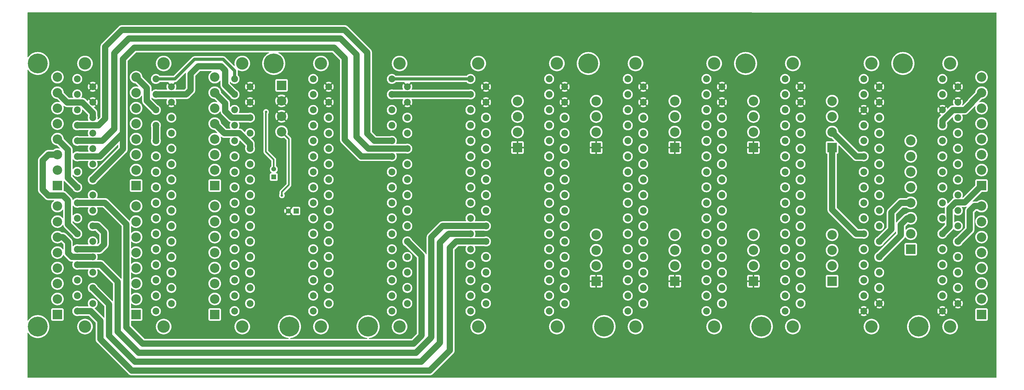
<source format=gbl>
%TF.GenerationSoftware,KiCad,Pcbnew,(6.0.7)*%
%TF.CreationDate,2023-01-08T19:57:54+01:00*%
%TF.ProjectId,BP31,42503331-2e6b-4696-9361-645f70636258,0435 -*%
%TF.SameCoordinates,Original*%
%TF.FileFunction,Copper,L2,Bot*%
%TF.FilePolarity,Positive*%
%FSLAX46Y46*%
G04 Gerber Fmt 4.6, Leading zero omitted, Abs format (unit mm)*
G04 Created by KiCad (PCBNEW (6.0.7)) date 2023-01-08 19:57:54*
%MOMM*%
%LPD*%
G01*
G04 APERTURE LIST*
%TA.AperFunction,ComponentPad*%
%ADD10C,6.400800*%
%TD*%
%TA.AperFunction,ComponentPad*%
%ADD11R,3.048000X3.048000*%
%TD*%
%TA.AperFunction,ComponentPad*%
%ADD12C,3.048000*%
%TD*%
%TA.AperFunction,ComponentPad*%
%ADD13R,1.524000X1.524000*%
%TD*%
%TA.AperFunction,ComponentPad*%
%ADD14C,1.524000*%
%TD*%
%TA.AperFunction,ComponentPad*%
%ADD15R,1.651000X1.651000*%
%TD*%
%TA.AperFunction,ComponentPad*%
%ADD16C,1.651000*%
%TD*%
%TA.AperFunction,ComponentPad*%
%ADD17C,2.200000*%
%TD*%
%TA.AperFunction,ComponentPad*%
%ADD18C,4.000000*%
%TD*%
%TA.AperFunction,ViaPad*%
%ADD19C,0.800000*%
%TD*%
%TA.AperFunction,Conductor*%
%ADD20C,1.000000*%
%TD*%
%TA.AperFunction,Conductor*%
%ADD21C,0.500000*%
%TD*%
%TA.AperFunction,Conductor*%
%ADD22C,2.000000*%
%TD*%
G04 APERTURE END LIST*
D10*
%TO.P,HOLE,*%
%TO.N,*%
X320040000Y-194900000D03*
%TD*%
D11*
%TO.P,P4,1,P1*%
%TO.N,/FP4_A*%
X368300000Y-169899360D03*
D12*
%TO.P,P4,2,P2*%
%TO.N,/FP3_A*%
X368300000Y-164900640D03*
%TO.P,P4,3,P3*%
%TO.N,/FP1_A*%
X368300000Y-159899380D03*
%TO.P,P4,4,P4*%
%TO.N,/FP2_A*%
X368300000Y-154900660D03*
%TO.P,P4,5,P5*%
%TO.N,/FP6_A*%
X368300000Y-149899400D03*
%TO.P,P4,6,P6*%
%TO.N,/FP5_A*%
X368300000Y-144900680D03*
%TO.P,P4,7,P7*%
%TO.N,/FP7_A*%
X368300000Y-139899420D03*
%TO.P,P4,8,P8*%
%TO.N,/FP8_A*%
X368300000Y-134900700D03*
%TD*%
D11*
%TO.P,P2,1,P1*%
%TO.N,/FP6_N*%
X391160000Y-149325360D03*
D12*
%TO.P,P2,2,P2*%
%TO.N,/FP6_P*%
X391160000Y-144326640D03*
%TO.P,P2,3,P3*%
%TO.N,/FP5_N*%
X391160000Y-139325380D03*
%TO.P,P2,4,P4*%
%TO.N,/FP5_P*%
X391160000Y-134326660D03*
%TO.P,P2,5,P5*%
%TO.N,/G105L*%
X391160000Y-129325400D03*
%TO.P,P2,6,P6*%
%TO.N,/G105R*%
X391160000Y-124326680D03*
%TO.P,P2,7,P7*%
%TO.N,/GW105L*%
X391160000Y-119325420D03*
%TO.P,P2,8,P8*%
%TO.N,/GW105R*%
X391160000Y-114326700D03*
%TD*%
D10*
%TO.P,HOLE,*%
%TO.N,*%
X86360000Y-109900000D03*
%TD*%
D11*
%TO.P,P9,1,P1*%
%TO.N,GND*%
X292100000Y-137039360D03*
D12*
%TO.P,P9,2,P2*%
%TO.N,/GW26Z*%
X292100000Y-132040640D03*
%TO.P,P9,3,P3*%
%TO.N,/GW25Z*%
X292100000Y-127039380D03*
%TO.P,P9,4,P4*%
%TO.N,/GW22Z*%
X292100000Y-122040660D03*
%TD*%
D10*
%TO.P,HOLE,*%
%TO.N,*%
X193040000Y-194900000D03*
%TD*%
%TO.P,HOLE,*%
%TO.N,*%
X264160000Y-109900000D03*
%TD*%
%TO.P,HOLE,*%
%TO.N,*%
X162560000Y-109900000D03*
%TD*%
D11*
%TO.P,P11,1,P1*%
%TO.N,GND*%
X266700000Y-137039360D03*
D12*
%TO.P,P11,2,P2*%
%TO.N,/G92Z*%
X266700000Y-132040640D03*
%TO.P,P11,3,P3*%
%TO.N,/GW43Z*%
X266700000Y-127039380D03*
%TO.P,P11,4,P4*%
%TO.N,/GW42Z*%
X266700000Y-122040660D03*
%TD*%
D11*
%TO.P,P3,1,P1*%
%TO.N,/FP4_N*%
X391160000Y-190981360D03*
D12*
%TO.P,P3,2,P2*%
%TO.N,/FP4_P*%
X391160000Y-185982640D03*
%TO.P,P3,3,P3*%
%TO.N,/FP3_N*%
X391160000Y-180981380D03*
%TO.P,P3,4,P4*%
%TO.N,/FP3_P*%
X391160000Y-175982660D03*
%TO.P,P3,5,P5*%
%TO.N,/FP1_N*%
X391160000Y-170981400D03*
%TO.P,P3,6,P6*%
%TO.N,/FP1_P*%
X391160000Y-165982680D03*
%TO.P,P3,7,P7*%
%TO.N,/FP2_N*%
X391160000Y-160981420D03*
%TO.P,P3,8,P8*%
%TO.N,/FP2_P*%
X391160000Y-155982700D03*
%TD*%
D13*
%TO.P,JP1,1,P1*%
%TO.N,Net-(JP1-Pad1)*%
X162585400Y-146583400D03*
D14*
%TO.P,JP1,2,PM*%
%TO.N,/LN*%
X162585400Y-144043400D03*
%TD*%
D10*
%TO.P,HOLE,*%
%TO.N,*%
X269240000Y-194900000D03*
%TD*%
D15*
%TO.P,C1,1*%
%TO.N,Net-(C1-Pad1)*%
X169799000Y-157556200D03*
D16*
%TO.P,C1,2*%
%TO.N,GND*%
X167259000Y-157556200D03*
%TD*%
D11*
%TO.P,P17,1,P1*%
%TO.N,/G64*%
X118110000Y-190981360D03*
D12*
%TO.P,P17,2,P2*%
%TO.N,/G24*%
X118110000Y-185982640D03*
%TO.P,P17,3,P3*%
%TO.N,/G14*%
X118110000Y-180981380D03*
%TO.P,P17,4,P4*%
%TO.N,/G4*%
X118110000Y-175982660D03*
%TO.P,P17,5,P5*%
%TO.N,/G73*%
X118110000Y-170981400D03*
%TO.P,P17,6,P6*%
%TO.N,/G76*%
X118110000Y-165982680D03*
%TO.P,P17,7,P7*%
%TO.N,/G26*%
X118110000Y-160981420D03*
%TO.P,P17,8,P8*%
%TO.N,/G16*%
X118110000Y-155982700D03*
%TD*%
D10*
%TO.P,HOLE,*%
%TO.N,*%
X365760000Y-109900000D03*
%TD*%
D11*
%TO.P,P8,1,P1*%
%TO.N,GND*%
X317500000Y-180219360D03*
D12*
%TO.P,P8,2,P2*%
%TO.N,/G304Z*%
X317500000Y-175220640D03*
%TO.P,P8,3,P3*%
%TO.N,/G204Z*%
X317500000Y-170219380D03*
%TO.P,P8,4,P4*%
%TO.N,/G104Z*%
X317500000Y-165220660D03*
%TD*%
D11*
%TO.P,P19,1,P1*%
%TO.N,/GW52_53*%
X92710000Y-190981360D03*
D12*
%TO.P,P19,2,P2*%
%TO.N,/G85*%
X92710000Y-185982640D03*
%TO.P,P19,3,P3*%
%TO.N,/GW5_7*%
X92710000Y-180981380D03*
%TO.P,P19,4,P4*%
%TO.N,/G37*%
X92710000Y-175982660D03*
%TO.P,P19,5,P5*%
%TO.N,/G74Z*%
X92710000Y-170981400D03*
%TO.P,P19,6,P6*%
%TO.N,/G74*%
X92710000Y-165982680D03*
%TO.P,P19,7,P7*%
%TO.N,/GW13_16*%
X92710000Y-160981420D03*
%TO.P,P19,8,P8*%
%TO.N,/GW5_7Z*%
X92710000Y-155982700D03*
%TD*%
D10*
%TO.P,HOLE,*%
%TO.N,*%
X370840000Y-194900000D03*
%TD*%
D11*
%TO.P,P18,1,P1*%
%TO.N,/G77Z*%
X92710000Y-149325360D03*
D12*
%TO.P,P18,2,P2*%
%TO.N,/G77*%
X92710000Y-144326640D03*
%TO.P,P18,3,P3*%
%TO.N,/G69*%
X92710000Y-139325380D03*
%TO.P,P18,4,P4*%
%TO.N,/G68*%
X92710000Y-134326660D03*
%TO.P,P18,5,P5*%
%TO.N,/G67*%
X92710000Y-129325400D03*
%TO.P,P18,6,P6*%
%TO.N,/G40*%
X92710000Y-124326680D03*
%TO.P,P18,7,P7*%
%TO.N,/G70*%
X92710000Y-119325420D03*
%TO.P,P18,8,P8*%
%TO.N,/G60*%
X92710000Y-114326700D03*
%TD*%
D11*
%TO.P,P16,1,P1*%
%TO.N,/G6*%
X118110000Y-149325360D03*
D12*
%TO.P,P16,2,P2*%
%TO.N,/G63*%
X118110000Y-144326640D03*
%TO.P,P16,3,P3*%
%TO.N,/G23*%
X118110000Y-139325380D03*
%TO.P,P16,4,P4*%
%TO.N,/G13*%
X118110000Y-134326660D03*
%TO.P,P16,5,P5*%
%TO.N,/G3*%
X118110000Y-129325400D03*
%TO.P,P16,6,P6*%
%TO.N,/G25*%
X118110000Y-124326680D03*
%TO.P,P16,7,P7*%
%TO.N,/G15*%
X118110000Y-119325420D03*
%TO.P,P16,8,P8*%
%TO.N,/G5*%
X118110000Y-114326700D03*
%TD*%
D11*
%TO.P,P12,1,P1*%
%TO.N,GND*%
X266700000Y-180219360D03*
D12*
%TO.P,P12,2,P2*%
%TO.N,/GW35_36Z*%
X266700000Y-175220640D03*
%TO.P,P12,3,P3*%
%TO.N,/G95Z*%
X266700000Y-170219380D03*
%TO.P,P12,4,P4*%
%TO.N,/G94Z*%
X266700000Y-165220660D03*
%TD*%
D11*
%TO.P,P10,1,P1*%
%TO.N,GND*%
X292100000Y-180219360D03*
D12*
%TO.P,P10,2,P2*%
%TO.N,/GW46_51Z*%
X292100000Y-175220640D03*
%TO.P,P10,3,P3*%
%TO.N,/GW45Z*%
X292100000Y-170219380D03*
%TO.P,P10,4,P4*%
%TO.N,/GW41Z*%
X292100000Y-165220660D03*
%TD*%
D11*
%TO.P,P7,1,P1*%
%TO.N,GND*%
X317500000Y-137039360D03*
D12*
%TO.P,P7,2,P2*%
%TO.N,/GW102_103Z*%
X317500000Y-132040640D03*
%TO.P,P7,3,P3*%
%TO.N,/G105Z*%
X317500000Y-127039380D03*
%TO.P,P7,4,P4*%
%TO.N,/GW105Z*%
X317500000Y-122040660D03*
%TD*%
D10*
%TO.P,HOLE,*%
%TO.N,*%
X167640000Y-194900000D03*
%TD*%
D11*
%TO.P,P1,1,P1*%
%TO.N,/LN*%
X165100000Y-116960640D03*
D12*
%TO.P,P1,2,P2*%
%TO.N,GND*%
X165100000Y-121959360D03*
%TO.P,P1,3,P3*%
X165100000Y-126960620D03*
%TO.P,P1,4,P4*%
%TO.N,+12V*%
X165100000Y-131959340D03*
%TD*%
D11*
%TO.P,P15,1,P1*%
%TO.N,/G62*%
X143510000Y-190981360D03*
D12*
%TO.P,P15,2,P2*%
%TO.N,/G22*%
X143510000Y-185982640D03*
%TO.P,P15,3,P3*%
%TO.N,/G12*%
X143510000Y-180981380D03*
%TO.P,P15,4,P4*%
%TO.N,/G2*%
X143510000Y-175982660D03*
%TO.P,P15,5,P5*%
%TO.N,/G84*%
X143510000Y-170981400D03*
%TO.P,P15,6,P6*%
%TO.N,/G83*%
X143510000Y-165982680D03*
%TO.P,P15,7,P7*%
%TO.N,/G66*%
X143510000Y-160981420D03*
%TO.P,P15,8,P8*%
%TO.N,/G56*%
X143510000Y-155982700D03*
%TD*%
D10*
%TO.P,HOLE,*%
%TO.N,*%
X314960000Y-109900000D03*
%TD*%
D11*
%TO.P,P5,1,P1*%
%TO.N,/FP6_D*%
X342900000Y-137039360D03*
D12*
%TO.P,P5,2,P2*%
%TO.N,/FP5_D*%
X342900000Y-132040640D03*
%TO.P,P5,3,P3*%
%TO.N,/FP7_D*%
X342900000Y-127039380D03*
%TO.P,P5,4,P4*%
%TO.N,/FP8_D*%
X342900000Y-122040660D03*
%TD*%
D11*
%TO.P,P13,1,P1*%
%TO.N,GND*%
X241300000Y-137039360D03*
D12*
%TO.P,P13,2,P2*%
%TO.N,/OUT6_29*%
X241300000Y-132040640D03*
%TO.P,P13,3,P3*%
%TO.N,/OUT4_29*%
X241300000Y-127039380D03*
%TO.P,P13,4,P4*%
%TO.N,/GW63_64Z*%
X241300000Y-122040660D03*
%TD*%
D11*
%TO.P,P14,1,P1*%
%TO.N,/GW4*%
X143510000Y-149325360D03*
D12*
%TO.P,P14,2,P2*%
%TO.N,/G61*%
X143510000Y-144326640D03*
%TO.P,P14,3,P3*%
%TO.N,/G21*%
X143510000Y-139325380D03*
%TO.P,P14,4,P4*%
%TO.N,/G11*%
X143510000Y-134326660D03*
%TO.P,P14,5,P5*%
%TO.N,/G1*%
X143510000Y-129325400D03*
%TO.P,P14,6,P6*%
%TO.N,/G72*%
X143510000Y-124326680D03*
%TO.P,P14,7,P7*%
%TO.N,/G65*%
X143510000Y-119325420D03*
%TO.P,P14,8,P8*%
%TO.N,/G55*%
X143510000Y-114326700D03*
%TD*%
D10*
%TO.P,HOLE,*%
%TO.N,*%
X86360000Y-194900000D03*
%TD*%
D11*
%TO.P,P6,1,P1*%
%TO.N,/FP4_D*%
X342900000Y-180219360D03*
D12*
%TO.P,P6,2,P2*%
%TO.N,/FP3_D*%
X342900000Y-175220640D03*
%TO.P,P6,3,P3*%
%TO.N,/FP1_D*%
X342900000Y-170219380D03*
%TO.P,P6,4,P4*%
%TO.N,/FP2_D*%
X342900000Y-165220660D03*
%TD*%
D17*
%TO.P,K9,1,P1*%
%TO.N,/LN*%
X175300000Y-114900000D03*
%TO.P,K9,2,P2*%
%TO.N,GND*%
X180300000Y-117400000D03*
%TO.P,K9,3,P3*%
%TO.N,+12V*%
X175300000Y-119900000D03*
%TO.P,K9,4,P4*%
%TO.N,GND*%
X180300000Y-122400000D03*
%TO.P,K9,5,P5*%
%TO.N,unconnected-(K9-Pad5)*%
X175300000Y-124900000D03*
%TO.P,K9,6,P6*%
%TO.N,unconnected-(K9-Pad6)*%
X180300000Y-127400000D03*
%TO.P,K9,7,P7*%
%TO.N,unconnected-(K9-Pad7)*%
X175300000Y-129900000D03*
%TO.P,K9,8,P8*%
%TO.N,unconnected-(K9-Pad8)*%
X180300000Y-132400000D03*
%TO.P,K9,9,P9*%
%TO.N,/G55_65Z*%
X175300000Y-134900000D03*
%TO.P,K9,10,P10*%
%TO.N,/G72Z*%
X180300000Y-137400000D03*
%TO.P,K9,11,P11*%
%TO.N,/G1Z*%
X175300000Y-139900000D03*
%TO.P,K9,12,P12*%
%TO.N,/FP8*%
X180300000Y-142400000D03*
%TO.P,K9,13,P13*%
%TO.N,/FP7*%
X175300000Y-144900000D03*
%TO.P,K9,14,P14*%
%TO.N,/FP5*%
X180300000Y-147400000D03*
%TO.P,K9,15,P15*%
%TO.N,/FP6*%
X175300000Y-149900000D03*
%TO.P,K9,16,P16*%
%TO.N,/FP2*%
X180300000Y-152400000D03*
%TO.P,K9,17,P17*%
%TO.N,/FP1*%
X175300000Y-154900000D03*
%TO.P,K9,18,P18*%
%TO.N,/FP3*%
X180300000Y-157400000D03*
%TO.P,K9,19,P19*%
%TO.N,/FP4*%
X175300000Y-159900000D03*
%TO.P,K9,20,P20*%
%TO.N,/GW4Z*%
X180300000Y-162400000D03*
%TO.P,K9,21,P21*%
%TO.N,/G56_66Z*%
X175300000Y-164900000D03*
%TO.P,K9,22,P22*%
%TO.N,/G83Z*%
X180300000Y-167400000D03*
%TO.P,K9,23,P23*%
%TO.N,unconnected-(K9-Pad23)*%
X175300000Y-169900000D03*
%TO.P,K9,24,P24*%
%TO.N,unconnected-(K9-Pad24)*%
X180300000Y-172400000D03*
%TO.P,K9,25,P25*%
%TO.N,unconnected-(K9-Pad25)*%
X175300000Y-174900000D03*
%TO.P,K9,26,P26*%
%TO.N,unconnected-(K9-Pad26)*%
X180300000Y-177401220D03*
%TO.P,K9,27,P27*%
%TO.N,unconnected-(K9-Pad27)*%
X175300000Y-179900000D03*
%TO.P,K9,28,P28*%
%TO.N,unconnected-(K9-Pad28)*%
X180300000Y-182399940D03*
%TO.P,K9,29,P29*%
%TO.N,unconnected-(K9-Pad29)*%
X175300000Y-184900000D03*
%TO.P,K9,30,P30*%
%TO.N,unconnected-(K9-Pad30)*%
X180300000Y-187400000D03*
%TO.P,K9,31,P31*%
%TO.N,unconnected-(K9-Pad31)*%
X175300000Y-189900000D03*
D18*
%TO.P,K9,H1*%
%TO.N,N/C*%
X177800000Y-109900000D03*
%TO.P,K9,H2*%
X177800000Y-194900000D03*
%TD*%
D17*
%TO.P,K4,1,P1*%
%TO.N,/LN*%
X302300000Y-114900000D03*
%TO.P,K4,2,P2*%
%TO.N,GND*%
X307300000Y-117400000D03*
%TO.P,K4,3,P3*%
%TO.N,+12V*%
X302300000Y-119900000D03*
%TO.P,K4,4,P4*%
%TO.N,GND*%
X307300000Y-122400000D03*
%TO.P,K4,5,P5*%
%TO.N,unconnected-(K4-Pad5)*%
X302300000Y-124900000D03*
%TO.P,K4,6,P6*%
%TO.N,unconnected-(K4-Pad6)*%
X307300000Y-127400000D03*
%TO.P,K4,7,P7*%
%TO.N,unconnected-(K4-Pad7)*%
X302300000Y-129900000D03*
%TO.P,K4,8,P8*%
%TO.N,unconnected-(K4-Pad8)*%
X307300000Y-132400000D03*
%TO.P,K4,9,P9*%
%TO.N,/GW22Z*%
X302300000Y-134900000D03*
%TO.P,K4,10,P10*%
%TO.N,/GW25Z*%
X307300000Y-137400000D03*
%TO.P,K4,11,P11*%
%TO.N,/GW26Z*%
X302300000Y-139900000D03*
%TO.P,K4,12,P12*%
%TO.N,/FP8*%
X307300000Y-142400000D03*
%TO.P,K4,13,P13*%
%TO.N,/FP7*%
X302300000Y-144900000D03*
%TO.P,K4,14,P14*%
%TO.N,/FP5*%
X307300000Y-147400000D03*
%TO.P,K4,15,P15*%
%TO.N,/FP6*%
X302300000Y-149900000D03*
%TO.P,K4,16,P16*%
%TO.N,/FP2*%
X307300000Y-152400000D03*
%TO.P,K4,17,P17*%
%TO.N,/FP1*%
X302300000Y-154900000D03*
%TO.P,K4,18,P18*%
%TO.N,/FP3*%
X307300000Y-157400000D03*
%TO.P,K4,19,P19*%
%TO.N,/FP4*%
X302300000Y-159900000D03*
%TO.P,K4,20,P20*%
%TO.N,/GW41Z*%
X307300000Y-162400000D03*
%TO.P,K4,21,P21*%
%TO.N,/GW45Z*%
X302300000Y-164900000D03*
%TO.P,K4,22,P22*%
%TO.N,/GW46_51Z*%
X307300000Y-167400000D03*
%TO.P,K4,23,P23*%
%TO.N,unconnected-(K4-Pad23)*%
X302300000Y-169900000D03*
%TO.P,K4,24,P24*%
%TO.N,unconnected-(K4-Pad24)*%
X307300000Y-172400000D03*
%TO.P,K4,25,P25*%
%TO.N,unconnected-(K4-Pad25)*%
X302300000Y-174900000D03*
%TO.P,K4,26,P26*%
%TO.N,unconnected-(K4-Pad26)*%
X307300000Y-177401220D03*
%TO.P,K4,27,P27*%
%TO.N,unconnected-(K4-Pad27)*%
X302300000Y-179900000D03*
%TO.P,K4,28,P28*%
%TO.N,unconnected-(K4-Pad28)*%
X307300000Y-182399940D03*
%TO.P,K4,29,P29*%
%TO.N,unconnected-(K4-Pad29)*%
X302300000Y-184900000D03*
%TO.P,K4,30,P30*%
%TO.N,unconnected-(K4-Pad30)*%
X307300000Y-187400000D03*
%TO.P,K4,31,P31*%
%TO.N,unconnected-(K4-Pad31)*%
X302300000Y-189900000D03*
D18*
%TO.P,K4,H1*%
%TO.N,N/C*%
X304800000Y-109900000D03*
%TO.P,K4,H2*%
X304800000Y-194900000D03*
%TD*%
D17*
%TO.P,K8,1,P1*%
%TO.N,/LN*%
X200700000Y-114900000D03*
%TO.P,K8,2,P2*%
%TO.N,GND*%
X205700000Y-117400000D03*
%TO.P,K8,3,P3*%
%TO.N,+12V*%
X200700000Y-119900000D03*
%TO.P,K8,4,P4*%
%TO.N,GND*%
X205700000Y-122400000D03*
%TO.P,K8,5,P5*%
%TO.N,unconnected-(K8-Pad5)*%
X200700000Y-124900000D03*
%TO.P,K8,6,P6*%
%TO.N,unconnected-(K8-Pad6)*%
X205700000Y-127400000D03*
%TO.P,K8,7,P7*%
%TO.N,unconnected-(K8-Pad7)*%
X200700000Y-129900000D03*
%TO.P,K8,8,P8*%
%TO.N,unconnected-(K8-Pad8)*%
X205700000Y-132400000D03*
%TO.P,K8,9,P9*%
%TO.N,/G60_70Z*%
X200700000Y-134900000D03*
%TO.P,K8,10,P10*%
%TO.N,/G40Z*%
X205700000Y-137400000D03*
%TO.P,K8,11,P11*%
%TO.N,/GW13_16Z*%
X200700000Y-139900000D03*
%TO.P,K8,12,P12*%
%TO.N,/FP8*%
X205700000Y-142400000D03*
%TO.P,K8,13,P13*%
%TO.N,/FP7*%
X200700000Y-144900000D03*
%TO.P,K8,14,P14*%
%TO.N,/FP5*%
X205700000Y-147400000D03*
%TO.P,K8,15,P15*%
%TO.N,/FP6*%
X200700000Y-149900000D03*
%TO.P,K8,16,P16*%
%TO.N,/FP2*%
X205700000Y-152400000D03*
%TO.P,K8,17,P17*%
%TO.N,/FP1*%
X200700000Y-154900000D03*
%TO.P,K8,18,P18*%
%TO.N,/FP3*%
X205700000Y-157400000D03*
%TO.P,K8,19,P19*%
%TO.N,/FP4*%
X200700000Y-159900000D03*
%TO.P,K8,20,P20*%
%TO.N,/G84Z*%
X205700000Y-162400000D03*
%TO.P,K8,21,P21*%
%TO.N,/G2Z*%
X200700000Y-164900000D03*
%TO.P,K8,22,P22*%
%TO.N,/G77Z*%
X205700000Y-167400000D03*
%TO.P,K8,23,P23*%
%TO.N,unconnected-(K8-Pad23)*%
X200700000Y-169900000D03*
%TO.P,K8,24,P24*%
%TO.N,unconnected-(K8-Pad24)*%
X205700000Y-172400000D03*
%TO.P,K8,25,P25*%
%TO.N,unconnected-(K8-Pad25)*%
X200700000Y-174900000D03*
%TO.P,K8,26,P26*%
%TO.N,unconnected-(K8-Pad26)*%
X205700000Y-177401220D03*
%TO.P,K8,27,P27*%
%TO.N,unconnected-(K8-Pad27)*%
X200700000Y-179900000D03*
%TO.P,K8,28,P28*%
%TO.N,unconnected-(K8-Pad28)*%
X205700000Y-182399940D03*
%TO.P,K8,29,P29*%
%TO.N,unconnected-(K8-Pad29)*%
X200700000Y-184900000D03*
%TO.P,K8,30,P30*%
%TO.N,unconnected-(K8-Pad30)*%
X205700000Y-187400000D03*
%TO.P,K8,31,P31*%
%TO.N,unconnected-(K8-Pad31)*%
X200700000Y-189900000D03*
D18*
%TO.P,K8,H1*%
%TO.N,N/C*%
X203200000Y-109900000D03*
%TO.P,K8,H2*%
X203200000Y-194900000D03*
%TD*%
D17*
%TO.P,K6,1,P1*%
%TO.N,/LN*%
X251500000Y-114900000D03*
%TO.P,K6,2,P2*%
%TO.N,GND*%
X256500000Y-117400000D03*
%TO.P,K6,3,P3*%
%TO.N,+12V*%
X251500000Y-119900000D03*
%TO.P,K6,4,P4*%
%TO.N,GND*%
X256500000Y-122400000D03*
%TO.P,K6,5,P5*%
%TO.N,unconnected-(K6-Pad5)*%
X251500000Y-124900000D03*
%TO.P,K6,6,P6*%
%TO.N,unconnected-(K6-Pad6)*%
X256500000Y-127400000D03*
%TO.P,K6,7,P7*%
%TO.N,unconnected-(K6-Pad7)*%
X251500000Y-129900000D03*
%TO.P,K6,8,P8*%
%TO.N,unconnected-(K6-Pad8)*%
X256500000Y-132400000D03*
%TO.P,K6,9,P9*%
%TO.N,/GW63_64Z*%
X251500000Y-134900000D03*
%TO.P,K6,10,P10*%
%TO.N,/OUT4_29*%
X256500000Y-137400000D03*
%TO.P,K6,11,P11*%
%TO.N,/OUT6_29*%
X251500000Y-139900000D03*
%TO.P,K6,12,P12*%
%TO.N,/FP8*%
X256500000Y-142400000D03*
%TO.P,K6,13,P13*%
%TO.N,/FP7*%
X251500000Y-144900000D03*
%TO.P,K6,14,P14*%
%TO.N,/FP5*%
X256500000Y-147400000D03*
%TO.P,K6,15,P15*%
%TO.N,/FP6*%
X251500000Y-149900000D03*
%TO.P,K6,16,P16*%
%TO.N,/FP2*%
X256500000Y-152400000D03*
%TO.P,K6,17,P17*%
%TO.N,/FP1*%
X251500000Y-154900000D03*
%TO.P,K6,18,P18*%
%TO.N,/FP3*%
X256500000Y-157400000D03*
%TO.P,K6,19,P19*%
%TO.N,/FP4*%
X251500000Y-159900000D03*
%TO.P,K6,20,P20*%
%TO.N,/G76Z*%
X256500000Y-162400000D03*
%TO.P,K6,21,P21*%
%TO.N,/G73Z*%
X251500000Y-164900000D03*
%TO.P,K6,22,P22*%
%TO.N,/G4Z*%
X256500000Y-167400000D03*
%TO.P,K6,23,P23*%
%TO.N,unconnected-(K6-Pad23)*%
X251500000Y-169900000D03*
%TO.P,K6,24,P24*%
%TO.N,unconnected-(K6-Pad24)*%
X256500000Y-172400000D03*
%TO.P,K6,25,P25*%
%TO.N,unconnected-(K6-Pad25)*%
X251500000Y-174900000D03*
%TO.P,K6,26,P26*%
%TO.N,unconnected-(K6-Pad26)*%
X256500000Y-177401220D03*
%TO.P,K6,27,P27*%
%TO.N,unconnected-(K6-Pad27)*%
X251500000Y-179900000D03*
%TO.P,K6,28,P28*%
%TO.N,unconnected-(K6-Pad28)*%
X256500000Y-182399940D03*
%TO.P,K6,29,P29*%
%TO.N,unconnected-(K6-Pad29)*%
X251500000Y-184900000D03*
%TO.P,K6,30,P30*%
%TO.N,unconnected-(K6-Pad30)*%
X256500000Y-187400000D03*
%TO.P,K6,31,P31*%
%TO.N,unconnected-(K6-Pad31)*%
X251500000Y-189900000D03*
D18*
%TO.P,K6,H1*%
%TO.N,N/C*%
X254000000Y-109900000D03*
%TO.P,K6,H2*%
X254000000Y-194900000D03*
%TD*%
D17*
%TO.P,K7,1,P1*%
%TO.N,/LN*%
X226100000Y-114900000D03*
%TO.P,K7,2,P2*%
%TO.N,GND*%
X231100000Y-117400000D03*
%TO.P,K7,3,P3*%
%TO.N,+12V*%
X226100000Y-119900000D03*
%TO.P,K7,4,P4*%
%TO.N,GND*%
X231100000Y-122400000D03*
%TO.P,K7,5,P5*%
%TO.N,unconnected-(K7-Pad5)*%
X226100000Y-124900000D03*
%TO.P,K7,6,P6*%
%TO.N,unconnected-(K7-Pad6)*%
X231100000Y-127400000D03*
%TO.P,K7,7,P7*%
%TO.N,unconnected-(K7-Pad7)*%
X226100000Y-129900000D03*
%TO.P,K7,8,P8*%
%TO.N,unconnected-(K7-Pad8)*%
X231100000Y-132400000D03*
%TO.P,K7,9,P9*%
%TO.N,/G5Z*%
X226100000Y-134900000D03*
%TO.P,K7,10,P10*%
%TO.N,/G3Z*%
X231100000Y-137400000D03*
%TO.P,K7,11,P11*%
%TO.N,/G6Z*%
X226100000Y-139900000D03*
%TO.P,K7,12,P12*%
%TO.N,/FP8*%
X231100000Y-142400000D03*
%TO.P,K7,13,P13*%
%TO.N,/FP7*%
X226100000Y-144900000D03*
%TO.P,K7,14,P14*%
%TO.N,/FP5*%
X231100000Y-147400000D03*
%TO.P,K7,15,P15*%
%TO.N,/FP6*%
X226100000Y-149900000D03*
%TO.P,K7,16,P16*%
%TO.N,/FP2*%
X231100000Y-152400000D03*
%TO.P,K7,17,P17*%
%TO.N,/FP1*%
X226100000Y-154900000D03*
%TO.P,K7,18,P18*%
%TO.N,/FP3*%
X231100000Y-157400000D03*
%TO.P,K7,19,P19*%
%TO.N,/FP4*%
X226100000Y-159900000D03*
%TO.P,K7,20,P20*%
%TO.N,/G74Z*%
X231100000Y-162400000D03*
%TO.P,K7,21,P21*%
%TO.N,/GW5_7Z*%
X226100000Y-164900000D03*
%TO.P,K7,22,P22*%
%TO.N,/G85Z*%
X231100000Y-167400000D03*
%TO.P,K7,23,P23*%
%TO.N,unconnected-(K7-Pad23)*%
X226100000Y-169900000D03*
%TO.P,K7,24,P24*%
%TO.N,unconnected-(K7-Pad24)*%
X231100000Y-172400000D03*
%TO.P,K7,25,P25*%
%TO.N,unconnected-(K7-Pad25)*%
X226100000Y-174900000D03*
%TO.P,K7,26,P26*%
%TO.N,unconnected-(K7-Pad26)*%
X231100000Y-177401220D03*
%TO.P,K7,27,P27*%
%TO.N,unconnected-(K7-Pad27)*%
X226100000Y-179900000D03*
%TO.P,K7,28,P28*%
%TO.N,unconnected-(K7-Pad28)*%
X231100000Y-182399940D03*
%TO.P,K7,29,P29*%
%TO.N,unconnected-(K7-Pad29)*%
X226100000Y-184900000D03*
%TO.P,K7,30,P30*%
%TO.N,unconnected-(K7-Pad30)*%
X231100000Y-187400000D03*
%TO.P,K7,31,P31*%
%TO.N,unconnected-(K7-Pad31)*%
X226100000Y-189900000D03*
D18*
%TO.P,K7,H1*%
%TO.N,N/C*%
X228600000Y-109900000D03*
%TO.P,K7,H2*%
X228600000Y-194900000D03*
%TD*%
D17*
%TO.P,K1,1,P1*%
%TO.N,/LN*%
X378500000Y-114900000D03*
%TO.P,K1,2,P2*%
%TO.N,GND*%
X383500000Y-117400000D03*
%TO.P,K1,3,P3*%
%TO.N,+12V*%
X378500000Y-119900000D03*
%TO.P,K1,4,P4*%
%TO.N,GND*%
X383500000Y-122400000D03*
%TO.P,K1,5,P5*%
X378500000Y-124900000D03*
%TO.P,K1,6,P6*%
%TO.N,/GW105R*%
X383500000Y-127400000D03*
%TO.P,K1,7,P7*%
%TO.N,/GW105L*%
X378500000Y-129900000D03*
%TO.P,K1,8,P8*%
%TO.N,/G105R*%
X383500000Y-132400000D03*
%TO.P,K1,9,P9*%
%TO.N,/G105L*%
X378500000Y-134900000D03*
%TO.P,K1,10,P10*%
%TO.N,/FP5_P*%
X383500000Y-137400000D03*
%TO.P,K1,11,P11*%
%TO.N,/FP5_N*%
X378500000Y-139900000D03*
%TO.P,K1,12,P12*%
%TO.N,/GW105Z*%
X383500000Y-142400000D03*
%TO.P,K1,13,P13*%
%TO.N,/G105Z*%
X378500000Y-144900000D03*
%TO.P,K1,14,P14*%
%TO.N,/FP5_A*%
X383500000Y-147400000D03*
%TO.P,K1,15,P15*%
%TO.N,/FP6_A*%
X378500000Y-149900000D03*
%TO.P,K1,16,P16*%
%TO.N,/FP2_A*%
X383500000Y-152400000D03*
%TO.P,K1,17,P17*%
%TO.N,/FP1_A*%
X378500000Y-154900000D03*
%TO.P,K1,18,P18*%
%TO.N,/FP3_A*%
X383500000Y-157400000D03*
%TO.P,K1,19,P19*%
%TO.N,/FP4_A*%
X378500000Y-159900000D03*
%TO.P,K1,20,P20*%
%TO.N,/FP6_P*%
X383500000Y-162400000D03*
%TO.P,K1,21,P21*%
%TO.N,/FP6_N*%
X378500000Y-164900000D03*
%TO.P,K1,22,P22*%
%TO.N,/FP2_P*%
X383500000Y-167400000D03*
%TO.P,K1,23,P23*%
%TO.N,/FP2_N*%
X378500000Y-169900000D03*
%TO.P,K1,24,P24*%
%TO.N,/FP1_P*%
X383500000Y-172400000D03*
%TO.P,K1,25,P25*%
%TO.N,/FP1_N*%
X378500000Y-174900000D03*
%TO.P,K1,26,P26*%
%TO.N,/FP3_P*%
X383500000Y-177401220D03*
%TO.P,K1,27,P27*%
%TO.N,/FP3_N*%
X378500000Y-179900000D03*
%TO.P,K1,28,P28*%
%TO.N,/FP4_P*%
X383500000Y-182399940D03*
%TO.P,K1,29,P29*%
%TO.N,/FP4_N*%
X378500000Y-184900000D03*
%TO.P,K1,30,P30*%
%TO.N,GND*%
X383500000Y-187400000D03*
%TO.P,K1,31,P31*%
X378500000Y-189900000D03*
D18*
%TO.P,K1,H1*%
%TO.N,N/C*%
X381000000Y-109900000D03*
%TO.P,K1,H2*%
X381000000Y-194900000D03*
%TD*%
D17*
%TO.P,K2,1,P1*%
%TO.N,/LN*%
X353100000Y-114900000D03*
%TO.P,K2,2,P2*%
%TO.N,GND*%
X358100000Y-117400000D03*
%TO.P,K2,3,P3*%
%TO.N,+12V*%
X353100000Y-119900000D03*
%TO.P,K2,4,P4*%
%TO.N,GND*%
X358100000Y-122400000D03*
%TO.P,K2,5,P5*%
X353100000Y-124900000D03*
%TO.P,K2,6,P6*%
%TO.N,/FP8_A*%
X358100000Y-127400000D03*
%TO.P,K2,7,P7*%
%TO.N,/FP8_D*%
X353100000Y-129900000D03*
%TO.P,K2,8,P8*%
%TO.N,/FP7_A*%
X358100000Y-132400000D03*
%TO.P,K2,9,P9*%
%TO.N,/FP7_D*%
X353100000Y-134900000D03*
%TO.P,K2,10,P10*%
%TO.N,/FP5_A*%
X358100000Y-137400000D03*
%TO.P,K2,11,P11*%
%TO.N,/FP5_D*%
X353100000Y-139900000D03*
%TO.P,K2,12,P12*%
%TO.N,/FP8*%
X358100000Y-142400000D03*
%TO.P,K2,13,P13*%
%TO.N,/FP7*%
X353100000Y-144900000D03*
%TO.P,K2,14,P14*%
%TO.N,/FP5*%
X358100000Y-147400000D03*
%TO.P,K2,15,P15*%
%TO.N,/FP6*%
X353100000Y-149900000D03*
%TO.P,K2,16,P16*%
%TO.N,/FP2*%
X358100000Y-152400000D03*
%TO.P,K2,17,P17*%
%TO.N,/FP1*%
X353100000Y-154900000D03*
%TO.P,K2,18,P18*%
%TO.N,/FP3*%
X358100000Y-157400000D03*
%TO.P,K2,19,P19*%
%TO.N,/FP4*%
X353100000Y-159900000D03*
%TO.P,K2,20,P20*%
%TO.N,/FP6_A*%
X358100000Y-162400000D03*
%TO.P,K2,21,P21*%
%TO.N,/FP6_D*%
X353100000Y-164900000D03*
%TO.P,K2,22,P22*%
%TO.N,/FP2_A*%
X358100000Y-167400000D03*
%TO.P,K2,23,P23*%
%TO.N,/FP2_D*%
X353100000Y-169900000D03*
%TO.P,K2,24,P24*%
%TO.N,/FP1_A*%
X358100000Y-172400000D03*
%TO.P,K2,25,P25*%
%TO.N,/FP1_D*%
X353100000Y-174900000D03*
%TO.P,K2,26,P26*%
%TO.N,/FP3_A*%
X358100000Y-177401220D03*
%TO.P,K2,27,P27*%
%TO.N,/FP3_D*%
X353100000Y-179900000D03*
%TO.P,K2,28,P28*%
%TO.N,/FP4_A*%
X358100000Y-182399940D03*
%TO.P,K2,29,P29*%
%TO.N,/FP4_D*%
X353100000Y-184900000D03*
%TO.P,K2,30,P30*%
%TO.N,GND*%
X358100000Y-187400000D03*
%TO.P,K2,31,P31*%
X353100000Y-189900000D03*
D18*
%TO.P,K2,H1*%
%TO.N,N/C*%
X355600000Y-109900000D03*
%TO.P,K2,H2*%
X355600000Y-194900000D03*
%TD*%
D17*
%TO.P,K11,1,P1*%
%TO.N,/LN*%
X124500000Y-114900000D03*
%TO.P,K11,2,P2*%
%TO.N,GND*%
X129500000Y-117400000D03*
%TO.P,K11,3,P3*%
%TO.N,+12V*%
X124500000Y-119900000D03*
%TO.P,K11,4,P4*%
%TO.N,GND*%
X129500000Y-122400000D03*
%TO.P,K11,5,P5*%
%TO.N,/G5*%
X124500000Y-124900000D03*
%TO.P,K11,6,P6*%
%TO.N,/G15*%
X129500000Y-127400000D03*
%TO.P,K11,7,P7*%
%TO.N,/G5Z*%
X124500000Y-129900000D03*
%TO.P,K11,8,P8*%
%TO.N,/G25*%
X129500000Y-132400000D03*
%TO.P,K11,9,P9*%
%TO.N,/G5Z*%
X124500000Y-134900000D03*
%TO.P,K11,10,P10*%
%TO.N,/G3*%
X129500000Y-137400000D03*
%TO.P,K11,11,P11*%
%TO.N,/G13*%
X124500000Y-139900000D03*
%TO.P,K11,12,P12*%
%TO.N,/G3Z*%
X129500000Y-142400000D03*
%TO.P,K11,13,P13*%
%TO.N,/G23*%
X124500000Y-144900000D03*
%TO.P,K11,14,P14*%
%TO.N,/G63*%
X129500000Y-147400000D03*
%TO.P,K11,15,P15*%
%TO.N,/G3Z*%
X124500000Y-149900000D03*
%TO.P,K11,16,P16*%
%TO.N,/G6*%
X129500000Y-152400000D03*
%TO.P,K11,17,P17*%
%TO.N,/G6Z*%
X124500000Y-154900000D03*
%TO.P,K11,18,P18*%
%TO.N,unconnected-(K11-Pad18)*%
X129500000Y-157400000D03*
%TO.P,K11,19,P19*%
%TO.N,/G16*%
X124500000Y-159900000D03*
%TO.P,K11,20,P20*%
%TO.N,/G26*%
X129500000Y-162400000D03*
%TO.P,K11,21,P21*%
%TO.N,/G6Z*%
X124500000Y-164900000D03*
%TO.P,K11,22,P22*%
%TO.N,/G76*%
X129500000Y-167400000D03*
%TO.P,K11,23,P23*%
%TO.N,/G76Z*%
X124500000Y-169900000D03*
%TO.P,K11,24,P24*%
%TO.N,/G73*%
X129500000Y-172400000D03*
%TO.P,K11,25,P25*%
%TO.N,/G73Z*%
X124500000Y-174900000D03*
%TO.P,K11,26,P26*%
%TO.N,/G4*%
X129500000Y-177401220D03*
%TO.P,K11,27,P27*%
%TO.N,/G14*%
X124500000Y-179900000D03*
%TO.P,K11,28,P28*%
%TO.N,/G4Z*%
X129500000Y-182399940D03*
%TO.P,K11,29,P29*%
%TO.N,/G24*%
X124500000Y-184900000D03*
%TO.P,K11,30,P30*%
%TO.N,/G64*%
X129500000Y-187400000D03*
%TO.P,K11,31,P31*%
%TO.N,/G4Z*%
X124500000Y-189900000D03*
D18*
%TO.P,K11,H1*%
%TO.N,N/C*%
X127000000Y-109900000D03*
%TO.P,K11,H2*%
X127000000Y-194900000D03*
%TD*%
D17*
%TO.P,K10,1,P1*%
%TO.N,/LN*%
X149900000Y-114900000D03*
%TO.P,K10,2,P2*%
%TO.N,GND*%
X154900000Y-117400000D03*
%TO.P,K10,3,P3*%
%TO.N,+12V*%
X149900000Y-119900000D03*
%TO.P,K10,4,P4*%
%TO.N,GND*%
X154900000Y-122400000D03*
%TO.P,K10,5,P5*%
%TO.N,/G55*%
X149900000Y-124900000D03*
%TO.P,K10,6,P6*%
%TO.N,/G65*%
X154900000Y-127400000D03*
%TO.P,K10,7,P7*%
%TO.N,/G55_65Z*%
X149900000Y-129900000D03*
%TO.P,K10,8,P8*%
%TO.N,/G72*%
X154900000Y-132400000D03*
%TO.P,K10,9,P9*%
%TO.N,/G72Z*%
X149900000Y-134900000D03*
%TO.P,K10,10,P10*%
%TO.N,/G1*%
X154900000Y-137400000D03*
%TO.P,K10,11,P11*%
%TO.N,/G11*%
X149900000Y-139900000D03*
%TO.P,K10,12,P12*%
%TO.N,/G1Z*%
X154900000Y-142400000D03*
%TO.P,K10,13,P13*%
%TO.N,/G21*%
X149900000Y-144900000D03*
%TO.P,K10,14,P14*%
%TO.N,/G61*%
X154900000Y-147400000D03*
%TO.P,K10,15,P15*%
%TO.N,/G1Z*%
X149900000Y-149900000D03*
%TO.P,K10,16,P16*%
%TO.N,/GW4*%
X154900000Y-152400000D03*
%TO.P,K10,17,P17*%
%TO.N,/GW4Z*%
X149900000Y-154900000D03*
%TO.P,K10,18,P18*%
%TO.N,unconnected-(K10-Pad18)*%
X154900000Y-157400000D03*
%TO.P,K10,19,P19*%
%TO.N,/G56*%
X149900000Y-159900000D03*
%TO.P,K10,20,P20*%
%TO.N,/G66*%
X154900000Y-162400000D03*
%TO.P,K10,21,P21*%
%TO.N,/G56_66Z*%
X149900000Y-164900000D03*
%TO.P,K10,22,P22*%
%TO.N,/G83*%
X154900000Y-167400000D03*
%TO.P,K10,23,P23*%
%TO.N,/G83Z*%
X149900000Y-169900000D03*
%TO.P,K10,24,P24*%
%TO.N,/G84*%
X154900000Y-172400000D03*
%TO.P,K10,25,P25*%
%TO.N,/G84Z*%
X149900000Y-174900000D03*
%TO.P,K10,26,P26*%
%TO.N,/G2*%
X154900000Y-177401220D03*
%TO.P,K10,27,P27*%
%TO.N,/G12*%
X149900000Y-179900000D03*
%TO.P,K10,28,P28*%
%TO.N,/G2Z*%
X154900000Y-182399940D03*
%TO.P,K10,29,P29*%
%TO.N,/G22*%
X149900000Y-184900000D03*
%TO.P,K10,30,P30*%
%TO.N,/G62*%
X154900000Y-187400000D03*
%TO.P,K10,31,P31*%
%TO.N,/G2Z*%
X149900000Y-189900000D03*
D18*
%TO.P,K10,H1*%
%TO.N,N/C*%
X152400000Y-109900000D03*
%TO.P,K10,H2*%
X152400000Y-194900000D03*
%TD*%
D17*
%TO.P,K12,1,P1*%
%TO.N,/LN*%
X99100000Y-114900000D03*
%TO.P,K12,2,P2*%
%TO.N,GND*%
X104100000Y-117400000D03*
%TO.P,K12,3,P3*%
%TO.N,+12V*%
X99100000Y-119900000D03*
%TO.P,K12,4,P4*%
%TO.N,GND*%
X104100000Y-122400000D03*
%TO.P,K12,5,P5*%
%TO.N,/G60*%
X99100000Y-124900000D03*
%TO.P,K12,6,P6*%
%TO.N,/G70*%
X104100000Y-127400000D03*
%TO.P,K12,7,P7*%
%TO.N,/G60_70Z*%
X99100000Y-129900000D03*
%TO.P,K12,8,P8*%
%TO.N,/G40*%
X104100000Y-132400000D03*
%TO.P,K12,9,P9*%
%TO.N,/G40Z*%
X99100000Y-134900000D03*
%TO.P,K12,10,P10*%
%TO.N,/GW5_7Z*%
X104100000Y-137400000D03*
%TO.P,K12,11,P11*%
%TO.N,/GW13_16Z*%
X99100000Y-139900000D03*
%TO.P,K12,12,P12*%
%TO.N,/G67*%
X104100000Y-142400000D03*
%TO.P,K12,13,P13*%
%TO.N,/GW5_7Z*%
X99100000Y-144900000D03*
%TO.P,K12,14,P14*%
%TO.N,/GW13_16Z*%
X104100000Y-147400000D03*
%TO.P,K12,15,P15*%
%TO.N,/G68*%
X99100000Y-149900000D03*
%TO.P,K12,16,P16*%
%TO.N,/G77*%
X104100000Y-152400000D03*
%TO.P,K12,17,P17*%
%TO.N,/G77Z*%
X99100000Y-154900000D03*
%TO.P,K12,18,P18*%
%TO.N,unconnected-(K12-Pad18)*%
X104100000Y-157400000D03*
%TO.P,K12,19,P19*%
%TO.N,/GW5_7Z*%
X99100000Y-159900000D03*
%TO.P,K12,20,P20*%
%TO.N,/GW13_16Z*%
X104100000Y-162400000D03*
%TO.P,K12,21,P21*%
%TO.N,/G69*%
X99100000Y-164900000D03*
%TO.P,K12,22,P22*%
%TO.N,/GW13_16*%
X104100000Y-167400000D03*
%TO.P,K12,23,P23*%
%TO.N,/GW13_16Z*%
X99100000Y-169900000D03*
%TO.P,K12,24,P24*%
%TO.N,/G74*%
X104100000Y-172400000D03*
%TO.P,K12,25,P25*%
%TO.N,/G74Z*%
X99100000Y-174900000D03*
%TO.P,K12,26,P26*%
%TO.N,/G37*%
X104100000Y-177401220D03*
%TO.P,K12,27,P27*%
%TO.N,/GW5_7*%
X99100000Y-179900000D03*
%TO.P,K12,28,P28*%
%TO.N,/GW5_7Z*%
X104100000Y-182399940D03*
%TO.P,K12,29,P29*%
%TO.N,/G85*%
X99100000Y-184900000D03*
%TO.P,K12,30,P30*%
%TO.N,/GW52_53*%
X104100000Y-187400000D03*
%TO.P,K12,31,P31*%
%TO.N,/G85Z*%
X99100000Y-189900000D03*
D18*
%TO.P,K12,H1*%
%TO.N,N/C*%
X101600000Y-109900000D03*
%TO.P,K12,H2*%
X101600000Y-194900000D03*
%TD*%
D17*
%TO.P,K3,1,P1*%
%TO.N,/LN*%
X327700000Y-114900000D03*
%TO.P,K3,2,P2*%
%TO.N,GND*%
X332700000Y-117400000D03*
%TO.P,K3,3,P3*%
%TO.N,+12V*%
X327700000Y-119900000D03*
%TO.P,K3,4,P4*%
%TO.N,GND*%
X332700000Y-122400000D03*
%TO.P,K3,5,P5*%
%TO.N,unconnected-(K3-Pad5)*%
X327700000Y-124900000D03*
%TO.P,K3,6,P6*%
%TO.N,unconnected-(K3-Pad6)*%
X332700000Y-127400000D03*
%TO.P,K3,7,P7*%
%TO.N,unconnected-(K3-Pad7)*%
X327700000Y-129900000D03*
%TO.P,K3,8,P8*%
%TO.N,unconnected-(K3-Pad8)*%
X332700000Y-132400000D03*
%TO.P,K3,9,P9*%
%TO.N,/GW105Z*%
X327700000Y-134900000D03*
%TO.P,K3,10,P10*%
%TO.N,/G105Z*%
X332700000Y-137400000D03*
%TO.P,K3,11,P11*%
%TO.N,/GW102_103Z*%
X327700000Y-139900000D03*
%TO.P,K3,12,P12*%
%TO.N,/FP8_nc*%
X332700000Y-142400000D03*
%TO.P,K3,13,P13*%
%TO.N,/FP7*%
X327700000Y-144900000D03*
%TO.P,K3,14,P14*%
%TO.N,/FP5*%
X332700000Y-147400000D03*
%TO.P,K3,15,P15*%
%TO.N,/FP6*%
X327700000Y-149900000D03*
%TO.P,K3,16,P16*%
%TO.N,/FP2*%
X332700000Y-152400000D03*
%TO.P,K3,17,P17*%
%TO.N,/FP1*%
X327700000Y-154900000D03*
%TO.P,K3,18,P18*%
%TO.N,/FP3*%
X332700000Y-157400000D03*
%TO.P,K3,19,P19*%
%TO.N,/FP4*%
X327700000Y-159900000D03*
%TO.P,K3,20,P20*%
%TO.N,/G104Z*%
X332700000Y-162400000D03*
%TO.P,K3,21,P21*%
%TO.N,/G204Z*%
X327700000Y-164900000D03*
%TO.P,K3,22,P22*%
%TO.N,/G304Z*%
X332700000Y-167400000D03*
%TO.P,K3,23,P23*%
%TO.N,unconnected-(K3-Pad23)*%
X327700000Y-169900000D03*
%TO.P,K3,24,P24*%
%TO.N,unconnected-(K3-Pad24)*%
X332700000Y-172400000D03*
%TO.P,K3,25,P25*%
%TO.N,unconnected-(K3-Pad25)*%
X327700000Y-174900000D03*
%TO.P,K3,26,P26*%
%TO.N,unconnected-(K3-Pad26)*%
X332700000Y-177401220D03*
%TO.P,K3,27,P27*%
%TO.N,unconnected-(K3-Pad27)*%
X327700000Y-179900000D03*
%TO.P,K3,28,P28*%
%TO.N,unconnected-(K3-Pad28)*%
X332700000Y-182399940D03*
%TO.P,K3,29,P29*%
%TO.N,unconnected-(K3-Pad29)*%
X327700000Y-184900000D03*
%TO.P,K3,30,P30*%
%TO.N,unconnected-(K3-Pad30)*%
X332700000Y-187400000D03*
%TO.P,K3,31,P31*%
%TO.N,unconnected-(K3-Pad31)*%
X327700000Y-189900000D03*
D18*
%TO.P,K3,H1*%
%TO.N,N/C*%
X330200000Y-109900000D03*
%TO.P,K3,H2*%
X330200000Y-194900000D03*
%TD*%
D17*
%TO.P,K5,1,P1*%
%TO.N,/LN*%
X276900000Y-114900000D03*
%TO.P,K5,2,P2*%
%TO.N,GND*%
X281900000Y-117400000D03*
%TO.P,K5,3,P3*%
%TO.N,+12V*%
X276900000Y-119900000D03*
%TO.P,K5,4,P4*%
%TO.N,GND*%
X281900000Y-122400000D03*
%TO.P,K5,5,P5*%
%TO.N,unconnected-(K5-Pad5)*%
X276900000Y-124900000D03*
%TO.P,K5,6,P6*%
%TO.N,unconnected-(K5-Pad6)*%
X281900000Y-127400000D03*
%TO.P,K5,7,P7*%
%TO.N,unconnected-(K5-Pad7)*%
X276900000Y-129900000D03*
%TO.P,K5,8,P8*%
%TO.N,unconnected-(K5-Pad8)*%
X281900000Y-132400000D03*
%TO.P,K5,9,P9*%
%TO.N,/GW42Z*%
X276900000Y-134900000D03*
%TO.P,K5,10,P10*%
%TO.N,/GW43Z*%
X281900000Y-137400000D03*
%TO.P,K5,11,P11*%
%TO.N,/G92Z*%
X276900000Y-139900000D03*
%TO.P,K5,12,P12*%
%TO.N,/FP8*%
X281900000Y-142400000D03*
%TO.P,K5,13,P13*%
%TO.N,/FP7*%
X276900000Y-144900000D03*
%TO.P,K5,14,P14*%
%TO.N,/FP5*%
X281900000Y-147400000D03*
%TO.P,K5,15,P15*%
%TO.N,/FP6*%
X276900000Y-149900000D03*
%TO.P,K5,16,P16*%
%TO.N,/FP2*%
X281900000Y-152400000D03*
%TO.P,K5,17,P17*%
%TO.N,/FP1*%
X276900000Y-154900000D03*
%TO.P,K5,18,P18*%
%TO.N,/FP3*%
X281900000Y-157400000D03*
%TO.P,K5,19,P19*%
%TO.N,/FP4*%
X276900000Y-159900000D03*
%TO.P,K5,20,P20*%
%TO.N,/G94Z*%
X281900000Y-162400000D03*
%TO.P,K5,21,P21*%
%TO.N,/G95Z*%
X276900000Y-164900000D03*
%TO.P,K5,22,P22*%
%TO.N,/GW35_36Z*%
X281900000Y-167400000D03*
%TO.P,K5,23,P23*%
%TO.N,unconnected-(K5-Pad23)*%
X276900000Y-169900000D03*
%TO.P,K5,24,P24*%
%TO.N,unconnected-(K5-Pad24)*%
X281900000Y-172400000D03*
%TO.P,K5,25,P25*%
%TO.N,unconnected-(K5-Pad25)*%
X276900000Y-174900000D03*
%TO.P,K5,26,P26*%
%TO.N,unconnected-(K5-Pad26)*%
X281900000Y-177401220D03*
%TO.P,K5,27,P27*%
%TO.N,unconnected-(K5-Pad27)*%
X276900000Y-179900000D03*
%TO.P,K5,28,P28*%
%TO.N,unconnected-(K5-Pad28)*%
X281900000Y-182399940D03*
%TO.P,K5,29,P29*%
%TO.N,unconnected-(K5-Pad29)*%
X276900000Y-184900000D03*
%TO.P,K5,30,P30*%
%TO.N,unconnected-(K5-Pad30)*%
X281900000Y-187400000D03*
%TO.P,K5,31,P31*%
%TO.N,unconnected-(K5-Pad31)*%
X276900000Y-189900000D03*
D18*
%TO.P,K5,H1*%
%TO.N,N/C*%
X279400000Y-109900000D03*
%TO.P,K5,H2*%
X279400000Y-194900000D03*
%TD*%
D19*
%TO.N,/LN*%
X160070800Y-125552200D03*
%TO.N,+12V*%
X165201600Y-152527000D03*
%TD*%
D20*
%TO.N,/LN*%
X149900000Y-112231800D02*
X146227800Y-108559600D01*
X137007600Y-108559600D02*
X130667200Y-114900000D01*
X200700000Y-114900000D02*
X226100000Y-114900000D01*
D21*
X160020000Y-138430000D02*
X160020000Y-125603000D01*
X162585400Y-144043400D02*
X162585400Y-140995400D01*
D20*
X149900000Y-114900000D02*
X149900000Y-112231800D01*
X146227800Y-108559600D02*
X137007600Y-108559600D01*
X130667200Y-114900000D02*
X124500000Y-114900000D01*
D21*
X162585400Y-140995400D02*
X160020000Y-138430000D01*
X160020000Y-125603000D02*
X160070800Y-125552200D01*
D22*
%TO.N,+12V*%
X149900000Y-119900000D02*
X146888200Y-116888200D01*
X146888200Y-112141000D02*
X145592800Y-110845600D01*
X200700000Y-119900000D02*
X226100000Y-119900000D01*
X138125200Y-110845600D02*
X135712200Y-113258600D01*
X145592800Y-110845600D02*
X138125200Y-110845600D01*
X135712200Y-113258600D02*
X135712200Y-118491000D01*
X134303200Y-119900000D02*
X124500000Y-119900000D01*
D21*
X165201600Y-152527000D02*
X165201600Y-151409400D01*
X167487600Y-134346940D02*
X165100000Y-131959340D01*
D22*
X135712200Y-118491000D02*
X134303200Y-119900000D01*
X146888200Y-116888200D02*
X146888200Y-112141000D01*
D21*
X165201600Y-151409400D02*
X167487600Y-149123400D01*
X167487600Y-149123400D02*
X167487600Y-134346940D01*
D22*
%TO.N,/FP6_N*%
X380800000Y-156714800D02*
X382778000Y-154736800D01*
X380800000Y-162600000D02*
X380800000Y-156714800D01*
X378500000Y-164900000D02*
X380800000Y-162600000D01*
X385748560Y-154736800D02*
X391160000Y-149325360D01*
X382778000Y-154736800D02*
X385748560Y-154736800D01*
%TO.N,/FP1_A*%
X365048800Y-161975800D02*
X367125220Y-159899380D01*
X365048800Y-165451200D02*
X365048800Y-161975800D01*
X358100000Y-172400000D02*
X365048800Y-165451200D01*
X367125220Y-159899380D02*
X368300000Y-159899380D01*
%TO.N,/FP2_P*%
X383500000Y-167400000D02*
X387350000Y-163550000D01*
X388847300Y-155982700D02*
X391160000Y-155982700D01*
X387350000Y-157480000D02*
X388847300Y-155982700D01*
X387350000Y-163550000D02*
X387350000Y-157480000D01*
%TO.N,/G65*%
X146927509Y-122742869D02*
X143510000Y-119325360D01*
X154900000Y-127400000D02*
X148990580Y-127400000D01*
X146927509Y-125336929D02*
X146927509Y-122742869D01*
X148990580Y-127400000D02*
X146927509Y-125336929D01*
%TO.N,/FP2_A*%
X362051600Y-157962600D02*
X362051600Y-163448400D01*
X368300000Y-154900660D02*
X365113540Y-154900660D01*
X365113540Y-154900660D02*
X362051600Y-157962600D01*
X362051600Y-163448400D02*
X358100000Y-167400000D01*
%TO.N,/FP5_D*%
X350759360Y-139900000D02*
X342900000Y-132040640D01*
X353100000Y-139900000D02*
X350759360Y-139900000D01*
%TO.N,/FP6_D*%
X353100000Y-164900000D02*
X350675600Y-164900000D01*
X350675600Y-164900000D02*
X342900000Y-157124400D01*
X342900000Y-157124400D02*
X342900000Y-137039360D01*
%TO.N,/GW105L*%
X388137400Y-122478800D02*
X388137400Y-122348020D01*
X378500000Y-129900000D02*
X378500000Y-128344366D01*
X385699000Y-124917200D02*
X388137400Y-122478800D01*
X378500000Y-128344366D02*
X381927166Y-124917200D01*
X381927166Y-124917200D02*
X385699000Y-124917200D01*
X388137400Y-122348020D02*
X391160000Y-119325420D01*
%TO.N,/G1*%
X146620260Y-132435600D02*
X143510000Y-129325340D01*
X151491234Y-132435600D02*
X146620260Y-132435600D01*
X154900000Y-137400000D02*
X154900000Y-135844366D01*
X154900000Y-135844366D02*
X151491234Y-132435600D01*
%TO.N,/G74*%
X96139000Y-167665400D02*
X94456280Y-165982680D01*
X97343000Y-172400000D02*
X96139000Y-171196000D01*
X94456280Y-165982680D02*
X92710000Y-165982680D01*
X104100000Y-172400000D02*
X97343000Y-172400000D01*
X96139000Y-171196000D02*
X96139000Y-167665400D01*
%TO.N,/G5Z*%
X124500000Y-129900000D02*
X124500000Y-134900000D01*
%TO.N,/G60_70Z*%
X192760600Y-106349800D02*
X185420000Y-99009200D01*
X108127800Y-104444800D02*
X108127800Y-127787400D01*
X192760600Y-132588000D02*
X192760600Y-106349800D01*
X200700000Y-134900000D02*
X195072600Y-134900000D01*
X185420000Y-99009200D02*
X113563400Y-99009200D01*
X108127800Y-127787400D02*
X106015200Y-129900000D01*
X195072600Y-134900000D02*
X192760600Y-132588000D01*
X106015200Y-129900000D02*
X99100000Y-129900000D01*
X113563400Y-99009200D02*
X108127800Y-104444800D01*
%TO.N,/G40Z*%
X115747800Y-101879400D02*
X111074200Y-106553000D01*
X184150000Y-101879400D02*
X115747800Y-101879400D01*
X111074200Y-106553000D02*
X111074200Y-131038600D01*
X111074200Y-131038600D02*
X107212800Y-134900000D01*
X189306200Y-107035600D02*
X184150000Y-101879400D01*
X189306200Y-133629400D02*
X189306200Y-107035600D01*
X193076800Y-137400000D02*
X189306200Y-133629400D01*
X107212800Y-134900000D02*
X99100000Y-134900000D01*
X205700000Y-137400000D02*
X193076800Y-137400000D01*
%TO.N,/GW5_7Z*%
X109397800Y-197815200D02*
X109397800Y-187697740D01*
X219097200Y-164900000D02*
X226100000Y-164900000D01*
X216255600Y-200152000D02*
X216255600Y-167741600D01*
X210210400Y-206197200D02*
X216255600Y-200152000D01*
X109397800Y-197815200D02*
X117779800Y-206197200D01*
X117779800Y-206197200D02*
X210210400Y-206197200D01*
X216255600Y-167741600D02*
X219097200Y-164900000D01*
X109397800Y-187697740D02*
X104100000Y-182399940D01*
%TO.N,/G74Z*%
X213461600Y-198399400D02*
X213461600Y-166039800D01*
X112166400Y-196570600D02*
X118973600Y-203377800D01*
X118973600Y-203377800D02*
X208483200Y-203377800D01*
X112166400Y-180416200D02*
X112166400Y-196570600D01*
X99100000Y-174900000D02*
X106650200Y-174900000D01*
X208483200Y-203377800D02*
X213461600Y-198399400D01*
X106650200Y-174900000D02*
X112166400Y-180416200D01*
X217101400Y-162400000D02*
X231100000Y-162400000D01*
X213461600Y-166039800D02*
X217101400Y-162400000D01*
%TO.N,/GW13_16Z*%
X185470800Y-108153200D02*
X182118000Y-104800400D01*
X107746800Y-164490400D02*
X105656400Y-162400000D01*
X106378400Y-139900000D02*
X113893600Y-132384800D01*
X200700000Y-139900000D02*
X190852400Y-139900000D01*
X99100000Y-139900000D02*
X106378400Y-139900000D01*
X107746800Y-168402000D02*
X107746800Y-164490400D01*
X185470800Y-134518400D02*
X185470800Y-108153200D01*
X113893600Y-137606400D02*
X113893600Y-132384800D01*
X99100000Y-169900000D02*
X106248800Y-169900000D01*
X106248800Y-169900000D02*
X107746800Y-168402000D01*
X113893600Y-108432600D02*
X113893600Y-132384800D01*
X104100000Y-147400000D02*
X113893600Y-137606400D01*
X105656400Y-162400000D02*
X104100000Y-162400000D01*
X190852400Y-139900000D02*
X185470800Y-134518400D01*
X117525800Y-104800400D02*
X113893600Y-108432600D01*
X182118000Y-104800400D02*
X117525800Y-104800400D01*
%TO.N,/G85Z*%
X116687600Y-209118200D02*
X212928200Y-209118200D01*
X221474000Y-167400000D02*
X231100000Y-167400000D01*
X99100000Y-189900000D02*
X103463800Y-189900000D01*
X219481400Y-169392600D02*
X221474000Y-167400000D01*
X103463800Y-189900000D02*
X106553000Y-192989200D01*
X106553000Y-192989200D02*
X106553000Y-198983600D01*
X212928200Y-209118200D02*
X219481400Y-202565000D01*
X219481400Y-202565000D02*
X219481400Y-169392600D01*
X106553000Y-198983600D02*
X116687600Y-209118200D01*
%TO.N,/G77Z*%
X207746600Y-200355200D02*
X120218200Y-200355200D01*
X205700000Y-167400000D02*
X210312000Y-172012000D01*
X210312000Y-197789800D02*
X207746600Y-200355200D01*
X120218200Y-200355200D02*
X114985800Y-195122800D01*
X210312000Y-172012000D02*
X210312000Y-197789800D01*
X114985800Y-195122800D02*
X114985800Y-161823400D01*
X108062400Y-154900000D02*
X99100000Y-154900000D01*
X114985800Y-161823400D02*
X108062400Y-154900000D01*
%TO.N,/G5*%
X124500000Y-124900000D02*
X121589800Y-121989800D01*
X121589800Y-121989800D02*
X121589800Y-117806440D01*
X121589800Y-117806440D02*
X118110000Y-114326640D01*
%TO.N,/G70*%
X95863440Y-122478800D02*
X92710000Y-119325360D01*
X104100000Y-127400000D02*
X104100000Y-125844366D01*
X100734434Y-122478800D02*
X95863440Y-122478800D01*
X104100000Y-125844366D02*
X100734434Y-122478800D01*
%TO.N,/G68*%
X96088200Y-137704860D02*
X96088200Y-146888200D01*
X96088200Y-146888200D02*
X99100000Y-149900000D01*
X92710000Y-134326660D02*
X96088200Y-137704860D01*
%TO.N,/G69*%
X87934800Y-141224000D02*
X87934800Y-150723600D01*
X89763600Y-152552400D02*
X94538800Y-152552400D01*
X96113600Y-154127200D02*
X96113600Y-161913600D01*
X89833420Y-139325380D02*
X87934800Y-141224000D01*
X87934800Y-150723600D02*
X89763600Y-152552400D01*
X96113600Y-161913600D02*
X99100000Y-164900000D01*
X92710000Y-139325380D02*
X89833420Y-139325380D01*
X94538800Y-152552400D02*
X96113600Y-154127200D01*
%TD*%
%TA.AperFunction,Conductor*%
%TO.N,GND*%
G36*
X239325631Y-93408484D02*
G01*
X395860010Y-93421190D01*
X395928129Y-93441198D01*
X395974618Y-93494857D01*
X395986000Y-93547190D01*
X395986000Y-211252800D01*
X395965998Y-211320921D01*
X395912342Y-211367414D01*
X395860000Y-211378800D01*
X83158627Y-211378800D01*
X83090506Y-211358798D01*
X83044013Y-211305142D01*
X83032627Y-211252773D01*
X83032764Y-210619142D01*
X83035692Y-197016188D01*
X83055709Y-196948071D01*
X83109374Y-196901590D01*
X83179651Y-196891501D01*
X83244225Y-196921008D01*
X83267363Y-196947589D01*
X83355319Y-197083029D01*
X83357397Y-197085595D01*
X83587249Y-197369437D01*
X83599968Y-197385144D01*
X83874856Y-197660032D01*
X84176971Y-197904681D01*
X84503005Y-198116410D01*
X84849384Y-198292899D01*
X85212314Y-198432214D01*
X85587818Y-198532830D01*
X85791836Y-198565143D01*
X85968534Y-198593130D01*
X85968542Y-198593131D01*
X85971782Y-198593644D01*
X86360000Y-198613990D01*
X86748218Y-198593644D01*
X86751458Y-198593131D01*
X86751466Y-198593130D01*
X86928164Y-198565143D01*
X87132182Y-198532830D01*
X87507686Y-198432214D01*
X87870616Y-198292899D01*
X88216995Y-198116410D01*
X88543029Y-197904681D01*
X88845144Y-197660032D01*
X89120032Y-197385144D01*
X89132752Y-197369437D01*
X89362603Y-197085595D01*
X89364681Y-197083029D01*
X89576410Y-196756995D01*
X89752899Y-196410616D01*
X89867123Y-196113050D01*
X89891028Y-196050776D01*
X89891029Y-196050774D01*
X89892214Y-196047686D01*
X89992830Y-195672182D01*
X90053644Y-195288218D01*
X90073990Y-194900000D01*
X99086540Y-194900000D01*
X99106359Y-195215020D01*
X99165505Y-195525072D01*
X99263044Y-195825266D01*
X99264731Y-195828852D01*
X99264733Y-195828856D01*
X99395750Y-196107283D01*
X99395754Y-196107290D01*
X99397438Y-196110869D01*
X99566568Y-196377375D01*
X99767767Y-196620582D01*
X99997860Y-196836654D01*
X100253221Y-197022184D01*
X100256690Y-197024091D01*
X100256693Y-197024093D01*
X100512926Y-197164959D01*
X100529821Y-197174247D01*
X100533490Y-197175700D01*
X100533495Y-197175702D01*
X100599573Y-197201864D01*
X100823298Y-197290443D01*
X101129025Y-197368940D01*
X101442179Y-197408500D01*
X101757821Y-197408500D01*
X102070975Y-197368940D01*
X102376702Y-197290443D01*
X102600427Y-197201864D01*
X102666505Y-197175702D01*
X102666510Y-197175700D01*
X102670179Y-197174247D01*
X102687074Y-197164959D01*
X102943307Y-197024093D01*
X102943310Y-197024091D01*
X102946779Y-197022184D01*
X103202140Y-196836654D01*
X103432233Y-196620582D01*
X103633432Y-196377375D01*
X103802562Y-196110869D01*
X103804246Y-196107290D01*
X103804250Y-196107283D01*
X103935267Y-195828856D01*
X103935269Y-195828852D01*
X103936956Y-195825266D01*
X104034495Y-195525072D01*
X104093641Y-195215020D01*
X104113460Y-194900000D01*
X104093641Y-194584980D01*
X104034495Y-194274928D01*
X103936956Y-193974734D01*
X103832294Y-193752314D01*
X103804250Y-193692717D01*
X103804246Y-193692710D01*
X103802562Y-193689131D01*
X103633432Y-193422625D01*
X103432233Y-193179418D01*
X103202140Y-192963346D01*
X103184582Y-192950589D01*
X103079168Y-192874002D01*
X102946779Y-192777816D01*
X102899939Y-192752065D01*
X102673648Y-192627660D01*
X102673647Y-192627659D01*
X102670179Y-192625753D01*
X102666510Y-192624300D01*
X102666505Y-192624298D01*
X102380372Y-192511010D01*
X102380371Y-192511010D01*
X102376702Y-192509557D01*
X102070975Y-192431060D01*
X101757821Y-192391500D01*
X101442179Y-192391500D01*
X101129025Y-192431060D01*
X100823298Y-192509557D01*
X100819629Y-192511010D01*
X100819628Y-192511010D01*
X100533495Y-192624298D01*
X100533490Y-192624300D01*
X100529821Y-192625753D01*
X100526353Y-192627659D01*
X100526352Y-192627660D01*
X100300062Y-192752065D01*
X100253221Y-192777816D01*
X100120832Y-192874002D01*
X100015419Y-192950589D01*
X99997860Y-192963346D01*
X99767767Y-193179418D01*
X99566568Y-193422625D01*
X99397438Y-193689131D01*
X99395754Y-193692710D01*
X99395750Y-193692717D01*
X99367706Y-193752314D01*
X99263044Y-193974734D01*
X99165505Y-194274928D01*
X99106359Y-194584980D01*
X99086540Y-194900000D01*
X90073990Y-194900000D01*
X90053644Y-194511782D01*
X89992830Y-194127818D01*
X89892214Y-193752314D01*
X89867961Y-193689131D01*
X89754083Y-193392469D01*
X89752899Y-193389384D01*
X89576410Y-193043005D01*
X89364681Y-192716971D01*
X89232299Y-192553494D01*
X90677500Y-192553494D01*
X90684255Y-192615676D01*
X90735385Y-192752065D01*
X90822739Y-192868621D01*
X90939295Y-192955975D01*
X91075684Y-193007105D01*
X91137866Y-193013860D01*
X94282134Y-193013860D01*
X94344316Y-193007105D01*
X94480705Y-192955975D01*
X94597261Y-192868621D01*
X94684615Y-192752065D01*
X94735745Y-192615676D01*
X94742500Y-192553494D01*
X94742500Y-189409226D01*
X94735745Y-189347044D01*
X94684615Y-189210655D01*
X94597261Y-189094099D01*
X94480705Y-189006745D01*
X94344316Y-188955615D01*
X94282134Y-188948860D01*
X91137866Y-188948860D01*
X91075684Y-188955615D01*
X90939295Y-189006745D01*
X90822739Y-189094099D01*
X90735385Y-189210655D01*
X90684255Y-189347044D01*
X90677500Y-189409226D01*
X90677500Y-192553494D01*
X89232299Y-192553494D01*
X89229532Y-192550077D01*
X89122107Y-192417418D01*
X89122104Y-192417414D01*
X89120032Y-192414856D01*
X88845144Y-192139968D01*
X88774342Y-192082633D01*
X88554171Y-191904342D01*
X88543029Y-191895319D01*
X88216995Y-191683590D01*
X87870616Y-191507101D01*
X87507686Y-191367786D01*
X87132182Y-191267170D01*
X86928164Y-191234857D01*
X86751466Y-191206870D01*
X86751458Y-191206869D01*
X86748218Y-191206356D01*
X86360000Y-191186010D01*
X85971782Y-191206356D01*
X85968542Y-191206869D01*
X85968534Y-191206870D01*
X85791836Y-191234857D01*
X85587818Y-191267170D01*
X85212314Y-191367786D01*
X84849384Y-191507101D01*
X84503005Y-191683590D01*
X84176971Y-191895319D01*
X84165829Y-191904342D01*
X83945659Y-192082633D01*
X83874856Y-192139968D01*
X83599968Y-192414856D01*
X83597896Y-192417414D01*
X83597893Y-192417418D01*
X83490468Y-192550077D01*
X83355319Y-192716971D01*
X83337989Y-192743657D01*
X83268275Y-192851006D01*
X83214399Y-192897243D01*
X83144077Y-192907012D01*
X83079638Y-192877211D01*
X83041539Y-192817303D01*
X83036604Y-192782358D01*
X83038072Y-185961306D01*
X90672863Y-185961306D01*
X90688815Y-186237975D01*
X90689640Y-186242182D01*
X90689641Y-186242187D01*
X90701246Y-186301336D01*
X90742169Y-186509919D01*
X90743556Y-186513970D01*
X90828274Y-186761412D01*
X90831935Y-186772106D01*
X90956454Y-187019684D01*
X91113421Y-187248073D01*
X91299932Y-187453045D01*
X91303221Y-187455795D01*
X91509243Y-187628057D01*
X91509248Y-187628061D01*
X91512535Y-187630809D01*
X91566976Y-187664960D01*
X91743656Y-187775792D01*
X91743660Y-187775794D01*
X91747296Y-187778075D01*
X91999872Y-187892117D01*
X92003992Y-187893337D01*
X92003991Y-187893337D01*
X92261475Y-187969607D01*
X92261479Y-187969608D01*
X92265588Y-187970825D01*
X92269825Y-187971473D01*
X92269828Y-187971474D01*
X92498846Y-188006519D01*
X92539527Y-188012744D01*
X92680602Y-188014960D01*
X92812330Y-188017030D01*
X92812336Y-188017030D01*
X92816621Y-188017097D01*
X93091742Y-187983804D01*
X93359800Y-187913480D01*
X93615833Y-187807428D01*
X93855104Y-187667609D01*
X94073186Y-187496611D01*
X94112740Y-187455795D01*
X94263060Y-187300676D01*
X94266043Y-187297598D01*
X94268576Y-187294150D01*
X94268580Y-187294145D01*
X94427568Y-187077708D01*
X94430106Y-187074253D01*
X94451168Y-187035461D01*
X94560290Y-186834484D01*
X94560291Y-186834482D01*
X94562340Y-186830708D01*
X94660298Y-186571470D01*
X94686781Y-186455838D01*
X94721210Y-186305516D01*
X94721211Y-186305511D01*
X94722167Y-186301336D01*
X94746802Y-186025305D01*
X94747249Y-185982640D01*
X94745739Y-185960489D01*
X94728692Y-185710431D01*
X94728691Y-185710425D01*
X94728400Y-185706154D01*
X94713148Y-185632502D01*
X94673071Y-185438980D01*
X94672202Y-185434783D01*
X94579695Y-185173551D01*
X94452590Y-184927290D01*
X94433411Y-184900000D01*
X97486526Y-184900000D01*
X97506391Y-185152403D01*
X97507545Y-185157210D01*
X97507546Y-185157216D01*
X97511468Y-185173551D01*
X97565495Y-185398591D01*
X97567388Y-185403162D01*
X97567389Y-185403164D01*
X97582225Y-185438980D01*
X97662384Y-185632502D01*
X97794672Y-185848376D01*
X97959102Y-186040898D01*
X98151624Y-186205328D01*
X98367498Y-186337616D01*
X98372068Y-186339509D01*
X98372072Y-186339511D01*
X98596836Y-186432611D01*
X98601409Y-186434505D01*
X98686032Y-186454821D01*
X98842784Y-186492454D01*
X98842790Y-186492455D01*
X98847597Y-186493609D01*
X99100000Y-186513474D01*
X99352403Y-186493609D01*
X99357210Y-186492455D01*
X99357216Y-186492454D01*
X99513968Y-186454821D01*
X99598591Y-186434505D01*
X99603164Y-186432611D01*
X99827928Y-186339511D01*
X99827932Y-186339509D01*
X99832502Y-186337616D01*
X100048376Y-186205328D01*
X100240898Y-186040898D01*
X100405328Y-185848376D01*
X100537616Y-185632502D01*
X100617776Y-185438980D01*
X100632611Y-185403164D01*
X100632612Y-185403162D01*
X100634505Y-185398591D01*
X100688532Y-185173551D01*
X100692454Y-185157216D01*
X100692455Y-185157210D01*
X100693609Y-185152403D01*
X100713474Y-184900000D01*
X100693609Y-184647597D01*
X100667550Y-184539050D01*
X100641117Y-184428949D01*
X100634505Y-184401409D01*
X100601622Y-184322022D01*
X100539511Y-184172072D01*
X100539509Y-184172068D01*
X100537616Y-184167498D01*
X100405328Y-183951624D01*
X100240898Y-183759102D01*
X100048376Y-183594672D01*
X99832502Y-183462384D01*
X99827932Y-183460491D01*
X99827928Y-183460489D01*
X99603164Y-183367389D01*
X99603162Y-183367388D01*
X99598591Y-183365495D01*
X99509482Y-183344102D01*
X99357216Y-183307546D01*
X99357210Y-183307545D01*
X99352403Y-183306391D01*
X99100000Y-183286526D01*
X98847597Y-183306391D01*
X98842790Y-183307545D01*
X98842784Y-183307546D01*
X98690518Y-183344102D01*
X98601409Y-183365495D01*
X98596838Y-183367388D01*
X98596836Y-183367389D01*
X98372072Y-183460489D01*
X98372068Y-183460491D01*
X98367498Y-183462384D01*
X98151624Y-183594672D01*
X97959102Y-183759102D01*
X97794672Y-183951624D01*
X97662384Y-184167498D01*
X97660491Y-184172068D01*
X97660489Y-184172072D01*
X97598378Y-184322022D01*
X97565495Y-184401409D01*
X97558883Y-184428949D01*
X97532451Y-184539050D01*
X97506391Y-184647597D01*
X97486526Y-184900000D01*
X94433411Y-184900000D01*
X94295707Y-184704068D01*
X94295706Y-184704067D01*
X94293240Y-184700558D01*
X94104593Y-184497549D01*
X94083572Y-184480343D01*
X93893458Y-184324738D01*
X93890140Y-184322022D01*
X93653849Y-184177223D01*
X93649932Y-184175504D01*
X93649929Y-184175502D01*
X93538346Y-184126521D01*
X93400093Y-184065832D01*
X93395965Y-184064656D01*
X93395962Y-184064655D01*
X93313917Y-184041284D01*
X93133568Y-183989910D01*
X93129326Y-183989306D01*
X93129320Y-183989305D01*
X92863455Y-183951467D01*
X92859204Y-183950862D01*
X92713115Y-183950097D01*
X92586366Y-183949433D01*
X92586360Y-183949433D01*
X92582080Y-183949411D01*
X92577835Y-183949970D01*
X92577833Y-183949970D01*
X92533263Y-183955838D01*
X92307323Y-183985584D01*
X92040017Y-184058710D01*
X92036069Y-184060394D01*
X91789060Y-184165752D01*
X91789056Y-184165754D01*
X91785108Y-184167438D01*
X91765021Y-184179460D01*
X91550996Y-184307551D01*
X91550992Y-184307554D01*
X91547314Y-184309755D01*
X91331035Y-184483027D01*
X91140273Y-184684049D01*
X90978557Y-184909100D01*
X90848880Y-185154016D01*
X90753643Y-185414266D01*
X90694606Y-185685032D01*
X90694270Y-185689302D01*
X90685047Y-185806498D01*
X90672863Y-185961306D01*
X83038072Y-185961306D01*
X83039149Y-180960046D01*
X90672863Y-180960046D01*
X90688815Y-181236715D01*
X90689640Y-181240922D01*
X90689641Y-181240927D01*
X90701246Y-181300076D01*
X90742169Y-181508659D01*
X90743556Y-181512710D01*
X90818026Y-181730220D01*
X90831935Y-181770846D01*
X90956454Y-182018424D01*
X90993958Y-182072993D01*
X91110341Y-182242331D01*
X91113421Y-182246813D01*
X91299932Y-182451785D01*
X91303221Y-182454535D01*
X91509243Y-182626797D01*
X91509248Y-182626801D01*
X91512535Y-182629549D01*
X91566976Y-182663700D01*
X91743656Y-182774532D01*
X91743660Y-182774534D01*
X91747296Y-182776815D01*
X91999872Y-182890857D01*
X92003992Y-182892077D01*
X92003991Y-182892077D01*
X92261475Y-182968347D01*
X92261479Y-182968348D01*
X92265588Y-182969565D01*
X92269825Y-182970213D01*
X92269828Y-182970214D01*
X92498846Y-183005259D01*
X92539527Y-183011484D01*
X92680602Y-183013700D01*
X92812330Y-183015770D01*
X92812336Y-183015770D01*
X92816621Y-183015837D01*
X93091742Y-182982544D01*
X93359800Y-182912220D01*
X93615833Y-182806168D01*
X93855104Y-182666349D01*
X94073186Y-182495351D01*
X94112740Y-182454535D01*
X94263060Y-182299416D01*
X94266043Y-182296338D01*
X94268576Y-182292890D01*
X94268580Y-182292885D01*
X94427568Y-182076448D01*
X94430106Y-182072993D01*
X94475132Y-181990065D01*
X94560290Y-181833224D01*
X94560291Y-181833222D01*
X94562340Y-181829448D01*
X94660298Y-181570210D01*
X94678107Y-181492454D01*
X94721210Y-181304256D01*
X94721211Y-181304251D01*
X94722167Y-181300076D01*
X94746802Y-181024045D01*
X94747249Y-180981380D01*
X94745795Y-180960046D01*
X94728692Y-180709171D01*
X94728691Y-180709165D01*
X94728400Y-180704894D01*
X94672202Y-180433523D01*
X94579695Y-180172291D01*
X94452590Y-179926030D01*
X94434296Y-179900000D01*
X97486526Y-179900000D01*
X97506391Y-180152403D01*
X97507545Y-180157210D01*
X97507546Y-180157216D01*
X97545179Y-180313968D01*
X97565495Y-180398591D01*
X97567388Y-180403162D01*
X97567389Y-180403164D01*
X97603969Y-180491475D01*
X97662384Y-180632502D01*
X97794672Y-180848376D01*
X97959102Y-181040898D01*
X98151624Y-181205328D01*
X98367498Y-181337616D01*
X98372068Y-181339509D01*
X98372072Y-181339511D01*
X98596836Y-181432611D01*
X98601409Y-181434505D01*
X98686032Y-181454821D01*
X98842784Y-181492454D01*
X98842790Y-181492455D01*
X98847597Y-181493609D01*
X99100000Y-181513474D01*
X99352403Y-181493609D01*
X99357210Y-181492455D01*
X99357216Y-181492454D01*
X99513968Y-181454821D01*
X99598591Y-181434505D01*
X99603164Y-181432611D01*
X99827928Y-181339511D01*
X99827932Y-181339509D01*
X99832502Y-181337616D01*
X100048376Y-181205328D01*
X100240898Y-181040898D01*
X100405328Y-180848376D01*
X100537616Y-180632502D01*
X100596032Y-180491475D01*
X100632611Y-180403164D01*
X100632612Y-180403162D01*
X100634505Y-180398591D01*
X100654821Y-180313968D01*
X100692454Y-180157216D01*
X100692455Y-180157210D01*
X100693609Y-180152403D01*
X100713474Y-179900000D01*
X100693609Y-179647597D01*
X100677119Y-179578908D01*
X100637867Y-179415413D01*
X100634505Y-179401409D01*
X100627201Y-179383776D01*
X100539511Y-179172072D01*
X100539509Y-179172068D01*
X100537616Y-179167498D01*
X100405328Y-178951624D01*
X100240898Y-178759102D01*
X100048376Y-178594672D01*
X99832502Y-178462384D01*
X99827932Y-178460491D01*
X99827928Y-178460489D01*
X99603164Y-178367389D01*
X99603162Y-178367388D01*
X99598591Y-178365495D01*
X99489393Y-178339279D01*
X99357216Y-178307546D01*
X99357210Y-178307545D01*
X99352403Y-178306391D01*
X99100000Y-178286526D01*
X98847597Y-178306391D01*
X98842790Y-178307545D01*
X98842784Y-178307546D01*
X98710607Y-178339279D01*
X98601409Y-178365495D01*
X98596838Y-178367388D01*
X98596836Y-178367389D01*
X98372072Y-178460489D01*
X98372068Y-178460491D01*
X98367498Y-178462384D01*
X98151624Y-178594672D01*
X97959102Y-178759102D01*
X97794672Y-178951624D01*
X97662384Y-179167498D01*
X97660491Y-179172068D01*
X97660489Y-179172072D01*
X97572799Y-179383776D01*
X97565495Y-179401409D01*
X97562133Y-179415413D01*
X97522882Y-179578908D01*
X97506391Y-179647597D01*
X97486526Y-179900000D01*
X94434296Y-179900000D01*
X94293240Y-179699298D01*
X94104593Y-179496289D01*
X94084536Y-179479872D01*
X93966704Y-179383429D01*
X93890140Y-179320762D01*
X93653849Y-179175963D01*
X93649932Y-179174244D01*
X93649929Y-179174242D01*
X93538346Y-179125261D01*
X93400093Y-179064572D01*
X93395965Y-179063396D01*
X93395962Y-179063395D01*
X93313917Y-179040024D01*
X93133568Y-178988650D01*
X93129326Y-178988046D01*
X93129320Y-178988045D01*
X92863455Y-178950207D01*
X92859204Y-178949602D01*
X92713115Y-178948837D01*
X92586366Y-178948173D01*
X92586360Y-178948173D01*
X92582080Y-178948151D01*
X92577835Y-178948710D01*
X92577833Y-178948710D01*
X92566463Y-178950207D01*
X92307323Y-178984324D01*
X92040017Y-179057450D01*
X92036069Y-179059134D01*
X91789060Y-179164492D01*
X91789056Y-179164494D01*
X91785108Y-179166178D01*
X91765021Y-179178200D01*
X91550996Y-179306291D01*
X91550992Y-179306294D01*
X91547314Y-179308495D01*
X91331035Y-179481767D01*
X91140273Y-179682789D01*
X90978557Y-179907840D01*
X90848880Y-180152756D01*
X90753643Y-180413006D01*
X90694606Y-180683772D01*
X90694270Y-180688042D01*
X90681652Y-180848376D01*
X90672863Y-180960046D01*
X83039149Y-180960046D01*
X83040225Y-175961326D01*
X90672863Y-175961326D01*
X90688815Y-176237995D01*
X90689640Y-176242202D01*
X90689641Y-176242207D01*
X90701246Y-176301356D01*
X90742169Y-176509939D01*
X90743556Y-176513990D01*
X90805117Y-176693795D01*
X90831935Y-176772126D01*
X90880562Y-176868809D01*
X90953481Y-177013792D01*
X90956454Y-177019704D01*
X91113421Y-177248093D01*
X91299932Y-177453065D01*
X91303221Y-177455815D01*
X91509243Y-177628077D01*
X91509248Y-177628081D01*
X91512535Y-177630829D01*
X91566976Y-177664980D01*
X91743656Y-177775812D01*
X91743660Y-177775814D01*
X91747296Y-177778095D01*
X91999872Y-177892137D01*
X92003992Y-177893357D01*
X92003991Y-177893357D01*
X92261475Y-177969627D01*
X92261479Y-177969628D01*
X92265588Y-177970845D01*
X92269825Y-177971493D01*
X92269828Y-177971494D01*
X92498846Y-178006539D01*
X92539527Y-178012764D01*
X92680602Y-178014980D01*
X92812330Y-178017050D01*
X92812336Y-178017050D01*
X92816621Y-178017117D01*
X93091742Y-177983824D01*
X93359800Y-177913500D01*
X93615833Y-177807448D01*
X93855104Y-177667629D01*
X94073186Y-177496631D01*
X94112740Y-177455815D01*
X94263060Y-177300696D01*
X94266043Y-177297618D01*
X94268576Y-177294170D01*
X94268580Y-177294165D01*
X94427568Y-177077728D01*
X94430106Y-177074273D01*
X94445768Y-177045428D01*
X94560290Y-176834504D01*
X94560291Y-176834502D01*
X94562340Y-176830728D01*
X94660298Y-176571490D01*
X94684888Y-176464124D01*
X94721210Y-176305536D01*
X94721211Y-176305531D01*
X94722167Y-176301356D01*
X94746802Y-176025325D01*
X94746962Y-176010106D01*
X94747223Y-175985144D01*
X94747223Y-175985143D01*
X94747249Y-175982660D01*
X94745795Y-175961326D01*
X94728692Y-175710451D01*
X94728691Y-175710445D01*
X94728400Y-175706174D01*
X94672202Y-175434803D01*
X94579695Y-175173571D01*
X94452590Y-174927310D01*
X94449584Y-174923032D01*
X94295707Y-174704088D01*
X94295706Y-174704087D01*
X94293240Y-174700578D01*
X94104593Y-174497569D01*
X94083572Y-174480363D01*
X93893458Y-174324758D01*
X93890140Y-174322042D01*
X93653849Y-174177243D01*
X93649932Y-174175524D01*
X93649929Y-174175522D01*
X93538346Y-174126541D01*
X93400093Y-174065852D01*
X93395965Y-174064676D01*
X93395962Y-174064675D01*
X93313917Y-174041304D01*
X93133568Y-173989930D01*
X93129326Y-173989326D01*
X93129320Y-173989325D01*
X92863455Y-173951487D01*
X92859204Y-173950882D01*
X92713115Y-173950117D01*
X92586366Y-173949453D01*
X92586360Y-173949453D01*
X92582080Y-173949431D01*
X92577835Y-173949990D01*
X92577833Y-173949990D01*
X92516130Y-173958114D01*
X92307323Y-173985604D01*
X92040017Y-174058730D01*
X92036069Y-174060414D01*
X91789060Y-174165772D01*
X91789056Y-174165774D01*
X91785108Y-174167458D01*
X91765021Y-174179480D01*
X91550996Y-174307571D01*
X91550992Y-174307574D01*
X91547314Y-174309775D01*
X91331035Y-174483047D01*
X91140273Y-174684069D01*
X90978557Y-174909120D01*
X90848880Y-175154036D01*
X90753643Y-175414286D01*
X90694606Y-175685052D01*
X90688241Y-175765931D01*
X90684961Y-175807611D01*
X90672863Y-175961326D01*
X83040225Y-175961326D01*
X83047698Y-141250413D01*
X86421622Y-141250413D01*
X86424959Y-141284440D01*
X86425699Y-141291992D01*
X86426300Y-141304288D01*
X86426300Y-150699584D01*
X86426251Y-150703102D01*
X86423466Y-150802805D01*
X86432084Y-150867389D01*
X86433858Y-150880686D01*
X86434559Y-150887247D01*
X86440452Y-150960489D01*
X86440860Y-150965565D01*
X86448697Y-150997470D01*
X86451226Y-151010858D01*
X86455571Y-151043420D01*
X86457032Y-151048261D01*
X86457033Y-151048263D01*
X86478278Y-151118629D01*
X86480019Y-151124990D01*
X86498763Y-151201306D01*
X86500741Y-151205966D01*
X86511601Y-151231551D01*
X86516238Y-151244361D01*
X86525733Y-151275808D01*
X86527951Y-151280356D01*
X86527954Y-151280363D01*
X86560171Y-151346418D01*
X86562907Y-151352420D01*
X86574611Y-151379992D01*
X86593612Y-151424756D01*
X86600479Y-151435660D01*
X86611119Y-151452556D01*
X86617745Y-151464460D01*
X86632146Y-151493988D01*
X86635065Y-151498125D01*
X86635065Y-151498126D01*
X86677441Y-151558197D01*
X86681101Y-151563686D01*
X86722967Y-151630167D01*
X86726308Y-151633956D01*
X86726312Y-151633962D01*
X86744698Y-151654817D01*
X86753144Y-151665512D01*
X86772074Y-151692347D01*
X86774744Y-151695271D01*
X86786048Y-151707650D01*
X86791709Y-151713850D01*
X86831425Y-151753566D01*
X86836844Y-151759336D01*
X86880150Y-151808458D01*
X86880153Y-151808461D01*
X86883498Y-151812255D01*
X86887406Y-151815465D01*
X86887407Y-151815466D01*
X86915789Y-151838779D01*
X86924908Y-151847049D01*
X88679925Y-153602066D01*
X88682379Y-153604588D01*
X88720786Y-153645202D01*
X88750932Y-153677081D01*
X88810394Y-153722543D01*
X88813357Y-153724808D01*
X88818492Y-153728952D01*
X88872973Y-153775319D01*
X88878320Y-153779870D01*
X88882645Y-153782489D01*
X88882650Y-153782493D01*
X88906424Y-153796891D01*
X88917671Y-153804563D01*
X88943774Y-153824520D01*
X88989547Y-153849063D01*
X89013001Y-153861639D01*
X89018726Y-153864904D01*
X89085958Y-153905621D01*
X89116417Y-153917927D01*
X89128758Y-153923707D01*
X89157709Y-153939231D01*
X89162490Y-153940877D01*
X89162494Y-153940879D01*
X89232001Y-153964812D01*
X89238179Y-153967122D01*
X89282637Y-153985084D01*
X89311029Y-153996555D01*
X89315969Y-153997677D01*
X89315968Y-153997677D01*
X89343060Y-154003832D01*
X89356159Y-154007563D01*
X89387231Y-154018262D01*
X89392208Y-154019122D01*
X89392221Y-154019125D01*
X89464671Y-154031639D01*
X89471140Y-154032931D01*
X89537445Y-154047995D01*
X89547745Y-154050335D01*
X89580551Y-154052399D01*
X89594055Y-154053986D01*
X89615199Y-154057638D01*
X89622533Y-154058905D01*
X89622536Y-154058905D01*
X89626436Y-154059579D01*
X89630393Y-154059759D01*
X89630396Y-154059759D01*
X89654106Y-154060836D01*
X89654125Y-154060836D01*
X89655525Y-154060900D01*
X89711708Y-154060900D01*
X89719619Y-154061149D01*
X89790013Y-154065578D01*
X89831592Y-154061501D01*
X89843888Y-154060900D01*
X91507335Y-154060900D01*
X91575456Y-154080902D01*
X91621949Y-154134558D01*
X91632053Y-154204832D01*
X91602559Y-154269412D01*
X91572044Y-154295015D01*
X91547314Y-154309815D01*
X91438694Y-154396836D01*
X91342982Y-154473516D01*
X91331035Y-154483087D01*
X91328078Y-154486203D01*
X91328077Y-154486204D01*
X91317254Y-154497609D01*
X91140273Y-154684109D01*
X91125888Y-154704128D01*
X90981597Y-154904930D01*
X90978557Y-154909160D01*
X90976548Y-154912955D01*
X90976547Y-154912956D01*
X90961777Y-154940851D01*
X90848880Y-155154076D01*
X90753643Y-155414326D01*
X90694606Y-155685092D01*
X90672863Y-155961366D01*
X90688815Y-156238035D01*
X90689640Y-156242242D01*
X90689641Y-156242247D01*
X90701246Y-156301396D01*
X90742169Y-156509979D01*
X90743556Y-156514030D01*
X90826247Y-156755552D01*
X90831935Y-156772166D01*
X90956454Y-157019744D01*
X91019348Y-157111255D01*
X91079344Y-157198550D01*
X91113421Y-157248133D01*
X91299932Y-157453105D01*
X91303221Y-157455855D01*
X91509243Y-157628117D01*
X91509248Y-157628121D01*
X91512535Y-157630869D01*
X91571199Y-157667669D01*
X91743656Y-157775852D01*
X91743660Y-157775854D01*
X91747296Y-157778135D01*
X91751206Y-157779900D01*
X91751207Y-157779901D01*
X91780369Y-157793068D01*
X91999872Y-157892177D01*
X92052706Y-157907827D01*
X92261475Y-157969667D01*
X92261479Y-157969668D01*
X92265588Y-157970885D01*
X92269825Y-157971533D01*
X92269828Y-157971534D01*
X92416957Y-157994048D01*
X92539527Y-158012804D01*
X92680602Y-158015020D01*
X92812330Y-158017090D01*
X92812336Y-158017090D01*
X92816621Y-158017157D01*
X93091742Y-157983864D01*
X93303836Y-157928222D01*
X93355657Y-157914627D01*
X93355658Y-157914627D01*
X93359800Y-157913540D01*
X93615833Y-157807488D01*
X93855104Y-157667669D01*
X94073186Y-157496671D01*
X94112740Y-157455855D01*
X94263060Y-157300736D01*
X94266043Y-157297658D01*
X94268585Y-157294198D01*
X94377553Y-157145856D01*
X94434001Y-157102796D01*
X94504768Y-157097091D01*
X94567386Y-157130551D01*
X94601973Y-157192553D01*
X94605100Y-157220449D01*
X94605100Y-159744661D01*
X94585098Y-159812782D01*
X94531442Y-159859275D01*
X94461168Y-159869379D01*
X94396588Y-159839885D01*
X94376013Y-159817112D01*
X94295707Y-159702848D01*
X94295706Y-159702847D01*
X94293240Y-159699338D01*
X94104593Y-159496329D01*
X94083572Y-159479123D01*
X93983036Y-159396836D01*
X93890140Y-159320802D01*
X93653849Y-159176003D01*
X93649932Y-159174284D01*
X93649929Y-159174282D01*
X93449914Y-159086482D01*
X93400093Y-159064612D01*
X93395965Y-159063436D01*
X93395962Y-159063435D01*
X93220572Y-159013474D01*
X93133568Y-158988690D01*
X93129326Y-158988086D01*
X93129320Y-158988085D01*
X92863455Y-158950247D01*
X92859204Y-158949642D01*
X92713115Y-158948877D01*
X92586366Y-158948213D01*
X92586360Y-158948213D01*
X92582080Y-158948191D01*
X92577835Y-158948750D01*
X92577833Y-158948750D01*
X92566463Y-158950247D01*
X92307323Y-158984364D01*
X92040017Y-159057490D01*
X92036069Y-159059174D01*
X91789060Y-159164532D01*
X91789056Y-159164534D01*
X91785108Y-159166218D01*
X91765021Y-159178240D01*
X91550996Y-159306331D01*
X91550992Y-159306334D01*
X91547314Y-159308535D01*
X91331035Y-159481807D01*
X91140273Y-159682829D01*
X90978557Y-159907880D01*
X90848880Y-160152796D01*
X90753643Y-160413046D01*
X90694606Y-160683812D01*
X90694270Y-160688082D01*
X90676039Y-160919737D01*
X90672863Y-160960086D01*
X90688815Y-161236755D01*
X90689640Y-161240962D01*
X90689641Y-161240967D01*
X90714939Y-161369909D01*
X90742169Y-161508699D01*
X90743556Y-161512750D01*
X90798104Y-161672072D01*
X90831935Y-161770886D01*
X90956454Y-162018464D01*
X91024591Y-162117604D01*
X91104189Y-162233420D01*
X91113421Y-162246853D01*
X91299932Y-162451825D01*
X91303221Y-162454575D01*
X91509243Y-162626837D01*
X91509248Y-162626841D01*
X91512535Y-162629589D01*
X91556576Y-162657216D01*
X91743656Y-162774572D01*
X91743660Y-162774574D01*
X91747296Y-162776855D01*
X91999872Y-162890897D01*
X92041285Y-162903164D01*
X92261475Y-162968387D01*
X92261479Y-162968388D01*
X92265588Y-162969605D01*
X92269825Y-162970253D01*
X92269828Y-162970254D01*
X92454141Y-162998458D01*
X92539527Y-163011524D01*
X92680602Y-163013740D01*
X92812330Y-163015810D01*
X92812336Y-163015810D01*
X92816621Y-163015877D01*
X93091742Y-162982584D01*
X93359800Y-162912260D01*
X93615833Y-162806208D01*
X93855104Y-162666389D01*
X94073186Y-162495391D01*
X94094257Y-162473648D01*
X94263060Y-162299456D01*
X94266043Y-162296378D01*
X94322859Y-162219032D01*
X94397366Y-162117604D01*
X94453815Y-162074545D01*
X94524582Y-162068840D01*
X94587199Y-162102301D01*
X94621276Y-162162143D01*
X94627497Y-162187471D01*
X94630026Y-162200858D01*
X94634371Y-162233420D01*
X94635832Y-162238261D01*
X94635833Y-162238263D01*
X94657078Y-162308629D01*
X94658819Y-162314990D01*
X94677563Y-162391306D01*
X94679541Y-162395966D01*
X94690401Y-162421551D01*
X94695038Y-162434361D01*
X94704533Y-162465808D01*
X94706751Y-162470356D01*
X94706754Y-162470363D01*
X94738971Y-162536418D01*
X94741707Y-162542420D01*
X94772412Y-162614756D01*
X94775104Y-162619030D01*
X94789919Y-162642556D01*
X94796545Y-162654460D01*
X94810946Y-162683988D01*
X94813865Y-162688125D01*
X94813865Y-162688126D01*
X94856241Y-162748197D01*
X94859901Y-162753686D01*
X94899071Y-162815886D01*
X94901767Y-162820167D01*
X94905108Y-162823956D01*
X94905112Y-162823962D01*
X94923498Y-162844817D01*
X94931944Y-162855512D01*
X94950874Y-162882347D01*
X94970509Y-162903850D01*
X95010225Y-162943566D01*
X95015644Y-162949336D01*
X95058950Y-162998458D01*
X95058953Y-162998461D01*
X95062298Y-163002255D01*
X95066212Y-163005470D01*
X95066213Y-163005471D01*
X95094587Y-163028778D01*
X95103707Y-163037048D01*
X97618655Y-165551997D01*
X97645969Y-165592874D01*
X97662384Y-165632502D01*
X97794672Y-165848376D01*
X97959102Y-166040898D01*
X98151624Y-166205328D01*
X98367498Y-166337616D01*
X98372068Y-166339509D01*
X98372072Y-166339511D01*
X98561782Y-166418091D01*
X98601409Y-166434505D01*
X98686032Y-166454821D01*
X98842784Y-166492454D01*
X98842790Y-166492455D01*
X98847597Y-166493609D01*
X99100000Y-166513474D01*
X99352403Y-166493609D01*
X99357210Y-166492455D01*
X99357216Y-166492454D01*
X99513968Y-166454821D01*
X99598591Y-166434505D01*
X99638218Y-166418091D01*
X99827928Y-166339511D01*
X99827932Y-166339509D01*
X99832502Y-166337616D01*
X100048376Y-166205328D01*
X100240898Y-166040898D01*
X100405328Y-165848376D01*
X100537616Y-165632502D01*
X100540345Y-165625915D01*
X100632611Y-165403164D01*
X100632612Y-165403162D01*
X100634505Y-165398591D01*
X100659391Y-165294932D01*
X100692454Y-165157216D01*
X100692455Y-165157210D01*
X100693609Y-165152403D01*
X100713474Y-164900000D01*
X100693609Y-164647597D01*
X100689958Y-164632387D01*
X100650929Y-164469820D01*
X100634505Y-164401409D01*
X100632292Y-164396067D01*
X100539511Y-164172072D01*
X100539509Y-164172068D01*
X100537616Y-164167498D01*
X100405328Y-163951624D01*
X100250877Y-163770786D01*
X100244106Y-163762858D01*
X100240898Y-163759102D01*
X100048376Y-163594672D01*
X99832502Y-163462384D01*
X99813864Y-163454664D01*
X99792873Y-163445969D01*
X99751996Y-163418655D01*
X97659005Y-161325664D01*
X97624979Y-161263352D01*
X97622100Y-161236569D01*
X97622100Y-160987858D01*
X97642102Y-160919737D01*
X97695758Y-160873244D01*
X97766032Y-160863140D01*
X97830612Y-160892634D01*
X97843910Y-160906026D01*
X97892362Y-160962756D01*
X97953615Y-161034473D01*
X97959102Y-161040898D01*
X98151624Y-161205328D01*
X98367498Y-161337616D01*
X98372068Y-161339509D01*
X98372072Y-161339511D01*
X98596836Y-161432611D01*
X98601409Y-161434505D01*
X98686032Y-161454821D01*
X98842784Y-161492454D01*
X98842790Y-161492455D01*
X98847597Y-161493609D01*
X99100000Y-161513474D01*
X99352403Y-161493609D01*
X99357210Y-161492455D01*
X99357216Y-161492454D01*
X99513968Y-161454821D01*
X99598591Y-161434505D01*
X99603164Y-161432611D01*
X99827928Y-161339511D01*
X99827932Y-161339509D01*
X99832502Y-161337616D01*
X100048376Y-161205328D01*
X100240898Y-161040898D01*
X100246386Y-161034473D01*
X100283573Y-160990932D01*
X100405328Y-160848376D01*
X100537616Y-160632502D01*
X100544785Y-160615196D01*
X100632611Y-160403164D01*
X100632612Y-160403162D01*
X100634505Y-160398591D01*
X100676839Y-160222256D01*
X100692454Y-160157216D01*
X100692455Y-160157210D01*
X100693609Y-160152403D01*
X100713474Y-159900000D01*
X100693609Y-159647597D01*
X100688706Y-159627171D01*
X100635660Y-159406221D01*
X100634505Y-159401409D01*
X100600189Y-159318563D01*
X100539511Y-159172072D01*
X100539509Y-159172068D01*
X100537616Y-159167498D01*
X100405328Y-158951624D01*
X100261040Y-158782685D01*
X100244106Y-158762858D01*
X100240898Y-158759102D01*
X100048376Y-158594672D01*
X99832502Y-158462384D01*
X99827932Y-158460491D01*
X99827928Y-158460489D01*
X99603164Y-158367389D01*
X99603162Y-158367388D01*
X99598591Y-158365495D01*
X99509732Y-158344162D01*
X99357216Y-158307546D01*
X99357210Y-158307545D01*
X99352403Y-158306391D01*
X99100000Y-158286526D01*
X98847597Y-158306391D01*
X98842790Y-158307545D01*
X98842784Y-158307546D01*
X98690268Y-158344162D01*
X98601409Y-158365495D01*
X98596838Y-158367388D01*
X98596836Y-158367389D01*
X98372072Y-158460489D01*
X98372068Y-158460491D01*
X98367498Y-158462384D01*
X98151624Y-158594672D01*
X97959102Y-158759102D01*
X97955894Y-158762858D01*
X97929254Y-158794049D01*
X97847449Y-158889831D01*
X97843911Y-158893973D01*
X97784460Y-158932782D01*
X97713466Y-158933288D01*
X97653467Y-158895332D01*
X97623514Y-158830964D01*
X97622100Y-158812142D01*
X97622100Y-155987858D01*
X97642102Y-155919737D01*
X97695758Y-155873244D01*
X97766032Y-155863140D01*
X97830612Y-155892634D01*
X97843910Y-155906026D01*
X97907278Y-155980220D01*
X97945836Y-156025365D01*
X97959102Y-156040898D01*
X98151624Y-156205328D01*
X98367498Y-156337616D01*
X98372068Y-156339509D01*
X98372072Y-156339511D01*
X98596836Y-156432611D01*
X98601409Y-156434505D01*
X98673569Y-156451829D01*
X98842784Y-156492454D01*
X98842790Y-156492455D01*
X98847597Y-156493609D01*
X99100000Y-156513474D01*
X99352403Y-156493609D01*
X99357210Y-156492455D01*
X99357216Y-156492454D01*
X99526431Y-156451829D01*
X99598591Y-156434505D01*
X99611491Y-156429162D01*
X99638218Y-156418091D01*
X99686436Y-156408500D01*
X102596109Y-156408500D01*
X102664230Y-156428502D01*
X102710723Y-156482158D01*
X102720827Y-156552432D01*
X102703541Y-156600335D01*
X102664975Y-156663268D01*
X102664970Y-156663278D01*
X102662384Y-156667498D01*
X102660491Y-156672068D01*
X102660489Y-156672072D01*
X102570699Y-156888845D01*
X102565495Y-156901409D01*
X102554679Y-156946462D01*
X102507549Y-157142774D01*
X102506391Y-157147597D01*
X102486526Y-157400000D01*
X102506391Y-157652403D01*
X102507545Y-157657210D01*
X102507546Y-157657216D01*
X102530249Y-157751781D01*
X102565495Y-157898591D01*
X102567388Y-157903162D01*
X102567389Y-157903164D01*
X102647294Y-158096071D01*
X102662384Y-158132502D01*
X102794672Y-158348376D01*
X102959102Y-158540898D01*
X103151624Y-158705328D01*
X103367498Y-158837616D01*
X103372068Y-158839509D01*
X103372072Y-158839511D01*
X103596836Y-158932611D01*
X103601409Y-158934505D01*
X103686032Y-158954821D01*
X103842784Y-158992454D01*
X103842790Y-158992455D01*
X103847597Y-158993609D01*
X104100000Y-159013474D01*
X104352403Y-158993609D01*
X104357210Y-158992455D01*
X104357216Y-158992454D01*
X104513968Y-158954821D01*
X104598591Y-158934505D01*
X104603164Y-158932611D01*
X104827928Y-158839511D01*
X104827932Y-158839509D01*
X104832502Y-158837616D01*
X105048376Y-158705328D01*
X105240898Y-158540898D01*
X105405328Y-158348376D01*
X105537616Y-158132502D01*
X105552707Y-158096071D01*
X105632611Y-157903164D01*
X105632612Y-157903162D01*
X105634505Y-157898591D01*
X105669751Y-157751781D01*
X105692454Y-157657216D01*
X105692455Y-157657210D01*
X105693609Y-157652403D01*
X105713474Y-157400000D01*
X105693609Y-157147597D01*
X105692452Y-157142774D01*
X105645321Y-156946462D01*
X105634505Y-156901409D01*
X105629301Y-156888845D01*
X105539511Y-156672072D01*
X105539509Y-156672068D01*
X105537616Y-156667498D01*
X105535030Y-156663278D01*
X105535025Y-156663268D01*
X105496459Y-156600335D01*
X105477920Y-156531802D01*
X105499376Y-156464125D01*
X105554015Y-156418792D01*
X105603891Y-156408500D01*
X107385369Y-156408500D01*
X107453490Y-156428502D01*
X107474464Y-156445405D01*
X113440395Y-162411336D01*
X113474421Y-162473648D01*
X113477300Y-162500431D01*
X113477300Y-179288552D01*
X113457298Y-179356673D01*
X113403642Y-179403166D01*
X113333368Y-179413270D01*
X113268788Y-179383776D01*
X113256786Y-179371877D01*
X113221050Y-179331343D01*
X113217702Y-179327545D01*
X113206719Y-179318523D01*
X113185411Y-179301021D01*
X113176292Y-179292751D01*
X107733875Y-173850334D01*
X107731421Y-173847812D01*
X107666338Y-173778988D01*
X107666335Y-173778986D01*
X107662868Y-173775319D01*
X107600439Y-173727589D01*
X107595308Y-173723448D01*
X107539333Y-173675809D01*
X107539332Y-173675808D01*
X107535480Y-173672530D01*
X107531155Y-173669911D01*
X107531150Y-173669907D01*
X107507376Y-173655509D01*
X107496129Y-173647837D01*
X107470026Y-173627880D01*
X107400792Y-173590757D01*
X107395068Y-173587493D01*
X107327842Y-173546779D01*
X107297381Y-173534472D01*
X107285041Y-173528692D01*
X107256091Y-173513169D01*
X107251310Y-173511523D01*
X107251306Y-173511521D01*
X107181799Y-173487588D01*
X107175621Y-173485278D01*
X107107466Y-173457742D01*
X107107467Y-173457742D01*
X107102771Y-173455845D01*
X107070739Y-173448568D01*
X107057641Y-173444837D01*
X107026569Y-173434138D01*
X106949100Y-173420757D01*
X106942696Y-173419477D01*
X106866056Y-173402065D01*
X106833247Y-173400001D01*
X106819747Y-173398415D01*
X106787364Y-173392821D01*
X106783407Y-173392641D01*
X106783404Y-173392641D01*
X106759694Y-173391564D01*
X106759675Y-173391564D01*
X106758275Y-173391500D01*
X106702092Y-173391500D01*
X106694180Y-173391251D01*
X106688586Y-173390899D01*
X106623787Y-173386822D01*
X106584745Y-173390650D01*
X106582208Y-173390899D01*
X106569912Y-173391500D01*
X105603891Y-173391500D01*
X105535770Y-173371498D01*
X105489277Y-173317842D01*
X105479173Y-173247568D01*
X105496459Y-173199665D01*
X105535025Y-173136732D01*
X105535031Y-173136721D01*
X105537616Y-173132502D01*
X105599723Y-172982564D01*
X105632611Y-172903164D01*
X105632612Y-172903162D01*
X105634505Y-172898591D01*
X105664284Y-172774552D01*
X105692454Y-172657216D01*
X105692455Y-172657210D01*
X105693609Y-172652403D01*
X105713474Y-172400000D01*
X105693609Y-172147597D01*
X105689944Y-172132328D01*
X105642040Y-171932795D01*
X105634505Y-171901409D01*
X105624447Y-171877127D01*
X105539511Y-171672072D01*
X105539509Y-171672068D01*
X105537616Y-171667498D01*
X105535030Y-171663278D01*
X105535025Y-171663268D01*
X105496459Y-171600335D01*
X105477920Y-171531802D01*
X105499376Y-171464125D01*
X105554015Y-171418792D01*
X105603891Y-171408500D01*
X106224784Y-171408500D01*
X106228302Y-171408549D01*
X106322950Y-171411193D01*
X106322953Y-171411193D01*
X106328005Y-171411334D01*
X106405898Y-171400941D01*
X106412439Y-171400242D01*
X106441132Y-171397933D01*
X106485723Y-171394346D01*
X106485727Y-171394345D01*
X106490765Y-171393940D01*
X106522678Y-171386101D01*
X106536058Y-171383574D01*
X106568620Y-171379229D01*
X106573461Y-171377768D01*
X106573463Y-171377767D01*
X106643829Y-171356522D01*
X106650192Y-171354781D01*
X106726506Y-171336037D01*
X106756752Y-171323199D01*
X106769563Y-171318561D01*
X106779718Y-171315495D01*
X106801008Y-171309067D01*
X106805556Y-171306849D01*
X106805563Y-171306846D01*
X106871618Y-171274629D01*
X106877620Y-171271893D01*
X106938245Y-171246159D01*
X106949956Y-171241188D01*
X106977756Y-171223681D01*
X106989660Y-171217055D01*
X107019188Y-171202654D01*
X107083400Y-171157357D01*
X107088886Y-171153699D01*
X107151086Y-171114529D01*
X107151087Y-171114528D01*
X107155367Y-171111833D01*
X107159156Y-171108492D01*
X107159162Y-171108488D01*
X107180017Y-171090102D01*
X107190712Y-171081656D01*
X107205500Y-171071224D01*
X107217547Y-171062726D01*
X107235328Y-171046490D01*
X107237987Y-171044062D01*
X107237995Y-171044054D01*
X107239050Y-171043091D01*
X107278766Y-171003375D01*
X107284536Y-170997956D01*
X107333658Y-170954650D01*
X107333661Y-170954647D01*
X107337455Y-170951302D01*
X107363979Y-170919011D01*
X107372249Y-170909892D01*
X108796466Y-169485675D01*
X108798988Y-169483221D01*
X108867812Y-169418138D01*
X108867814Y-169418135D01*
X108871481Y-169414668D01*
X108919211Y-169352239D01*
X108923352Y-169347108D01*
X108970991Y-169291133D01*
X108970992Y-169291132D01*
X108974270Y-169287280D01*
X108976889Y-169282955D01*
X108976893Y-169282950D01*
X108991291Y-169259176D01*
X108998963Y-169247929D01*
X109018920Y-169221826D01*
X109021861Y-169216342D01*
X109048050Y-169167498D01*
X109056043Y-169152592D01*
X109059307Y-169146868D01*
X109062043Y-169142351D01*
X109100021Y-169079642D01*
X109112328Y-169049181D01*
X109118108Y-169036841D01*
X109131240Y-169012350D01*
X109133631Y-169007891D01*
X109135599Y-169002178D01*
X109159212Y-168933599D01*
X109161522Y-168927421D01*
X109187098Y-168864118D01*
X109190955Y-168854571D01*
X109198232Y-168822539D01*
X109201963Y-168809441D01*
X109212662Y-168778369D01*
X109226043Y-168700900D01*
X109227326Y-168694482D01*
X109239250Y-168642001D01*
X109244735Y-168617856D01*
X109246799Y-168585047D01*
X109248385Y-168571547D01*
X109253979Y-168539164D01*
X109254159Y-168535204D01*
X109255236Y-168511494D01*
X109255236Y-168511475D01*
X109255300Y-168510075D01*
X109255300Y-168453892D01*
X109255549Y-168445980D01*
X109259660Y-168380641D01*
X109259978Y-168375587D01*
X109255901Y-168334008D01*
X109255300Y-168321712D01*
X109255300Y-164514416D01*
X109255349Y-164510898D01*
X109257993Y-164416250D01*
X109257993Y-164416247D01*
X109258134Y-164411195D01*
X109247741Y-164333302D01*
X109247041Y-164326753D01*
X109246484Y-164319823D01*
X109242396Y-164269014D01*
X109241146Y-164253477D01*
X109241145Y-164253473D01*
X109240740Y-164248435D01*
X109232901Y-164216522D01*
X109230373Y-164203138D01*
X109229578Y-164197175D01*
X109226029Y-164170580D01*
X109224438Y-164165310D01*
X109203322Y-164095371D01*
X109201581Y-164089008D01*
X109184044Y-164017609D01*
X109182837Y-164012694D01*
X109169999Y-163982448D01*
X109165361Y-163969637D01*
X109159266Y-163949451D01*
X109155867Y-163938192D01*
X109153649Y-163933644D01*
X109153646Y-163933637D01*
X109121429Y-163867582D01*
X109118693Y-163861580D01*
X109089962Y-163793895D01*
X109087988Y-163789244D01*
X109070481Y-163761444D01*
X109063852Y-163749534D01*
X109057041Y-163735569D01*
X109049454Y-163720012D01*
X109039096Y-163705328D01*
X109004159Y-163655803D01*
X109000499Y-163650314D01*
X108961329Y-163588114D01*
X108961328Y-163588113D01*
X108958633Y-163583833D01*
X108955292Y-163580044D01*
X108955288Y-163580038D01*
X108936902Y-163559183D01*
X108928456Y-163548488D01*
X108911809Y-163524890D01*
X108909526Y-163521653D01*
X108889891Y-163500150D01*
X108850175Y-163460434D01*
X108844756Y-163454664D01*
X108801450Y-163405542D01*
X108801447Y-163405539D01*
X108798102Y-163401745D01*
X108785630Y-163391500D01*
X108765811Y-163375221D01*
X108756692Y-163366951D01*
X106740075Y-161350334D01*
X106737621Y-161347812D01*
X106672538Y-161278988D01*
X106672535Y-161278986D01*
X106669068Y-161275319D01*
X106606639Y-161227589D01*
X106601508Y-161223448D01*
X106545533Y-161175809D01*
X106545532Y-161175808D01*
X106541680Y-161172530D01*
X106537355Y-161169911D01*
X106537350Y-161169907D01*
X106513576Y-161155509D01*
X106502329Y-161147837D01*
X106476226Y-161127880D01*
X106469839Y-161124455D01*
X106419280Y-161097346D01*
X106406992Y-161090757D01*
X106401268Y-161087493D01*
X106367429Y-161066999D01*
X106334042Y-161046779D01*
X106303581Y-161034472D01*
X106291241Y-161028692D01*
X106266750Y-161015560D01*
X106266751Y-161015560D01*
X106262291Y-161013169D01*
X106257510Y-161011523D01*
X106257506Y-161011521D01*
X106187999Y-160987588D01*
X106181821Y-160985278D01*
X106113666Y-160957742D01*
X106113667Y-160957742D01*
X106108971Y-160955845D01*
X106076939Y-160948568D01*
X106063841Y-160944837D01*
X106032769Y-160934138D01*
X105955300Y-160920757D01*
X105948896Y-160919477D01*
X105872256Y-160902065D01*
X105839447Y-160900001D01*
X105825947Y-160898415D01*
X105793564Y-160892821D01*
X105789607Y-160892641D01*
X105789604Y-160892641D01*
X105765894Y-160891564D01*
X105765875Y-160891564D01*
X105764475Y-160891500D01*
X105708292Y-160891500D01*
X105700380Y-160891251D01*
X105694786Y-160890899D01*
X105629987Y-160886822D01*
X105590945Y-160890650D01*
X105588408Y-160890899D01*
X105576112Y-160891500D01*
X104686436Y-160891500D01*
X104638218Y-160881909D01*
X104603164Y-160867389D01*
X104603162Y-160867388D01*
X104598591Y-160865495D01*
X104475214Y-160835875D01*
X104357216Y-160807546D01*
X104357210Y-160807545D01*
X104352403Y-160806391D01*
X104100000Y-160786526D01*
X103847597Y-160806391D01*
X103842790Y-160807545D01*
X103842784Y-160807546D01*
X103724786Y-160835875D01*
X103601409Y-160865495D01*
X103596838Y-160867388D01*
X103596836Y-160867389D01*
X103372072Y-160960489D01*
X103372068Y-160960491D01*
X103367498Y-160962384D01*
X103151624Y-161094672D01*
X102959102Y-161259102D01*
X102794672Y-161451624D01*
X102662384Y-161667498D01*
X102660491Y-161672068D01*
X102660489Y-161672072D01*
X102569662Y-161891348D01*
X102565495Y-161901409D01*
X102564340Y-161906221D01*
X102513592Y-162117604D01*
X102506391Y-162147597D01*
X102486526Y-162400000D01*
X102506391Y-162652403D01*
X102507545Y-162657210D01*
X102507546Y-162657216D01*
X102534952Y-162771369D01*
X102565495Y-162898591D01*
X102567388Y-162903162D01*
X102567389Y-162903164D01*
X102646943Y-163095223D01*
X102662384Y-163132502D01*
X102794672Y-163348376D01*
X102959102Y-163540898D01*
X102962858Y-163544106D01*
X102970294Y-163550457D01*
X103151624Y-163705328D01*
X103367498Y-163837616D01*
X103372068Y-163839509D01*
X103372072Y-163839511D01*
X103596836Y-163932611D01*
X103601409Y-163934505D01*
X103686032Y-163954821D01*
X103842784Y-163992454D01*
X103842790Y-163992455D01*
X103847597Y-163993609D01*
X104100000Y-164013474D01*
X104352403Y-163993609D01*
X104357210Y-163992455D01*
X104357216Y-163992454D01*
X104513968Y-163954821D01*
X104598591Y-163934505D01*
X104606684Y-163931153D01*
X104638218Y-163918091D01*
X104686436Y-163908500D01*
X104979369Y-163908500D01*
X105047490Y-163928502D01*
X105068464Y-163945405D01*
X106201395Y-165078336D01*
X106235421Y-165140648D01*
X106238300Y-165167431D01*
X106238300Y-167724969D01*
X106218298Y-167793090D01*
X106201395Y-167814064D01*
X105740498Y-168274961D01*
X105678186Y-168308987D01*
X105607371Y-168303922D01*
X105550535Y-168261375D01*
X105525724Y-168194855D01*
X105538301Y-168132786D01*
X105537616Y-168132502D01*
X105539069Y-168128994D01*
X105570963Y-168051996D01*
X105632611Y-167903164D01*
X105632612Y-167903162D01*
X105634505Y-167898591D01*
X105663005Y-167779881D01*
X105692454Y-167657216D01*
X105692455Y-167657210D01*
X105693609Y-167652403D01*
X105713474Y-167400000D01*
X105693609Y-167147597D01*
X105689711Y-167131357D01*
X105642593Y-166935097D01*
X105634505Y-166901409D01*
X105629885Y-166890255D01*
X105539511Y-166672072D01*
X105539509Y-166672068D01*
X105537616Y-166667498D01*
X105405328Y-166451624D01*
X105247274Y-166266567D01*
X105244106Y-166262858D01*
X105240898Y-166259102D01*
X105048376Y-166094672D01*
X104832502Y-165962384D01*
X104827932Y-165960491D01*
X104827928Y-165960489D01*
X104603164Y-165867389D01*
X104603162Y-165867388D01*
X104598591Y-165865495D01*
X104509732Y-165844162D01*
X104357216Y-165807546D01*
X104357210Y-165807545D01*
X104352403Y-165806391D01*
X104100000Y-165786526D01*
X103847597Y-165806391D01*
X103842790Y-165807545D01*
X103842784Y-165807546D01*
X103690268Y-165844162D01*
X103601409Y-165865495D01*
X103596838Y-165867388D01*
X103596836Y-165867389D01*
X103372072Y-165960489D01*
X103372068Y-165960491D01*
X103367498Y-165962384D01*
X103151624Y-166094672D01*
X102959102Y-166259102D01*
X102955894Y-166262858D01*
X102952726Y-166266567D01*
X102794672Y-166451624D01*
X102662384Y-166667498D01*
X102660491Y-166672068D01*
X102660489Y-166672072D01*
X102570115Y-166890255D01*
X102565495Y-166901409D01*
X102557407Y-166935097D01*
X102510290Y-167131357D01*
X102506391Y-167147597D01*
X102486526Y-167400000D01*
X102506391Y-167652403D01*
X102507545Y-167657210D01*
X102507546Y-167657216D01*
X102536995Y-167779881D01*
X102565495Y-167898591D01*
X102567388Y-167903162D01*
X102567389Y-167903164D01*
X102615486Y-168019279D01*
X102662384Y-168132502D01*
X102664969Y-168136721D01*
X102664975Y-168136732D01*
X102703541Y-168199665D01*
X102722080Y-168268198D01*
X102700624Y-168335875D01*
X102645985Y-168381208D01*
X102596109Y-168391500D01*
X99686436Y-168391500D01*
X99638218Y-168381909D01*
X99603164Y-168367389D01*
X99603162Y-168367388D01*
X99598591Y-168365495D01*
X99475214Y-168335875D01*
X99357216Y-168307546D01*
X99357210Y-168307545D01*
X99352403Y-168306391D01*
X99100000Y-168286526D01*
X98847597Y-168306391D01*
X98842790Y-168307545D01*
X98842784Y-168307546D01*
X98724786Y-168335875D01*
X98601409Y-168365495D01*
X98596838Y-168367388D01*
X98596836Y-168367389D01*
X98372072Y-168460489D01*
X98372068Y-168460491D01*
X98367498Y-168462384D01*
X98151624Y-168594672D01*
X97959102Y-168759102D01*
X97955894Y-168762858D01*
X97869311Y-168864233D01*
X97809860Y-168903042D01*
X97738865Y-168903548D01*
X97678867Y-168865592D01*
X97648914Y-168801223D01*
X97647500Y-168782402D01*
X97647500Y-167689402D01*
X97647549Y-167685883D01*
X97650193Y-167591250D01*
X97650193Y-167591247D01*
X97650334Y-167586195D01*
X97639941Y-167508302D01*
X97639241Y-167501753D01*
X97638583Y-167493567D01*
X97635070Y-167449912D01*
X97633346Y-167428477D01*
X97633345Y-167428473D01*
X97632940Y-167423435D01*
X97625101Y-167391522D01*
X97622573Y-167378138D01*
X97618898Y-167350594D01*
X97618229Y-167345580D01*
X97595522Y-167270371D01*
X97593781Y-167264008D01*
X97591581Y-167255050D01*
X97575037Y-167187694D01*
X97562199Y-167157448D01*
X97557561Y-167144637D01*
X97557002Y-167142784D01*
X97548067Y-167113192D01*
X97545849Y-167108644D01*
X97545846Y-167108637D01*
X97513629Y-167042582D01*
X97510893Y-167036580D01*
X97482162Y-166968895D01*
X97480188Y-166964244D01*
X97462681Y-166936444D01*
X97456052Y-166924534D01*
X97454706Y-166921774D01*
X97441654Y-166895012D01*
X97396357Y-166830800D01*
X97392699Y-166825314D01*
X97353529Y-166763114D01*
X97353528Y-166763113D01*
X97350833Y-166758833D01*
X97347492Y-166755044D01*
X97347488Y-166755038D01*
X97329102Y-166734183D01*
X97320656Y-166723488D01*
X97318574Y-166720537D01*
X97301726Y-166696653D01*
X97282091Y-166675150D01*
X97242375Y-166635434D01*
X97236956Y-166629664D01*
X97193650Y-166580542D01*
X97193647Y-166580539D01*
X97190302Y-166576745D01*
X97158011Y-166550221D01*
X97148892Y-166541951D01*
X95539955Y-164933014D01*
X95537501Y-164930492D01*
X95472418Y-164861668D01*
X95472415Y-164861666D01*
X95468948Y-164857999D01*
X95406519Y-164810269D01*
X95401388Y-164806128D01*
X95345413Y-164758489D01*
X95345412Y-164758488D01*
X95341560Y-164755210D01*
X95337235Y-164752591D01*
X95337230Y-164752587D01*
X95313456Y-164738189D01*
X95302209Y-164730517D01*
X95276106Y-164710560D01*
X95206872Y-164673437D01*
X95201148Y-164670173D01*
X95172018Y-164652531D01*
X95133922Y-164629459D01*
X95103461Y-164617152D01*
X95091121Y-164611372D01*
X95066630Y-164598240D01*
X95066631Y-164598240D01*
X95062171Y-164595849D01*
X95057390Y-164594203D01*
X95057386Y-164594201D01*
X94987879Y-164570268D01*
X94981701Y-164567958D01*
X94913546Y-164540422D01*
X94913547Y-164540422D01*
X94908851Y-164538525D01*
X94876819Y-164531248D01*
X94863721Y-164527517D01*
X94832649Y-164516818D01*
X94755180Y-164503437D01*
X94748776Y-164502157D01*
X94672136Y-164484745D01*
X94639327Y-164482681D01*
X94625827Y-164481095D01*
X94593444Y-164475501D01*
X94589487Y-164475321D01*
X94589484Y-164475321D01*
X94565774Y-164474244D01*
X94565755Y-164474244D01*
X94564355Y-164474180D01*
X94508172Y-164474180D01*
X94500260Y-164473931D01*
X94494666Y-164473579D01*
X94429867Y-164469502D01*
X94390825Y-164473330D01*
X94388288Y-164473579D01*
X94375992Y-164474180D01*
X94120983Y-164474180D01*
X94052862Y-164454178D01*
X94041177Y-164445684D01*
X94005782Y-164416713D01*
X93890140Y-164322062D01*
X93653849Y-164177263D01*
X93649932Y-164175544D01*
X93649929Y-164175542D01*
X93467797Y-164095592D01*
X93400093Y-164065872D01*
X93395965Y-164064696D01*
X93395962Y-164064695D01*
X93280490Y-164031802D01*
X93133568Y-163989950D01*
X93129326Y-163989346D01*
X93129320Y-163989345D01*
X92863455Y-163951507D01*
X92859204Y-163950902D01*
X92713115Y-163950137D01*
X92586366Y-163949473D01*
X92586360Y-163949473D01*
X92582080Y-163949451D01*
X92577835Y-163950010D01*
X92577833Y-163950010D01*
X92521474Y-163957430D01*
X92307323Y-163985624D01*
X92040017Y-164058750D01*
X92036069Y-164060434D01*
X91789060Y-164165792D01*
X91789056Y-164165794D01*
X91785108Y-164167478D01*
X91703148Y-164216530D01*
X91550996Y-164307591D01*
X91550992Y-164307594D01*
X91547314Y-164309795D01*
X91396085Y-164430952D01*
X91339638Y-164476175D01*
X91331035Y-164483067D01*
X91328078Y-164486183D01*
X91328077Y-164486184D01*
X91317254Y-164497589D01*
X91140273Y-164684089D01*
X90978557Y-164909140D01*
X90848880Y-165154056D01*
X90753643Y-165414306D01*
X90694606Y-165685072D01*
X90689301Y-165752484D01*
X90677484Y-165902636D01*
X90672863Y-165961346D01*
X90688815Y-166238015D01*
X90689640Y-166242222D01*
X90689641Y-166242227D01*
X90713898Y-166365862D01*
X90742169Y-166509959D01*
X90743556Y-166514010D01*
X90828843Y-166763114D01*
X90831935Y-166772146D01*
X90880562Y-166868829D01*
X90953481Y-167013812D01*
X90956454Y-167019724D01*
X90993958Y-167074293D01*
X91068694Y-167183034D01*
X91113421Y-167248113D01*
X91299932Y-167453085D01*
X91303221Y-167455835D01*
X91509243Y-167628097D01*
X91509248Y-167628101D01*
X91512535Y-167630849D01*
X91605876Y-167689402D01*
X91743656Y-167775832D01*
X91743660Y-167775834D01*
X91747296Y-167778115D01*
X91999872Y-167892157D01*
X92003992Y-167893377D01*
X92003991Y-167893377D01*
X92261475Y-167969647D01*
X92261479Y-167969648D01*
X92265588Y-167970865D01*
X92269825Y-167971513D01*
X92269828Y-167971514D01*
X92498846Y-168006559D01*
X92539527Y-168012784D01*
X92680602Y-168015000D01*
X92812330Y-168017070D01*
X92812336Y-168017070D01*
X92816621Y-168017137D01*
X93091742Y-167983844D01*
X93359800Y-167913520D01*
X93615833Y-167807468D01*
X93855104Y-167667649D01*
X93858470Y-167665010D01*
X93859660Y-167664201D01*
X93927244Y-167642455D01*
X93995856Y-167660699D01*
X94019577Y-167679318D01*
X94593595Y-168253336D01*
X94627621Y-168315648D01*
X94630500Y-168342431D01*
X94630500Y-169780782D01*
X94610498Y-169848903D01*
X94556842Y-169895396D01*
X94486568Y-169905500D01*
X94421988Y-169876006D01*
X94401413Y-169853233D01*
X94295707Y-169702828D01*
X94295706Y-169702827D01*
X94293240Y-169699318D01*
X94104593Y-169496309D01*
X94083572Y-169479103D01*
X93994845Y-169406482D01*
X93890140Y-169320782D01*
X93653849Y-169175983D01*
X93649932Y-169174264D01*
X93649929Y-169174262D01*
X93444228Y-169083966D01*
X93400093Y-169064592D01*
X93395965Y-169063416D01*
X93395962Y-169063415D01*
X93284983Y-169031802D01*
X93133568Y-168988670D01*
X93129326Y-168988066D01*
X93129320Y-168988065D01*
X92863455Y-168950227D01*
X92859204Y-168949622D01*
X92713115Y-168948857D01*
X92586366Y-168948193D01*
X92586360Y-168948193D01*
X92582080Y-168948171D01*
X92577835Y-168948730D01*
X92577833Y-168948730D01*
X92566463Y-168950227D01*
X92307323Y-168984344D01*
X92040017Y-169057470D01*
X92036069Y-169059154D01*
X91789060Y-169164512D01*
X91789056Y-169164514D01*
X91785108Y-169166198D01*
X91701324Y-169216342D01*
X91550996Y-169306311D01*
X91550992Y-169306314D01*
X91547314Y-169308515D01*
X91331035Y-169481787D01*
X91140273Y-169682809D01*
X91125888Y-169702828D01*
X90987748Y-169895070D01*
X90978557Y-169907860D01*
X90848880Y-170152776D01*
X90753643Y-170413026D01*
X90694606Y-170683792D01*
X90672863Y-170960066D01*
X90688815Y-171236735D01*
X90689640Y-171240942D01*
X90689641Y-171240947D01*
X90716485Y-171377767D01*
X90742169Y-171508679D01*
X90743556Y-171512730D01*
X90805117Y-171692535D01*
X90831935Y-171770866D01*
X90880562Y-171867549D01*
X90953481Y-172012532D01*
X90956454Y-172018444D01*
X90993958Y-172073013D01*
X91099080Y-172225966D01*
X91113421Y-172246833D01*
X91299932Y-172451805D01*
X91303221Y-172454555D01*
X91509243Y-172626817D01*
X91509248Y-172626821D01*
X91512535Y-172629569D01*
X91556608Y-172657216D01*
X91743656Y-172774552D01*
X91743660Y-172774554D01*
X91747296Y-172776835D01*
X91999872Y-172890877D01*
X92003992Y-172892097D01*
X92003991Y-172892097D01*
X92261475Y-172968367D01*
X92261479Y-172968368D01*
X92265588Y-172969585D01*
X92269825Y-172970233D01*
X92269828Y-172970234D01*
X92498846Y-173005279D01*
X92539527Y-173011504D01*
X92680602Y-173013720D01*
X92812330Y-173015790D01*
X92812336Y-173015790D01*
X92816621Y-173015857D01*
X93091742Y-172982564D01*
X93359800Y-172912240D01*
X93615833Y-172806188D01*
X93855104Y-172666369D01*
X94073186Y-172495371D01*
X94112740Y-172454555D01*
X94263060Y-172299436D01*
X94266043Y-172296358D01*
X94268576Y-172292910D01*
X94268580Y-172292905D01*
X94427568Y-172076468D01*
X94430106Y-172073013D01*
X94445768Y-172044168D01*
X94553724Y-171845337D01*
X94603807Y-171795015D01*
X94673145Y-171779759D01*
X94739724Y-171804411D01*
X94780439Y-171856228D01*
X94785686Y-171868589D01*
X94797812Y-171897156D01*
X94800504Y-171901430D01*
X94815319Y-171924956D01*
X94821945Y-171936860D01*
X94836346Y-171966388D01*
X94875562Y-172021979D01*
X94881641Y-172030597D01*
X94885301Y-172036086D01*
X94924471Y-172098286D01*
X94927167Y-172102567D01*
X94930508Y-172106356D01*
X94930512Y-172106362D01*
X94948898Y-172127217D01*
X94957344Y-172137912D01*
X94976274Y-172164747D01*
X94995909Y-172186250D01*
X95035625Y-172225966D01*
X95041044Y-172231736D01*
X95084350Y-172280858D01*
X95084353Y-172280861D01*
X95087698Y-172284655D01*
X95091606Y-172287865D01*
X95091607Y-172287866D01*
X95119989Y-172311179D01*
X95129108Y-172319449D01*
X96259325Y-173449666D01*
X96261779Y-173452188D01*
X96321707Y-173515560D01*
X96330332Y-173524681D01*
X96380109Y-173562738D01*
X96392757Y-173572408D01*
X96397892Y-173576552D01*
X96410748Y-173587493D01*
X96457720Y-173627470D01*
X96462045Y-173630089D01*
X96462050Y-173630093D01*
X96485824Y-173644491D01*
X96497071Y-173652163D01*
X96523174Y-173672120D01*
X96527632Y-173674510D01*
X96527633Y-173674511D01*
X96592401Y-173709239D01*
X96598126Y-173712504D01*
X96665358Y-173753221D01*
X96689211Y-173762858D01*
X96695817Y-173765527D01*
X96708158Y-173771307D01*
X96737109Y-173786831D01*
X96741890Y-173788477D01*
X96741894Y-173788479D01*
X96811401Y-173812412D01*
X96817579Y-173814722D01*
X96867792Y-173835009D01*
X96890429Y-173844155D01*
X96917627Y-173850334D01*
X96922460Y-173851432D01*
X96935559Y-173855163D01*
X96966631Y-173865862D01*
X97044100Y-173879243D01*
X97050504Y-173880523D01*
X97127144Y-173897935D01*
X97159953Y-173899999D01*
X97173453Y-173901585D01*
X97205836Y-173907179D01*
X97209793Y-173907359D01*
X97209796Y-173907359D01*
X97233506Y-173908436D01*
X97233525Y-173908436D01*
X97234925Y-173908500D01*
X97291107Y-173908500D01*
X97299018Y-173908749D01*
X97369412Y-173913178D01*
X97410991Y-173909101D01*
X97423287Y-173908500D01*
X97596109Y-173908500D01*
X97664230Y-173928502D01*
X97710723Y-173982158D01*
X97720827Y-174052432D01*
X97703541Y-174100335D01*
X97664975Y-174163268D01*
X97664970Y-174163278D01*
X97662384Y-174167498D01*
X97565495Y-174401409D01*
X97506391Y-174647597D01*
X97486526Y-174900000D01*
X97506391Y-175152403D01*
X97507545Y-175157210D01*
X97507546Y-175157216D01*
X97522773Y-175220640D01*
X97565495Y-175398591D01*
X97567388Y-175403162D01*
X97567389Y-175403164D01*
X97595773Y-175471688D01*
X97662384Y-175632502D01*
X97794672Y-175848376D01*
X97959102Y-176040898D01*
X98151624Y-176205328D01*
X98367498Y-176337616D01*
X98372068Y-176339509D01*
X98372072Y-176339511D01*
X98586916Y-176428502D01*
X98601409Y-176434505D01*
X98662140Y-176449085D01*
X98842784Y-176492454D01*
X98842790Y-176492455D01*
X98847597Y-176493609D01*
X99100000Y-176513474D01*
X99352403Y-176493609D01*
X99357210Y-176492455D01*
X99357216Y-176492454D01*
X99537860Y-176449085D01*
X99598591Y-176434505D01*
X99638218Y-176418091D01*
X99686436Y-176408500D01*
X102596856Y-176408500D01*
X102664977Y-176428502D01*
X102711470Y-176482158D01*
X102721574Y-176552432D01*
X102704289Y-176600335D01*
X102662384Y-176668718D01*
X102660491Y-176673288D01*
X102660489Y-176673292D01*
X102578558Y-176871092D01*
X102565495Y-176902629D01*
X102564340Y-176907441D01*
X102510588Y-177131337D01*
X102506391Y-177148817D01*
X102486526Y-177401220D01*
X102506391Y-177653623D01*
X102507545Y-177658430D01*
X102507546Y-177658436D01*
X102510273Y-177669793D01*
X102565495Y-177899811D01*
X102567388Y-177904382D01*
X102567389Y-177904384D01*
X102614085Y-178017117D01*
X102662384Y-178133722D01*
X102794672Y-178349596D01*
X102959102Y-178542118D01*
X103151624Y-178706548D01*
X103367498Y-178838836D01*
X103372068Y-178840729D01*
X103372072Y-178840731D01*
X103596836Y-178933831D01*
X103601409Y-178935725D01*
X103667634Y-178951624D01*
X103842784Y-178993674D01*
X103842790Y-178993675D01*
X103847597Y-178994829D01*
X104100000Y-179014694D01*
X104352403Y-178994829D01*
X104357210Y-178993675D01*
X104357216Y-178993674D01*
X104532366Y-178951624D01*
X104598591Y-178935725D01*
X104603164Y-178933831D01*
X104827928Y-178840731D01*
X104827932Y-178840729D01*
X104832502Y-178838836D01*
X105048376Y-178706548D01*
X105240898Y-178542118D01*
X105405328Y-178349596D01*
X105537616Y-178133722D01*
X105585916Y-178017117D01*
X105632611Y-177904384D01*
X105632612Y-177904382D01*
X105634505Y-177899811D01*
X105689727Y-177669793D01*
X105692454Y-177658436D01*
X105692455Y-177658430D01*
X105693609Y-177653623D01*
X105713474Y-177401220D01*
X105693609Y-177148817D01*
X105689413Y-177131337D01*
X105635660Y-176907441D01*
X105634505Y-176902629D01*
X105621442Y-176871092D01*
X105539511Y-176673292D01*
X105539509Y-176673288D01*
X105537616Y-176668718D01*
X105495711Y-176600335D01*
X105477173Y-176531801D01*
X105498630Y-176464124D01*
X105553269Y-176418791D01*
X105603144Y-176408500D01*
X105973169Y-176408500D01*
X106041290Y-176428502D01*
X106062264Y-176445405D01*
X110620995Y-181004136D01*
X110655021Y-181066448D01*
X110657900Y-181093231D01*
X110657900Y-186514445D01*
X110637898Y-186582566D01*
X110584242Y-186629059D01*
X110513968Y-186639163D01*
X110450089Y-186607883D01*
X110449102Y-186609085D01*
X110416811Y-186582561D01*
X110407692Y-186574291D01*
X105581345Y-181747944D01*
X105554031Y-181707067D01*
X105539511Y-181672013D01*
X105537616Y-181667438D01*
X105405328Y-181451564D01*
X105240898Y-181259042D01*
X105048376Y-181094612D01*
X104832502Y-180962324D01*
X104827932Y-180960431D01*
X104827928Y-180960429D01*
X104603164Y-180867329D01*
X104603162Y-180867328D01*
X104598591Y-180865435D01*
X104509982Y-180844162D01*
X104357216Y-180807486D01*
X104357210Y-180807485D01*
X104352403Y-180806331D01*
X104100000Y-180786466D01*
X103847597Y-180806331D01*
X103842790Y-180807485D01*
X103842784Y-180807486D01*
X103690018Y-180844162D01*
X103601409Y-180865435D01*
X103596838Y-180867328D01*
X103596836Y-180867329D01*
X103372072Y-180960429D01*
X103372068Y-180960431D01*
X103367498Y-180962324D01*
X103151624Y-181094612D01*
X102959102Y-181259042D01*
X102794672Y-181451564D01*
X102662384Y-181667438D01*
X102660491Y-181672008D01*
X102660489Y-181672012D01*
X102588496Y-181845820D01*
X102565495Y-181901349D01*
X102564340Y-181906161D01*
X102515008Y-182111645D01*
X102506391Y-182147537D01*
X102486526Y-182399940D01*
X102506391Y-182652343D01*
X102507545Y-182657150D01*
X102507546Y-182657156D01*
X102510273Y-182668513D01*
X102565495Y-182898531D01*
X102567388Y-182903102D01*
X102567389Y-182903104D01*
X102614085Y-183015837D01*
X102662384Y-183132442D01*
X102794672Y-183348316D01*
X102959102Y-183540838D01*
X103151624Y-183705268D01*
X103367498Y-183837556D01*
X103372073Y-183839451D01*
X103407127Y-183853971D01*
X103448004Y-183881285D01*
X107852395Y-188285676D01*
X107886421Y-188347988D01*
X107889300Y-188374771D01*
X107889300Y-191887969D01*
X107869298Y-191956090D01*
X107815642Y-192002583D01*
X107745368Y-192012687D01*
X107680788Y-191983193D01*
X107674205Y-191977064D01*
X107656375Y-191959234D01*
X107650956Y-191953464D01*
X107607650Y-191904342D01*
X107607647Y-191904339D01*
X107604302Y-191900545D01*
X107572011Y-191874021D01*
X107562892Y-191865751D01*
X104755305Y-189058164D01*
X104721279Y-188995852D01*
X104726344Y-188925037D01*
X104768891Y-188868201D01*
X104796183Y-188852660D01*
X104827924Y-188839513D01*
X104827932Y-188839509D01*
X104832502Y-188837616D01*
X105048376Y-188705328D01*
X105240898Y-188540898D01*
X105405328Y-188348376D01*
X105537616Y-188132502D01*
X105585419Y-188017097D01*
X105632611Y-187903164D01*
X105632612Y-187903162D01*
X105634505Y-187898591D01*
X105689439Y-187669773D01*
X105692454Y-187657216D01*
X105692455Y-187657210D01*
X105693609Y-187652403D01*
X105713474Y-187400000D01*
X105693609Y-187147597D01*
X105676831Y-187077708D01*
X105635660Y-186906221D01*
X105634505Y-186901409D01*
X105620264Y-186867028D01*
X105539511Y-186672072D01*
X105539509Y-186672068D01*
X105537616Y-186667498D01*
X105405328Y-186451624D01*
X105240898Y-186259102D01*
X105048376Y-186094672D01*
X104832502Y-185962384D01*
X104827932Y-185960491D01*
X104827928Y-185960489D01*
X104603164Y-185867389D01*
X104603162Y-185867388D01*
X104598591Y-185865495D01*
X104509732Y-185844162D01*
X104357216Y-185807546D01*
X104357210Y-185807545D01*
X104352403Y-185806391D01*
X104100000Y-185786526D01*
X103847597Y-185806391D01*
X103842790Y-185807545D01*
X103842784Y-185807546D01*
X103690268Y-185844162D01*
X103601409Y-185865495D01*
X103596838Y-185867388D01*
X103596836Y-185867389D01*
X103372072Y-185960489D01*
X103372068Y-185960491D01*
X103367498Y-185962384D01*
X103151624Y-186094672D01*
X102959102Y-186259102D01*
X102794672Y-186451624D01*
X102662384Y-186667498D01*
X102660491Y-186672068D01*
X102660489Y-186672072D01*
X102579736Y-186867028D01*
X102565495Y-186901409D01*
X102564340Y-186906221D01*
X102523170Y-187077708D01*
X102506391Y-187147597D01*
X102486526Y-187400000D01*
X102506391Y-187652403D01*
X102507545Y-187657210D01*
X102507546Y-187657216D01*
X102510561Y-187669773D01*
X102565495Y-187898591D01*
X102567388Y-187903162D01*
X102567389Y-187903164D01*
X102614582Y-188017097D01*
X102662384Y-188132502D01*
X102664969Y-188136721D01*
X102664975Y-188136732D01*
X102703541Y-188199665D01*
X102722080Y-188268198D01*
X102700624Y-188335875D01*
X102645985Y-188381208D01*
X102596109Y-188391500D01*
X99686436Y-188391500D01*
X99638218Y-188381909D01*
X99603164Y-188367389D01*
X99603162Y-188367388D01*
X99598591Y-188365495D01*
X99509732Y-188344162D01*
X99357216Y-188307546D01*
X99357210Y-188307545D01*
X99352403Y-188306391D01*
X99100000Y-188286526D01*
X98847597Y-188306391D01*
X98842790Y-188307545D01*
X98842784Y-188307546D01*
X98690268Y-188344162D01*
X98601409Y-188365495D01*
X98596838Y-188367388D01*
X98596836Y-188367389D01*
X98372072Y-188460489D01*
X98372068Y-188460491D01*
X98367498Y-188462384D01*
X98151624Y-188594672D01*
X97959102Y-188759102D01*
X97794672Y-188951624D01*
X97662384Y-189167498D01*
X97660491Y-189172068D01*
X97660489Y-189172072D01*
X97567389Y-189396836D01*
X97565495Y-189401409D01*
X97506391Y-189647597D01*
X97486526Y-189900000D01*
X97506391Y-190152403D01*
X97565495Y-190398591D01*
X97662384Y-190632502D01*
X97794672Y-190848376D01*
X97959102Y-191040898D01*
X98151624Y-191205328D01*
X98367498Y-191337616D01*
X98372068Y-191339509D01*
X98372072Y-191339511D01*
X98596836Y-191432611D01*
X98601409Y-191434505D01*
X98686032Y-191454821D01*
X98842784Y-191492454D01*
X98842790Y-191492455D01*
X98847597Y-191493609D01*
X99100000Y-191513474D01*
X99352403Y-191493609D01*
X99357210Y-191492455D01*
X99357216Y-191492454D01*
X99513968Y-191454821D01*
X99598591Y-191434505D01*
X99604316Y-191432134D01*
X99638218Y-191418091D01*
X99686436Y-191408500D01*
X102786769Y-191408500D01*
X102854890Y-191428502D01*
X102875864Y-191445405D01*
X105007595Y-193577136D01*
X105041621Y-193639448D01*
X105044500Y-193666231D01*
X105044500Y-198959584D01*
X105044451Y-198963102D01*
X105041666Y-199062805D01*
X105042335Y-199067819D01*
X105052058Y-199140686D01*
X105052758Y-199147239D01*
X105059060Y-199225565D01*
X105065245Y-199250745D01*
X105066897Y-199257470D01*
X105069426Y-199270858D01*
X105073771Y-199303420D01*
X105075232Y-199308261D01*
X105075233Y-199308263D01*
X105096478Y-199378629D01*
X105098219Y-199384990D01*
X105116963Y-199461306D01*
X105118941Y-199465966D01*
X105129801Y-199491551D01*
X105134438Y-199504361D01*
X105143933Y-199535808D01*
X105146151Y-199540356D01*
X105146154Y-199540363D01*
X105178371Y-199606418D01*
X105181107Y-199612420D01*
X105211812Y-199684756D01*
X105214504Y-199689030D01*
X105229319Y-199712556D01*
X105235945Y-199724460D01*
X105250346Y-199753988D01*
X105253265Y-199758125D01*
X105253265Y-199758126D01*
X105295641Y-199818197D01*
X105299301Y-199823686D01*
X105341167Y-199890167D01*
X105344508Y-199893956D01*
X105344512Y-199893962D01*
X105362898Y-199914817D01*
X105371344Y-199925512D01*
X105390274Y-199952347D01*
X105409909Y-199973850D01*
X105449625Y-200013566D01*
X105455044Y-200019336D01*
X105498350Y-200068458D01*
X105498353Y-200068461D01*
X105501698Y-200072255D01*
X105505606Y-200075465D01*
X105505607Y-200075466D01*
X105533989Y-200098779D01*
X105543108Y-200107049D01*
X115603925Y-210167866D01*
X115606379Y-210170388D01*
X115649660Y-210216156D01*
X115674932Y-210242881D01*
X115721201Y-210278256D01*
X115737357Y-210290608D01*
X115742492Y-210294752D01*
X115802320Y-210345670D01*
X115806645Y-210348289D01*
X115806650Y-210348293D01*
X115830424Y-210362691D01*
X115841671Y-210370363D01*
X115867774Y-210390320D01*
X115928855Y-210423071D01*
X115937001Y-210427439D01*
X115942726Y-210430704D01*
X116009958Y-210471421D01*
X116040417Y-210483727D01*
X116052758Y-210489507D01*
X116081709Y-210505031D01*
X116086490Y-210506677D01*
X116086494Y-210506679D01*
X116156001Y-210530612D01*
X116162179Y-210532922D01*
X116176562Y-210538733D01*
X116235029Y-210562355D01*
X116239969Y-210563477D01*
X116239968Y-210563477D01*
X116267060Y-210569632D01*
X116280159Y-210573363D01*
X116311231Y-210584062D01*
X116316208Y-210584922D01*
X116316221Y-210584925D01*
X116388671Y-210597439D01*
X116395140Y-210598731D01*
X116454161Y-210612140D01*
X116471745Y-210616135D01*
X116504551Y-210618199D01*
X116518055Y-210619786D01*
X116540283Y-210623625D01*
X116546533Y-210624705D01*
X116546536Y-210624705D01*
X116550436Y-210625379D01*
X116554393Y-210625559D01*
X116554396Y-210625559D01*
X116578106Y-210626636D01*
X116578125Y-210626636D01*
X116579525Y-210626700D01*
X116635708Y-210626700D01*
X116643619Y-210626949D01*
X116714013Y-210631378D01*
X116755592Y-210627301D01*
X116767888Y-210626700D01*
X212904184Y-210626700D01*
X212907702Y-210626749D01*
X213002350Y-210629393D01*
X213002353Y-210629393D01*
X213007405Y-210629534D01*
X213085298Y-210619141D01*
X213091839Y-210618442D01*
X213120532Y-210616133D01*
X213165123Y-210612546D01*
X213165127Y-210612545D01*
X213170165Y-210612140D01*
X213202078Y-210604301D01*
X213215458Y-210601774D01*
X213248020Y-210597429D01*
X213252861Y-210595968D01*
X213252863Y-210595967D01*
X213323229Y-210574722D01*
X213329592Y-210572981D01*
X213343227Y-210569632D01*
X213405906Y-210554237D01*
X213436152Y-210541399D01*
X213448963Y-210536761D01*
X213475562Y-210528730D01*
X213480408Y-210527267D01*
X213484956Y-210525049D01*
X213484963Y-210525046D01*
X213551018Y-210492829D01*
X213557020Y-210490093D01*
X213607178Y-210468802D01*
X213629356Y-210459388D01*
X213657156Y-210441881D01*
X213669060Y-210435255D01*
X213698588Y-210420854D01*
X213762800Y-210375557D01*
X213768286Y-210371899D01*
X213830486Y-210332729D01*
X213830487Y-210332728D01*
X213834767Y-210330033D01*
X213838556Y-210326692D01*
X213838562Y-210326688D01*
X213859417Y-210308302D01*
X213870112Y-210299856D01*
X213883222Y-210290608D01*
X213896947Y-210280926D01*
X213918450Y-210261291D01*
X213958166Y-210221575D01*
X213963936Y-210216156D01*
X214013058Y-210172850D01*
X214013061Y-210172847D01*
X214016855Y-210169502D01*
X214020071Y-210165587D01*
X214043378Y-210137213D01*
X214051648Y-210128093D01*
X220531085Y-203648657D01*
X220533607Y-203646203D01*
X220602405Y-203581144D01*
X220606081Y-203577668D01*
X220653812Y-203515239D01*
X220657954Y-203510107D01*
X220705587Y-203454138D01*
X220705589Y-203454135D01*
X220708870Y-203450280D01*
X220711490Y-203445954D01*
X220711495Y-203445947D01*
X220725891Y-203422176D01*
X220733563Y-203410929D01*
X220753520Y-203384826D01*
X220790647Y-203315584D01*
X220793910Y-203309863D01*
X220832002Y-203246966D01*
X220832003Y-203246965D01*
X220834620Y-203242643D01*
X220846934Y-203212166D01*
X220852703Y-203199850D01*
X220868231Y-203170891D01*
X220893823Y-203096567D01*
X220896118Y-203090429D01*
X220923658Y-203022267D01*
X220923659Y-203022263D01*
X220925555Y-203017571D01*
X220932832Y-202985539D01*
X220936563Y-202972441D01*
X220947262Y-202941369D01*
X220960643Y-202863900D01*
X220961926Y-202857482D01*
X220978215Y-202785786D01*
X220978215Y-202785785D01*
X220979335Y-202780856D01*
X220981399Y-202748047D01*
X220982985Y-202734547D01*
X220988579Y-202702164D01*
X220989900Y-202673075D01*
X220989900Y-202616893D01*
X220990149Y-202608981D01*
X220994260Y-202543642D01*
X220994578Y-202538588D01*
X220990501Y-202497009D01*
X220989900Y-202484713D01*
X220989900Y-194900000D01*
X226086540Y-194900000D01*
X226106359Y-195215020D01*
X226165505Y-195525072D01*
X226263044Y-195825266D01*
X226264731Y-195828852D01*
X226264733Y-195828856D01*
X226395750Y-196107283D01*
X226395754Y-196107290D01*
X226397438Y-196110869D01*
X226566568Y-196377375D01*
X226767767Y-196620582D01*
X226997860Y-196836654D01*
X227253221Y-197022184D01*
X227256690Y-197024091D01*
X227256693Y-197024093D01*
X227512926Y-197164959D01*
X227529821Y-197174247D01*
X227533490Y-197175700D01*
X227533495Y-197175702D01*
X227599573Y-197201864D01*
X227823298Y-197290443D01*
X228129025Y-197368940D01*
X228442179Y-197408500D01*
X228757821Y-197408500D01*
X229070975Y-197368940D01*
X229376702Y-197290443D01*
X229600427Y-197201864D01*
X229666505Y-197175702D01*
X229666510Y-197175700D01*
X229670179Y-197174247D01*
X229687074Y-197164959D01*
X229943307Y-197024093D01*
X229943310Y-197024091D01*
X229946779Y-197022184D01*
X230202140Y-196836654D01*
X230432233Y-196620582D01*
X230633432Y-196377375D01*
X230802562Y-196110869D01*
X230804246Y-196107290D01*
X230804250Y-196107283D01*
X230935267Y-195828856D01*
X230935269Y-195828852D01*
X230936956Y-195825266D01*
X231034495Y-195525072D01*
X231093641Y-195215020D01*
X231113460Y-194900000D01*
X251486540Y-194900000D01*
X251506359Y-195215020D01*
X251565505Y-195525072D01*
X251663044Y-195825266D01*
X251664731Y-195828852D01*
X251664733Y-195828856D01*
X251795750Y-196107283D01*
X251795754Y-196107290D01*
X251797438Y-196110869D01*
X251966568Y-196377375D01*
X252167767Y-196620582D01*
X252397860Y-196836654D01*
X252653221Y-197022184D01*
X252656690Y-197024091D01*
X252656693Y-197024093D01*
X252912926Y-197164959D01*
X252929821Y-197174247D01*
X252933490Y-197175700D01*
X252933495Y-197175702D01*
X252999573Y-197201864D01*
X253223298Y-197290443D01*
X253529025Y-197368940D01*
X253842179Y-197408500D01*
X254157821Y-197408500D01*
X254470975Y-197368940D01*
X254776702Y-197290443D01*
X255000427Y-197201864D01*
X255066505Y-197175702D01*
X255066510Y-197175700D01*
X255070179Y-197174247D01*
X255087074Y-197164959D01*
X255343307Y-197024093D01*
X255343310Y-197024091D01*
X255346779Y-197022184D01*
X255602140Y-196836654D01*
X255832233Y-196620582D01*
X256033432Y-196377375D01*
X256202562Y-196110869D01*
X256204246Y-196107290D01*
X256204250Y-196107283D01*
X256335267Y-195828856D01*
X256335269Y-195828852D01*
X256336956Y-195825266D01*
X256434495Y-195525072D01*
X256493641Y-195215020D01*
X256513460Y-194900000D01*
X265526010Y-194900000D01*
X265546356Y-195288218D01*
X265607170Y-195672182D01*
X265707786Y-196047686D01*
X265708971Y-196050774D01*
X265708972Y-196050776D01*
X265732877Y-196113050D01*
X265847101Y-196410616D01*
X266023590Y-196756995D01*
X266235319Y-197083029D01*
X266237397Y-197085595D01*
X266467249Y-197369437D01*
X266479968Y-197385144D01*
X266754856Y-197660032D01*
X267056971Y-197904681D01*
X267383005Y-198116410D01*
X267729384Y-198292899D01*
X268092314Y-198432214D01*
X268467818Y-198532830D01*
X268671836Y-198565143D01*
X268848534Y-198593130D01*
X268848542Y-198593131D01*
X268851782Y-198593644D01*
X269240000Y-198613990D01*
X269628218Y-198593644D01*
X269631458Y-198593131D01*
X269631466Y-198593130D01*
X269808164Y-198565143D01*
X270012182Y-198532830D01*
X270387686Y-198432214D01*
X270750616Y-198292899D01*
X271096995Y-198116410D01*
X271423029Y-197904681D01*
X271725144Y-197660032D01*
X272000032Y-197385144D01*
X272012752Y-197369437D01*
X272242603Y-197085595D01*
X272244681Y-197083029D01*
X272456410Y-196756995D01*
X272632899Y-196410616D01*
X272747123Y-196113050D01*
X272771028Y-196050776D01*
X272771029Y-196050774D01*
X272772214Y-196047686D01*
X272872830Y-195672182D01*
X272933644Y-195288218D01*
X272953990Y-194900000D01*
X276886540Y-194900000D01*
X276906359Y-195215020D01*
X276965505Y-195525072D01*
X277063044Y-195825266D01*
X277064731Y-195828852D01*
X277064733Y-195828856D01*
X277195750Y-196107283D01*
X277195754Y-196107290D01*
X277197438Y-196110869D01*
X277366568Y-196377375D01*
X277567767Y-196620582D01*
X277797860Y-196836654D01*
X278053221Y-197022184D01*
X278056690Y-197024091D01*
X278056693Y-197024093D01*
X278312926Y-197164959D01*
X278329821Y-197174247D01*
X278333490Y-197175700D01*
X278333495Y-197175702D01*
X278399573Y-197201864D01*
X278623298Y-197290443D01*
X278929025Y-197368940D01*
X279242179Y-197408500D01*
X279557821Y-197408500D01*
X279870975Y-197368940D01*
X280176702Y-197290443D01*
X280400427Y-197201864D01*
X280466505Y-197175702D01*
X280466510Y-197175700D01*
X280470179Y-197174247D01*
X280487074Y-197164959D01*
X280743307Y-197024093D01*
X280743310Y-197024091D01*
X280746779Y-197022184D01*
X281002140Y-196836654D01*
X281232233Y-196620582D01*
X281433432Y-196377375D01*
X281602562Y-196110869D01*
X281604246Y-196107290D01*
X281604250Y-196107283D01*
X281735267Y-195828856D01*
X281735269Y-195828852D01*
X281736956Y-195825266D01*
X281834495Y-195525072D01*
X281893641Y-195215020D01*
X281913460Y-194900000D01*
X302286540Y-194900000D01*
X302306359Y-195215020D01*
X302365505Y-195525072D01*
X302463044Y-195825266D01*
X302464731Y-195828852D01*
X302464733Y-195828856D01*
X302595750Y-196107283D01*
X302595754Y-196107290D01*
X302597438Y-196110869D01*
X302766568Y-196377375D01*
X302967767Y-196620582D01*
X303197860Y-196836654D01*
X303453221Y-197022184D01*
X303456690Y-197024091D01*
X303456693Y-197024093D01*
X303712926Y-197164959D01*
X303729821Y-197174247D01*
X303733490Y-197175700D01*
X303733495Y-197175702D01*
X303799573Y-197201864D01*
X304023298Y-197290443D01*
X304329025Y-197368940D01*
X304642179Y-197408500D01*
X304957821Y-197408500D01*
X305270975Y-197368940D01*
X305576702Y-197290443D01*
X305800427Y-197201864D01*
X305866505Y-197175702D01*
X305866510Y-197175700D01*
X305870179Y-197174247D01*
X305887074Y-197164959D01*
X306143307Y-197024093D01*
X306143310Y-197024091D01*
X306146779Y-197022184D01*
X306402140Y-196836654D01*
X306632233Y-196620582D01*
X306833432Y-196377375D01*
X307002562Y-196110869D01*
X307004246Y-196107290D01*
X307004250Y-196107283D01*
X307135267Y-195828856D01*
X307135269Y-195828852D01*
X307136956Y-195825266D01*
X307234495Y-195525072D01*
X307293641Y-195215020D01*
X307313460Y-194900000D01*
X316326010Y-194900000D01*
X316346356Y-195288218D01*
X316407170Y-195672182D01*
X316507786Y-196047686D01*
X316508971Y-196050774D01*
X316508972Y-196050776D01*
X316532877Y-196113050D01*
X316647101Y-196410616D01*
X316823590Y-196756995D01*
X317035319Y-197083029D01*
X317037397Y-197085595D01*
X317267249Y-197369437D01*
X317279968Y-197385144D01*
X317554856Y-197660032D01*
X317856971Y-197904681D01*
X318183005Y-198116410D01*
X318529384Y-198292899D01*
X318892314Y-198432214D01*
X319267818Y-198532830D01*
X319471836Y-198565143D01*
X319648534Y-198593130D01*
X319648542Y-198593131D01*
X319651782Y-198593644D01*
X320040000Y-198613990D01*
X320428218Y-198593644D01*
X320431458Y-198593131D01*
X320431466Y-198593130D01*
X320608164Y-198565143D01*
X320812182Y-198532830D01*
X321187686Y-198432214D01*
X321550616Y-198292899D01*
X321896995Y-198116410D01*
X322223029Y-197904681D01*
X322525144Y-197660032D01*
X322800032Y-197385144D01*
X322812752Y-197369437D01*
X323042603Y-197085595D01*
X323044681Y-197083029D01*
X323256410Y-196756995D01*
X323432899Y-196410616D01*
X323547123Y-196113050D01*
X323571028Y-196050776D01*
X323571029Y-196050774D01*
X323572214Y-196047686D01*
X323672830Y-195672182D01*
X323733644Y-195288218D01*
X323753990Y-194900000D01*
X327686540Y-194900000D01*
X327706359Y-195215020D01*
X327765505Y-195525072D01*
X327863044Y-195825266D01*
X327864731Y-195828852D01*
X327864733Y-195828856D01*
X327995750Y-196107283D01*
X327995754Y-196107290D01*
X327997438Y-196110869D01*
X328166568Y-196377375D01*
X328367767Y-196620582D01*
X328597860Y-196836654D01*
X328853221Y-197022184D01*
X328856690Y-197024091D01*
X328856693Y-197024093D01*
X329112926Y-197164959D01*
X329129821Y-197174247D01*
X329133490Y-197175700D01*
X329133495Y-197175702D01*
X329199573Y-197201864D01*
X329423298Y-197290443D01*
X329729025Y-197368940D01*
X330042179Y-197408500D01*
X330357821Y-197408500D01*
X330670975Y-197368940D01*
X330976702Y-197290443D01*
X331200427Y-197201864D01*
X331266505Y-197175702D01*
X331266510Y-197175700D01*
X331270179Y-197174247D01*
X331287074Y-197164959D01*
X331543307Y-197024093D01*
X331543310Y-197024091D01*
X331546779Y-197022184D01*
X331802140Y-196836654D01*
X332032233Y-196620582D01*
X332233432Y-196377375D01*
X332402562Y-196110869D01*
X332404246Y-196107290D01*
X332404250Y-196107283D01*
X332535267Y-195828856D01*
X332535269Y-195828852D01*
X332536956Y-195825266D01*
X332634495Y-195525072D01*
X332693641Y-195215020D01*
X332713460Y-194900000D01*
X353086540Y-194900000D01*
X353106359Y-195215020D01*
X353165505Y-195525072D01*
X353263044Y-195825266D01*
X353264731Y-195828852D01*
X353264733Y-195828856D01*
X353395750Y-196107283D01*
X353395754Y-196107290D01*
X353397438Y-196110869D01*
X353566568Y-196377375D01*
X353767767Y-196620582D01*
X353997860Y-196836654D01*
X354253221Y-197022184D01*
X354256690Y-197024091D01*
X354256693Y-197024093D01*
X354512926Y-197164959D01*
X354529821Y-197174247D01*
X354533490Y-197175700D01*
X354533495Y-197175702D01*
X354599573Y-197201864D01*
X354823298Y-197290443D01*
X355129025Y-197368940D01*
X355442179Y-197408500D01*
X355757821Y-197408500D01*
X356070975Y-197368940D01*
X356376702Y-197290443D01*
X356600427Y-197201864D01*
X356666505Y-197175702D01*
X356666510Y-197175700D01*
X356670179Y-197174247D01*
X356687074Y-197164959D01*
X356943307Y-197024093D01*
X356943310Y-197024091D01*
X356946779Y-197022184D01*
X357202140Y-196836654D01*
X357432233Y-196620582D01*
X357633432Y-196377375D01*
X357802562Y-196110869D01*
X357804246Y-196107290D01*
X357804250Y-196107283D01*
X357935267Y-195828856D01*
X357935269Y-195828852D01*
X357936956Y-195825266D01*
X358034495Y-195525072D01*
X358093641Y-195215020D01*
X358113460Y-194900000D01*
X367126010Y-194900000D01*
X367146356Y-195288218D01*
X367207170Y-195672182D01*
X367307786Y-196047686D01*
X367308971Y-196050774D01*
X367308972Y-196050776D01*
X367332877Y-196113050D01*
X367447101Y-196410616D01*
X367623590Y-196756995D01*
X367835319Y-197083029D01*
X367837397Y-197085595D01*
X368067249Y-197369437D01*
X368079968Y-197385144D01*
X368354856Y-197660032D01*
X368656971Y-197904681D01*
X368983005Y-198116410D01*
X369329384Y-198292899D01*
X369692314Y-198432214D01*
X370067818Y-198532830D01*
X370271836Y-198565143D01*
X370448534Y-198593130D01*
X370448542Y-198593131D01*
X370451782Y-198593644D01*
X370840000Y-198613990D01*
X371228218Y-198593644D01*
X371231458Y-198593131D01*
X371231466Y-198593130D01*
X371408164Y-198565143D01*
X371612182Y-198532830D01*
X371987686Y-198432214D01*
X372350616Y-198292899D01*
X372696995Y-198116410D01*
X373023029Y-197904681D01*
X373325144Y-197660032D01*
X373600032Y-197385144D01*
X373612752Y-197369437D01*
X373842603Y-197085595D01*
X373844681Y-197083029D01*
X374056410Y-196756995D01*
X374232899Y-196410616D01*
X374347123Y-196113050D01*
X374371028Y-196050776D01*
X374371029Y-196050774D01*
X374372214Y-196047686D01*
X374472830Y-195672182D01*
X374533644Y-195288218D01*
X374553990Y-194900000D01*
X378486540Y-194900000D01*
X378506359Y-195215020D01*
X378565505Y-195525072D01*
X378663044Y-195825266D01*
X378664731Y-195828852D01*
X378664733Y-195828856D01*
X378795750Y-196107283D01*
X378795754Y-196107290D01*
X378797438Y-196110869D01*
X378966568Y-196377375D01*
X379167767Y-196620582D01*
X379397860Y-196836654D01*
X379653221Y-197022184D01*
X379656690Y-197024091D01*
X379656693Y-197024093D01*
X379912926Y-197164959D01*
X379929821Y-197174247D01*
X379933490Y-197175700D01*
X379933495Y-197175702D01*
X379999573Y-197201864D01*
X380223298Y-197290443D01*
X380529025Y-197368940D01*
X380842179Y-197408500D01*
X381157821Y-197408500D01*
X381470975Y-197368940D01*
X381776702Y-197290443D01*
X382000427Y-197201864D01*
X382066505Y-197175702D01*
X382066510Y-197175700D01*
X382070179Y-197174247D01*
X382087074Y-197164959D01*
X382343307Y-197024093D01*
X382343310Y-197024091D01*
X382346779Y-197022184D01*
X382602140Y-196836654D01*
X382832233Y-196620582D01*
X383033432Y-196377375D01*
X383202562Y-196110869D01*
X383204246Y-196107290D01*
X383204250Y-196107283D01*
X383335267Y-195828856D01*
X383335269Y-195828852D01*
X383336956Y-195825266D01*
X383434495Y-195525072D01*
X383493641Y-195215020D01*
X383513460Y-194900000D01*
X383493641Y-194584980D01*
X383434495Y-194274928D01*
X383336956Y-193974734D01*
X383232294Y-193752314D01*
X383204250Y-193692717D01*
X383204246Y-193692710D01*
X383202562Y-193689131D01*
X383033432Y-193422625D01*
X382832233Y-193179418D01*
X382602140Y-192963346D01*
X382584582Y-192950589D01*
X382479168Y-192874002D01*
X382346779Y-192777816D01*
X382299939Y-192752065D01*
X382073648Y-192627660D01*
X382073647Y-192627659D01*
X382070179Y-192625753D01*
X382066510Y-192624300D01*
X382066505Y-192624298D01*
X381887674Y-192553494D01*
X389127500Y-192553494D01*
X389134255Y-192615676D01*
X389185385Y-192752065D01*
X389272739Y-192868621D01*
X389389295Y-192955975D01*
X389525684Y-193007105D01*
X389587866Y-193013860D01*
X392732134Y-193013860D01*
X392794316Y-193007105D01*
X392930705Y-192955975D01*
X393047261Y-192868621D01*
X393134615Y-192752065D01*
X393185745Y-192615676D01*
X393192500Y-192553494D01*
X393192500Y-189409226D01*
X393185745Y-189347044D01*
X393134615Y-189210655D01*
X393047261Y-189094099D01*
X392930705Y-189006745D01*
X392794316Y-188955615D01*
X392732134Y-188948860D01*
X389587866Y-188948860D01*
X389525684Y-188955615D01*
X389389295Y-189006745D01*
X389272739Y-189094099D01*
X389185385Y-189210655D01*
X389134255Y-189347044D01*
X389127500Y-189409226D01*
X389127500Y-192553494D01*
X381887674Y-192553494D01*
X381780372Y-192511010D01*
X381780371Y-192511010D01*
X381776702Y-192509557D01*
X381470975Y-192431060D01*
X381157821Y-192391500D01*
X380842179Y-192391500D01*
X380529025Y-192431060D01*
X380223298Y-192509557D01*
X380219629Y-192511010D01*
X380219628Y-192511010D01*
X379933495Y-192624298D01*
X379933490Y-192624300D01*
X379929821Y-192625753D01*
X379926353Y-192627659D01*
X379926352Y-192627660D01*
X379700062Y-192752065D01*
X379653221Y-192777816D01*
X379520832Y-192874002D01*
X379415419Y-192950589D01*
X379397860Y-192963346D01*
X379167767Y-193179418D01*
X378966568Y-193422625D01*
X378797438Y-193689131D01*
X378795754Y-193692710D01*
X378795750Y-193692717D01*
X378767706Y-193752314D01*
X378663044Y-193974734D01*
X378565505Y-194274928D01*
X378506359Y-194584980D01*
X378486540Y-194900000D01*
X374553990Y-194900000D01*
X374533644Y-194511782D01*
X374472830Y-194127818D01*
X374372214Y-193752314D01*
X374347961Y-193689131D01*
X374234083Y-193392469D01*
X374232899Y-193389384D01*
X374056410Y-193043005D01*
X373844681Y-192716971D01*
X373709532Y-192550077D01*
X373602107Y-192417418D01*
X373602104Y-192417414D01*
X373600032Y-192414856D01*
X373325144Y-192139968D01*
X373254342Y-192082633D01*
X373034171Y-191904342D01*
X373023029Y-191895319D01*
X372696995Y-191683590D01*
X372350616Y-191507101D01*
X371987686Y-191367786D01*
X371612182Y-191267170D01*
X371408164Y-191234857D01*
X371231466Y-191206870D01*
X371231458Y-191206869D01*
X371228218Y-191206356D01*
X371209786Y-191205390D01*
X377559440Y-191205390D01*
X377565167Y-191213040D01*
X377763506Y-191334583D01*
X377772300Y-191339064D01*
X377996991Y-191432134D01*
X378006376Y-191435183D01*
X378242863Y-191491959D01*
X378252610Y-191493502D01*
X378495070Y-191512584D01*
X378504930Y-191512584D01*
X378747390Y-191493502D01*
X378757137Y-191491959D01*
X378993624Y-191435183D01*
X379003009Y-191432134D01*
X379227700Y-191339064D01*
X379236494Y-191334583D01*
X379431167Y-191215287D01*
X379440627Y-191204830D01*
X379436844Y-191196054D01*
X378512812Y-190272022D01*
X378498868Y-190264408D01*
X378497035Y-190264539D01*
X378490420Y-190268790D01*
X377566200Y-191193010D01*
X377559440Y-191205390D01*
X371209786Y-191205390D01*
X370840000Y-191186010D01*
X370451782Y-191206356D01*
X370448542Y-191206869D01*
X370448534Y-191206870D01*
X370271836Y-191234857D01*
X370067818Y-191267170D01*
X369692314Y-191367786D01*
X369329384Y-191507101D01*
X368983005Y-191683590D01*
X368656971Y-191895319D01*
X368645829Y-191904342D01*
X368425659Y-192082633D01*
X368354856Y-192139968D01*
X368079968Y-192414856D01*
X368077896Y-192417414D01*
X368077893Y-192417418D01*
X367970468Y-192550077D01*
X367835319Y-192716971D01*
X367623590Y-193043005D01*
X367447101Y-193389384D01*
X367445917Y-193392469D01*
X367332040Y-193689131D01*
X367307786Y-193752314D01*
X367207170Y-194127818D01*
X367146356Y-194511782D01*
X367126010Y-194900000D01*
X358113460Y-194900000D01*
X358093641Y-194584980D01*
X358034495Y-194274928D01*
X357936956Y-193974734D01*
X357832294Y-193752314D01*
X357804250Y-193692717D01*
X357804246Y-193692710D01*
X357802562Y-193689131D01*
X357633432Y-193422625D01*
X357432233Y-193179418D01*
X357202140Y-192963346D01*
X357184582Y-192950589D01*
X357079168Y-192874002D01*
X356946779Y-192777816D01*
X356899939Y-192752065D01*
X356673648Y-192627660D01*
X356673647Y-192627659D01*
X356670179Y-192625753D01*
X356666510Y-192624300D01*
X356666505Y-192624298D01*
X356380372Y-192511010D01*
X356380371Y-192511010D01*
X356376702Y-192509557D01*
X356070975Y-192431060D01*
X355757821Y-192391500D01*
X355442179Y-192391500D01*
X355129025Y-192431060D01*
X354823298Y-192509557D01*
X354819629Y-192511010D01*
X354819628Y-192511010D01*
X354533495Y-192624298D01*
X354533490Y-192624300D01*
X354529821Y-192625753D01*
X354526353Y-192627659D01*
X354526352Y-192627660D01*
X354300062Y-192752065D01*
X354253221Y-192777816D01*
X354120832Y-192874002D01*
X354015419Y-192950589D01*
X353997860Y-192963346D01*
X353767767Y-193179418D01*
X353566568Y-193422625D01*
X353397438Y-193689131D01*
X353395754Y-193692710D01*
X353395750Y-193692717D01*
X353367706Y-193752314D01*
X353263044Y-193974734D01*
X353165505Y-194274928D01*
X353106359Y-194584980D01*
X353086540Y-194900000D01*
X332713460Y-194900000D01*
X332693641Y-194584980D01*
X332634495Y-194274928D01*
X332536956Y-193974734D01*
X332432294Y-193752314D01*
X332404250Y-193692717D01*
X332404246Y-193692710D01*
X332402562Y-193689131D01*
X332233432Y-193422625D01*
X332032233Y-193179418D01*
X331802140Y-192963346D01*
X331784582Y-192950589D01*
X331679168Y-192874002D01*
X331546779Y-192777816D01*
X331499939Y-192752065D01*
X331273648Y-192627660D01*
X331273647Y-192627659D01*
X331270179Y-192625753D01*
X331266510Y-192624300D01*
X331266505Y-192624298D01*
X330980372Y-192511010D01*
X330980371Y-192511010D01*
X330976702Y-192509557D01*
X330670975Y-192431060D01*
X330357821Y-192391500D01*
X330042179Y-192391500D01*
X329729025Y-192431060D01*
X329423298Y-192509557D01*
X329419629Y-192511010D01*
X329419628Y-192511010D01*
X329133495Y-192624298D01*
X329133490Y-192624300D01*
X329129821Y-192625753D01*
X329126353Y-192627659D01*
X329126352Y-192627660D01*
X328900062Y-192752065D01*
X328853221Y-192777816D01*
X328720832Y-192874002D01*
X328615419Y-192950589D01*
X328597860Y-192963346D01*
X328367767Y-193179418D01*
X328166568Y-193422625D01*
X327997438Y-193689131D01*
X327995754Y-193692710D01*
X327995750Y-193692717D01*
X327967706Y-193752314D01*
X327863044Y-193974734D01*
X327765505Y-194274928D01*
X327706359Y-194584980D01*
X327686540Y-194900000D01*
X323753990Y-194900000D01*
X323733644Y-194511782D01*
X323672830Y-194127818D01*
X323572214Y-193752314D01*
X323547961Y-193689131D01*
X323434083Y-193392469D01*
X323432899Y-193389384D01*
X323256410Y-193043005D01*
X323044681Y-192716971D01*
X322909532Y-192550077D01*
X322802107Y-192417418D01*
X322802104Y-192417414D01*
X322800032Y-192414856D01*
X322525144Y-192139968D01*
X322454342Y-192082633D01*
X322234171Y-191904342D01*
X322223029Y-191895319D01*
X321896995Y-191683590D01*
X321550616Y-191507101D01*
X321187686Y-191367786D01*
X320812182Y-191267170D01*
X320608164Y-191234857D01*
X320431466Y-191206870D01*
X320431458Y-191206869D01*
X320428218Y-191206356D01*
X320040000Y-191186010D01*
X319651782Y-191206356D01*
X319648542Y-191206869D01*
X319648534Y-191206870D01*
X319471836Y-191234857D01*
X319267818Y-191267170D01*
X318892314Y-191367786D01*
X318529384Y-191507101D01*
X318183005Y-191683590D01*
X317856971Y-191895319D01*
X317845829Y-191904342D01*
X317625659Y-192082633D01*
X317554856Y-192139968D01*
X317279968Y-192414856D01*
X317277896Y-192417414D01*
X317277893Y-192417418D01*
X317170468Y-192550077D01*
X317035319Y-192716971D01*
X316823590Y-193043005D01*
X316647101Y-193389384D01*
X316645917Y-193392469D01*
X316532040Y-193689131D01*
X316507786Y-193752314D01*
X316407170Y-194127818D01*
X316346356Y-194511782D01*
X316326010Y-194900000D01*
X307313460Y-194900000D01*
X307293641Y-194584980D01*
X307234495Y-194274928D01*
X307136956Y-193974734D01*
X307032294Y-193752314D01*
X307004250Y-193692717D01*
X307004246Y-193692710D01*
X307002562Y-193689131D01*
X306833432Y-193422625D01*
X306632233Y-193179418D01*
X306402140Y-192963346D01*
X306384582Y-192950589D01*
X306279168Y-192874002D01*
X306146779Y-192777816D01*
X306099939Y-192752065D01*
X305873648Y-192627660D01*
X305873647Y-192627659D01*
X305870179Y-192625753D01*
X305866510Y-192624300D01*
X305866505Y-192624298D01*
X305580372Y-192511010D01*
X305580371Y-192511010D01*
X305576702Y-192509557D01*
X305270975Y-192431060D01*
X304957821Y-192391500D01*
X304642179Y-192391500D01*
X304329025Y-192431060D01*
X304023298Y-192509557D01*
X304019629Y-192511010D01*
X304019628Y-192511010D01*
X303733495Y-192624298D01*
X303733490Y-192624300D01*
X303729821Y-192625753D01*
X303726353Y-192627659D01*
X303726352Y-192627660D01*
X303500062Y-192752065D01*
X303453221Y-192777816D01*
X303320832Y-192874002D01*
X303215419Y-192950589D01*
X303197860Y-192963346D01*
X302967767Y-193179418D01*
X302766568Y-193422625D01*
X302597438Y-193689131D01*
X302595754Y-193692710D01*
X302595750Y-193692717D01*
X302567706Y-193752314D01*
X302463044Y-193974734D01*
X302365505Y-194274928D01*
X302306359Y-194584980D01*
X302286540Y-194900000D01*
X281913460Y-194900000D01*
X281893641Y-194584980D01*
X281834495Y-194274928D01*
X281736956Y-193974734D01*
X281632294Y-193752314D01*
X281604250Y-193692717D01*
X281604246Y-193692710D01*
X281602562Y-193689131D01*
X281433432Y-193422625D01*
X281232233Y-193179418D01*
X281002140Y-192963346D01*
X280984582Y-192950589D01*
X280879168Y-192874002D01*
X280746779Y-192777816D01*
X280699939Y-192752065D01*
X280473648Y-192627660D01*
X280473647Y-192627659D01*
X280470179Y-192625753D01*
X280466510Y-192624300D01*
X280466505Y-192624298D01*
X280180372Y-192511010D01*
X280180371Y-192511010D01*
X280176702Y-192509557D01*
X279870975Y-192431060D01*
X279557821Y-192391500D01*
X279242179Y-192391500D01*
X278929025Y-192431060D01*
X278623298Y-192509557D01*
X278619629Y-192511010D01*
X278619628Y-192511010D01*
X278333495Y-192624298D01*
X278333490Y-192624300D01*
X278329821Y-192625753D01*
X278326353Y-192627659D01*
X278326352Y-192627660D01*
X278100062Y-192752065D01*
X278053221Y-192777816D01*
X277920832Y-192874002D01*
X277815419Y-192950589D01*
X277797860Y-192963346D01*
X277567767Y-193179418D01*
X277366568Y-193422625D01*
X277197438Y-193689131D01*
X277195754Y-193692710D01*
X277195750Y-193692717D01*
X277167706Y-193752314D01*
X277063044Y-193974734D01*
X276965505Y-194274928D01*
X276906359Y-194584980D01*
X276886540Y-194900000D01*
X272953990Y-194900000D01*
X272933644Y-194511782D01*
X272872830Y-194127818D01*
X272772214Y-193752314D01*
X272747961Y-193689131D01*
X272634083Y-193392469D01*
X272632899Y-193389384D01*
X272456410Y-193043005D01*
X272244681Y-192716971D01*
X272109532Y-192550077D01*
X272002107Y-192417418D01*
X272002104Y-192417414D01*
X272000032Y-192414856D01*
X271725144Y-192139968D01*
X271654342Y-192082633D01*
X271434171Y-191904342D01*
X271423029Y-191895319D01*
X271096995Y-191683590D01*
X270750616Y-191507101D01*
X270387686Y-191367786D01*
X270012182Y-191267170D01*
X269808164Y-191234857D01*
X269631466Y-191206870D01*
X269631458Y-191206869D01*
X269628218Y-191206356D01*
X269240000Y-191186010D01*
X268851782Y-191206356D01*
X268848542Y-191206869D01*
X268848534Y-191206870D01*
X268671836Y-191234857D01*
X268467818Y-191267170D01*
X268092314Y-191367786D01*
X267729384Y-191507101D01*
X267383005Y-191683590D01*
X267056971Y-191895319D01*
X267045829Y-191904342D01*
X266825659Y-192082633D01*
X266754856Y-192139968D01*
X266479968Y-192414856D01*
X266477896Y-192417414D01*
X266477893Y-192417418D01*
X266370468Y-192550077D01*
X266235319Y-192716971D01*
X266023590Y-193043005D01*
X265847101Y-193389384D01*
X265845917Y-193392469D01*
X265732040Y-193689131D01*
X265707786Y-193752314D01*
X265607170Y-194127818D01*
X265546356Y-194511782D01*
X265526010Y-194900000D01*
X256513460Y-194900000D01*
X256493641Y-194584980D01*
X256434495Y-194274928D01*
X256336956Y-193974734D01*
X256232294Y-193752314D01*
X256204250Y-193692717D01*
X256204246Y-193692710D01*
X256202562Y-193689131D01*
X256033432Y-193422625D01*
X255832233Y-193179418D01*
X255602140Y-192963346D01*
X255584582Y-192950589D01*
X255479168Y-192874002D01*
X255346779Y-192777816D01*
X255299939Y-192752065D01*
X255073648Y-192627660D01*
X255073647Y-192627659D01*
X255070179Y-192625753D01*
X255066510Y-192624300D01*
X255066505Y-192624298D01*
X254780372Y-192511010D01*
X254780371Y-192511010D01*
X254776702Y-192509557D01*
X254470975Y-192431060D01*
X254157821Y-192391500D01*
X253842179Y-192391500D01*
X253529025Y-192431060D01*
X253223298Y-192509557D01*
X253219629Y-192511010D01*
X253219628Y-192511010D01*
X252933495Y-192624298D01*
X252933490Y-192624300D01*
X252929821Y-192625753D01*
X252926353Y-192627659D01*
X252926352Y-192627660D01*
X252700062Y-192752065D01*
X252653221Y-192777816D01*
X252520832Y-192874002D01*
X252415419Y-192950589D01*
X252397860Y-192963346D01*
X252167767Y-193179418D01*
X251966568Y-193422625D01*
X251797438Y-193689131D01*
X251795754Y-193692710D01*
X251795750Y-193692717D01*
X251767706Y-193752314D01*
X251663044Y-193974734D01*
X251565505Y-194274928D01*
X251506359Y-194584980D01*
X251486540Y-194900000D01*
X231113460Y-194900000D01*
X231093641Y-194584980D01*
X231034495Y-194274928D01*
X230936956Y-193974734D01*
X230832294Y-193752314D01*
X230804250Y-193692717D01*
X230804246Y-193692710D01*
X230802562Y-193689131D01*
X230633432Y-193422625D01*
X230432233Y-193179418D01*
X230202140Y-192963346D01*
X230184582Y-192950589D01*
X230079168Y-192874002D01*
X229946779Y-192777816D01*
X229899939Y-192752065D01*
X229673648Y-192627660D01*
X229673647Y-192627659D01*
X229670179Y-192625753D01*
X229666510Y-192624300D01*
X229666505Y-192624298D01*
X229380372Y-192511010D01*
X229380371Y-192511010D01*
X229376702Y-192509557D01*
X229070975Y-192431060D01*
X228757821Y-192391500D01*
X228442179Y-192391500D01*
X228129025Y-192431060D01*
X227823298Y-192509557D01*
X227819629Y-192511010D01*
X227819628Y-192511010D01*
X227533495Y-192624298D01*
X227533490Y-192624300D01*
X227529821Y-192625753D01*
X227526353Y-192627659D01*
X227526352Y-192627660D01*
X227300062Y-192752065D01*
X227253221Y-192777816D01*
X227120832Y-192874002D01*
X227015419Y-192950589D01*
X226997860Y-192963346D01*
X226767767Y-193179418D01*
X226566568Y-193422625D01*
X226397438Y-193689131D01*
X226395754Y-193692710D01*
X226395750Y-193692717D01*
X226367706Y-193752314D01*
X226263044Y-193974734D01*
X226165505Y-194274928D01*
X226106359Y-194584980D01*
X226086540Y-194900000D01*
X220989900Y-194900000D01*
X220989900Y-189900000D01*
X224486526Y-189900000D01*
X224506391Y-190152403D01*
X224565495Y-190398591D01*
X224662384Y-190632502D01*
X224794672Y-190848376D01*
X224959102Y-191040898D01*
X225151624Y-191205328D01*
X225367498Y-191337616D01*
X225372068Y-191339509D01*
X225372072Y-191339511D01*
X225596836Y-191432611D01*
X225601409Y-191434505D01*
X225686032Y-191454821D01*
X225842784Y-191492454D01*
X225842790Y-191492455D01*
X225847597Y-191493609D01*
X226100000Y-191513474D01*
X226352403Y-191493609D01*
X226357210Y-191492455D01*
X226357216Y-191492454D01*
X226513968Y-191454821D01*
X226598591Y-191434505D01*
X226603164Y-191432611D01*
X226827928Y-191339511D01*
X226827932Y-191339509D01*
X226832502Y-191337616D01*
X227048376Y-191205328D01*
X227240898Y-191040898D01*
X227405328Y-190848376D01*
X227537616Y-190632502D01*
X227634505Y-190398591D01*
X227693609Y-190152403D01*
X227713474Y-189900000D01*
X249886526Y-189900000D01*
X249906391Y-190152403D01*
X249965495Y-190398591D01*
X250062384Y-190632502D01*
X250194672Y-190848376D01*
X250359102Y-191040898D01*
X250551624Y-191205328D01*
X250767498Y-191337616D01*
X250772068Y-191339509D01*
X250772072Y-191339511D01*
X250996836Y-191432611D01*
X251001409Y-191434505D01*
X251086032Y-191454821D01*
X251242784Y-191492454D01*
X251242790Y-191492455D01*
X251247597Y-191493609D01*
X251500000Y-191513474D01*
X251752403Y-191493609D01*
X251757210Y-191492455D01*
X251757216Y-191492454D01*
X251913968Y-191454821D01*
X251998591Y-191434505D01*
X252003164Y-191432611D01*
X252227928Y-191339511D01*
X252227932Y-191339509D01*
X252232502Y-191337616D01*
X252448376Y-191205328D01*
X252640898Y-191040898D01*
X252805328Y-190848376D01*
X252937616Y-190632502D01*
X253034505Y-190398591D01*
X253093609Y-190152403D01*
X253113474Y-189900000D01*
X275286526Y-189900000D01*
X275306391Y-190152403D01*
X275365495Y-190398591D01*
X275462384Y-190632502D01*
X275594672Y-190848376D01*
X275759102Y-191040898D01*
X275951624Y-191205328D01*
X276167498Y-191337616D01*
X276172068Y-191339509D01*
X276172072Y-191339511D01*
X276396836Y-191432611D01*
X276401409Y-191434505D01*
X276486032Y-191454821D01*
X276642784Y-191492454D01*
X276642790Y-191492455D01*
X276647597Y-191493609D01*
X276900000Y-191513474D01*
X277152403Y-191493609D01*
X277157210Y-191492455D01*
X277157216Y-191492454D01*
X277313968Y-191454821D01*
X277398591Y-191434505D01*
X277403164Y-191432611D01*
X277627928Y-191339511D01*
X277627932Y-191339509D01*
X277632502Y-191337616D01*
X277848376Y-191205328D01*
X278040898Y-191040898D01*
X278205328Y-190848376D01*
X278337616Y-190632502D01*
X278434505Y-190398591D01*
X278493609Y-190152403D01*
X278513474Y-189900000D01*
X300686526Y-189900000D01*
X300706391Y-190152403D01*
X300765495Y-190398591D01*
X300862384Y-190632502D01*
X300994672Y-190848376D01*
X301159102Y-191040898D01*
X301351624Y-191205328D01*
X301567498Y-191337616D01*
X301572068Y-191339509D01*
X301572072Y-191339511D01*
X301796836Y-191432611D01*
X301801409Y-191434505D01*
X301886032Y-191454821D01*
X302042784Y-191492454D01*
X302042790Y-191492455D01*
X302047597Y-191493609D01*
X302300000Y-191513474D01*
X302552403Y-191493609D01*
X302557210Y-191492455D01*
X302557216Y-191492454D01*
X302713968Y-191454821D01*
X302798591Y-191434505D01*
X302803164Y-191432611D01*
X303027928Y-191339511D01*
X303027932Y-191339509D01*
X303032502Y-191337616D01*
X303248376Y-191205328D01*
X303440898Y-191040898D01*
X303605328Y-190848376D01*
X303737616Y-190632502D01*
X303834505Y-190398591D01*
X303893609Y-190152403D01*
X303913474Y-189900000D01*
X326086526Y-189900000D01*
X326106391Y-190152403D01*
X326165495Y-190398591D01*
X326262384Y-190632502D01*
X326394672Y-190848376D01*
X326559102Y-191040898D01*
X326751624Y-191205328D01*
X326967498Y-191337616D01*
X326972068Y-191339509D01*
X326972072Y-191339511D01*
X327196836Y-191432611D01*
X327201409Y-191434505D01*
X327286032Y-191454821D01*
X327442784Y-191492454D01*
X327442790Y-191492455D01*
X327447597Y-191493609D01*
X327700000Y-191513474D01*
X327952403Y-191493609D01*
X327957210Y-191492455D01*
X327957216Y-191492454D01*
X328113968Y-191454821D01*
X328198591Y-191434505D01*
X328203164Y-191432611D01*
X328427928Y-191339511D01*
X328427932Y-191339509D01*
X328432502Y-191337616D01*
X328648275Y-191205390D01*
X352159440Y-191205390D01*
X352165167Y-191213040D01*
X352363506Y-191334583D01*
X352372300Y-191339064D01*
X352596991Y-191432134D01*
X352606376Y-191435183D01*
X352842863Y-191491959D01*
X352852610Y-191493502D01*
X353095070Y-191512584D01*
X353104930Y-191512584D01*
X353347390Y-191493502D01*
X353357137Y-191491959D01*
X353593624Y-191435183D01*
X353603009Y-191432134D01*
X353827700Y-191339064D01*
X353836494Y-191334583D01*
X354031167Y-191215287D01*
X354040627Y-191204830D01*
X354036844Y-191196054D01*
X353112812Y-190272022D01*
X353098868Y-190264408D01*
X353097035Y-190264539D01*
X353090420Y-190268790D01*
X352166200Y-191193010D01*
X352159440Y-191205390D01*
X328648275Y-191205390D01*
X328648376Y-191205328D01*
X328840898Y-191040898D01*
X329005328Y-190848376D01*
X329137616Y-190632502D01*
X329234505Y-190398591D01*
X329293609Y-190152403D01*
X329313086Y-189904930D01*
X351487416Y-189904930D01*
X351506498Y-190147390D01*
X351508041Y-190157137D01*
X351564817Y-190393624D01*
X351567866Y-190403009D01*
X351660936Y-190627700D01*
X351665417Y-190636494D01*
X351784713Y-190831167D01*
X351795170Y-190840627D01*
X351803946Y-190836844D01*
X352727978Y-189912812D01*
X352734356Y-189901132D01*
X353464408Y-189901132D01*
X353464539Y-189902965D01*
X353468790Y-189909580D01*
X354393010Y-190833800D01*
X354405390Y-190840560D01*
X354413040Y-190834833D01*
X354534583Y-190636494D01*
X354539064Y-190627700D01*
X354632134Y-190403009D01*
X354635183Y-190393624D01*
X354691959Y-190157137D01*
X354693502Y-190147390D01*
X354712584Y-189904930D01*
X376887416Y-189904930D01*
X376906498Y-190147390D01*
X376908041Y-190157137D01*
X376964817Y-190393624D01*
X376967866Y-190403009D01*
X377060936Y-190627700D01*
X377065417Y-190636494D01*
X377184713Y-190831167D01*
X377195170Y-190840627D01*
X377203946Y-190836844D01*
X378127978Y-189912812D01*
X378134356Y-189901132D01*
X378864408Y-189901132D01*
X378864539Y-189902965D01*
X378868790Y-189909580D01*
X379793010Y-190833800D01*
X379805390Y-190840560D01*
X379813040Y-190834833D01*
X379934583Y-190636494D01*
X379939064Y-190627700D01*
X380032134Y-190403009D01*
X380035183Y-190393624D01*
X380091959Y-190157137D01*
X380093502Y-190147390D01*
X380112584Y-189904930D01*
X380112584Y-189895070D01*
X380093502Y-189652610D01*
X380091959Y-189642863D01*
X380035183Y-189406376D01*
X380032134Y-189396991D01*
X379939064Y-189172300D01*
X379934583Y-189163506D01*
X379815287Y-188968833D01*
X379804830Y-188959373D01*
X379796054Y-188963156D01*
X378872022Y-189887188D01*
X378864408Y-189901132D01*
X378134356Y-189901132D01*
X378135592Y-189898868D01*
X378135461Y-189897035D01*
X378131210Y-189890420D01*
X377206990Y-188966200D01*
X377194610Y-188959440D01*
X377186960Y-188965167D01*
X377065417Y-189163506D01*
X377060936Y-189172300D01*
X376967866Y-189396991D01*
X376964817Y-189406376D01*
X376908041Y-189642863D01*
X376906498Y-189652610D01*
X376887416Y-189895070D01*
X376887416Y-189904930D01*
X354712584Y-189904930D01*
X354712584Y-189895070D01*
X354693502Y-189652610D01*
X354691959Y-189642863D01*
X354635183Y-189406376D01*
X354632134Y-189396991D01*
X354539064Y-189172300D01*
X354534583Y-189163506D01*
X354415287Y-188968833D01*
X354404830Y-188959373D01*
X354396054Y-188963156D01*
X353472022Y-189887188D01*
X353464408Y-189901132D01*
X352734356Y-189901132D01*
X352735592Y-189898868D01*
X352735461Y-189897035D01*
X352731210Y-189890420D01*
X351806990Y-188966200D01*
X351794610Y-188959440D01*
X351786960Y-188965167D01*
X351665417Y-189163506D01*
X351660936Y-189172300D01*
X351567866Y-189396991D01*
X351564817Y-189406376D01*
X351508041Y-189642863D01*
X351506498Y-189652610D01*
X351487416Y-189895070D01*
X351487416Y-189904930D01*
X329313086Y-189904930D01*
X329313474Y-189900000D01*
X329293609Y-189647597D01*
X329234505Y-189401409D01*
X329232611Y-189396836D01*
X329139511Y-189172072D01*
X329139509Y-189172068D01*
X329137616Y-189167498D01*
X329005328Y-188951624D01*
X328840898Y-188759102D01*
X328648376Y-188594672D01*
X328432502Y-188462384D01*
X328427932Y-188460491D01*
X328427928Y-188460489D01*
X328203164Y-188367389D01*
X328203162Y-188367388D01*
X328198591Y-188365495D01*
X328109732Y-188344162D01*
X327957216Y-188307546D01*
X327957210Y-188307545D01*
X327952403Y-188306391D01*
X327700000Y-188286526D01*
X327447597Y-188306391D01*
X327442790Y-188307545D01*
X327442784Y-188307546D01*
X327290268Y-188344162D01*
X327201409Y-188365495D01*
X327196838Y-188367388D01*
X327196836Y-188367389D01*
X326972072Y-188460489D01*
X326972068Y-188460491D01*
X326967498Y-188462384D01*
X326751624Y-188594672D01*
X326559102Y-188759102D01*
X326394672Y-188951624D01*
X326262384Y-189167498D01*
X326260491Y-189172068D01*
X326260489Y-189172072D01*
X326167389Y-189396836D01*
X326165495Y-189401409D01*
X326106391Y-189647597D01*
X326086526Y-189900000D01*
X303913474Y-189900000D01*
X303893609Y-189647597D01*
X303834505Y-189401409D01*
X303832611Y-189396836D01*
X303739511Y-189172072D01*
X303739509Y-189172068D01*
X303737616Y-189167498D01*
X303605328Y-188951624D01*
X303440898Y-188759102D01*
X303248376Y-188594672D01*
X303032502Y-188462384D01*
X303027932Y-188460491D01*
X303027928Y-188460489D01*
X302803164Y-188367389D01*
X302803162Y-188367388D01*
X302798591Y-188365495D01*
X302709732Y-188344162D01*
X302557216Y-188307546D01*
X302557210Y-188307545D01*
X302552403Y-188306391D01*
X302300000Y-188286526D01*
X302047597Y-188306391D01*
X302042790Y-188307545D01*
X302042784Y-188307546D01*
X301890268Y-188344162D01*
X301801409Y-188365495D01*
X301796838Y-188367388D01*
X301796836Y-188367389D01*
X301572072Y-188460489D01*
X301572068Y-188460491D01*
X301567498Y-188462384D01*
X301351624Y-188594672D01*
X301159102Y-188759102D01*
X300994672Y-188951624D01*
X300862384Y-189167498D01*
X300860491Y-189172068D01*
X300860489Y-189172072D01*
X300767389Y-189396836D01*
X300765495Y-189401409D01*
X300706391Y-189647597D01*
X300686526Y-189900000D01*
X278513474Y-189900000D01*
X278493609Y-189647597D01*
X278434505Y-189401409D01*
X278432611Y-189396836D01*
X278339511Y-189172072D01*
X278339509Y-189172068D01*
X278337616Y-189167498D01*
X278205328Y-188951624D01*
X278040898Y-188759102D01*
X277848376Y-188594672D01*
X277632502Y-188462384D01*
X277627932Y-188460491D01*
X277627928Y-188460489D01*
X277403164Y-188367389D01*
X277403162Y-188367388D01*
X277398591Y-188365495D01*
X277309732Y-188344162D01*
X277157216Y-188307546D01*
X277157210Y-188307545D01*
X277152403Y-188306391D01*
X276900000Y-188286526D01*
X276647597Y-188306391D01*
X276642790Y-188307545D01*
X276642784Y-188307546D01*
X276490268Y-188344162D01*
X276401409Y-188365495D01*
X276396838Y-188367388D01*
X276396836Y-188367389D01*
X276172072Y-188460489D01*
X276172068Y-188460491D01*
X276167498Y-188462384D01*
X275951624Y-188594672D01*
X275759102Y-188759102D01*
X275594672Y-188951624D01*
X275462384Y-189167498D01*
X275460491Y-189172068D01*
X275460489Y-189172072D01*
X275367389Y-189396836D01*
X275365495Y-189401409D01*
X275306391Y-189647597D01*
X275286526Y-189900000D01*
X253113474Y-189900000D01*
X253093609Y-189647597D01*
X253034505Y-189401409D01*
X253032611Y-189396836D01*
X252939511Y-189172072D01*
X252939509Y-189172068D01*
X252937616Y-189167498D01*
X252805328Y-188951624D01*
X252640898Y-188759102D01*
X252448376Y-188594672D01*
X252232502Y-188462384D01*
X252227932Y-188460491D01*
X252227928Y-188460489D01*
X252003164Y-188367389D01*
X252003162Y-188367388D01*
X251998591Y-188365495D01*
X251909732Y-188344162D01*
X251757216Y-188307546D01*
X251757210Y-188307545D01*
X251752403Y-188306391D01*
X251500000Y-188286526D01*
X251247597Y-188306391D01*
X251242790Y-188307545D01*
X251242784Y-188307546D01*
X251090268Y-188344162D01*
X251001409Y-188365495D01*
X250996838Y-188367388D01*
X250996836Y-188367389D01*
X250772072Y-188460489D01*
X250772068Y-188460491D01*
X250767498Y-188462384D01*
X250551624Y-188594672D01*
X250359102Y-188759102D01*
X250194672Y-188951624D01*
X250062384Y-189167498D01*
X250060491Y-189172068D01*
X250060489Y-189172072D01*
X249967389Y-189396836D01*
X249965495Y-189401409D01*
X249906391Y-189647597D01*
X249886526Y-189900000D01*
X227713474Y-189900000D01*
X227693609Y-189647597D01*
X227634505Y-189401409D01*
X227632611Y-189396836D01*
X227539511Y-189172072D01*
X227539509Y-189172068D01*
X227537616Y-189167498D01*
X227405328Y-188951624D01*
X227240898Y-188759102D01*
X227048376Y-188594672D01*
X226832502Y-188462384D01*
X226827932Y-188460491D01*
X226827928Y-188460489D01*
X226603164Y-188367389D01*
X226603162Y-188367388D01*
X226598591Y-188365495D01*
X226509732Y-188344162D01*
X226357216Y-188307546D01*
X226357210Y-188307545D01*
X226352403Y-188306391D01*
X226100000Y-188286526D01*
X225847597Y-188306391D01*
X225842790Y-188307545D01*
X225842784Y-188307546D01*
X225690268Y-188344162D01*
X225601409Y-188365495D01*
X225596838Y-188367388D01*
X225596836Y-188367389D01*
X225372072Y-188460489D01*
X225372068Y-188460491D01*
X225367498Y-188462384D01*
X225151624Y-188594672D01*
X224959102Y-188759102D01*
X224794672Y-188951624D01*
X224662384Y-189167498D01*
X224660491Y-189172068D01*
X224660489Y-189172072D01*
X224567389Y-189396836D01*
X224565495Y-189401409D01*
X224506391Y-189647597D01*
X224486526Y-189900000D01*
X220989900Y-189900000D01*
X220989900Y-187400000D01*
X229486526Y-187400000D01*
X229506391Y-187652403D01*
X229507545Y-187657210D01*
X229507546Y-187657216D01*
X229510561Y-187669773D01*
X229565495Y-187898591D01*
X229567388Y-187903162D01*
X229567389Y-187903164D01*
X229614582Y-188017097D01*
X229662384Y-188132502D01*
X229794672Y-188348376D01*
X229959102Y-188540898D01*
X230151624Y-188705328D01*
X230367498Y-188837616D01*
X230372068Y-188839509D01*
X230372072Y-188839511D01*
X230596836Y-188932611D01*
X230601409Y-188934505D01*
X230680917Y-188953593D01*
X230842784Y-188992454D01*
X230842790Y-188992455D01*
X230847597Y-188993609D01*
X231100000Y-189013474D01*
X231352403Y-188993609D01*
X231357210Y-188992455D01*
X231357216Y-188992454D01*
X231519083Y-188953593D01*
X231598591Y-188934505D01*
X231603164Y-188932611D01*
X231827928Y-188839511D01*
X231827932Y-188839509D01*
X231832502Y-188837616D01*
X232048376Y-188705328D01*
X232240898Y-188540898D01*
X232405328Y-188348376D01*
X232537616Y-188132502D01*
X232585419Y-188017097D01*
X232632611Y-187903164D01*
X232632612Y-187903162D01*
X232634505Y-187898591D01*
X232689439Y-187669773D01*
X232692454Y-187657216D01*
X232692455Y-187657210D01*
X232693609Y-187652403D01*
X232713474Y-187400000D01*
X254886526Y-187400000D01*
X254906391Y-187652403D01*
X254907545Y-187657210D01*
X254907546Y-187657216D01*
X254910561Y-187669773D01*
X254965495Y-187898591D01*
X254967388Y-187903162D01*
X254967389Y-187903164D01*
X255014582Y-188017097D01*
X255062384Y-188132502D01*
X255194672Y-188348376D01*
X255359102Y-188540898D01*
X255551624Y-188705328D01*
X255767498Y-188837616D01*
X255772068Y-188839509D01*
X255772072Y-188839511D01*
X255996836Y-188932611D01*
X256001409Y-188934505D01*
X256080917Y-188953593D01*
X256242784Y-188992454D01*
X256242790Y-188992455D01*
X256247597Y-188993609D01*
X256500000Y-189013474D01*
X256752403Y-188993609D01*
X256757210Y-188992455D01*
X256757216Y-188992454D01*
X256919083Y-188953593D01*
X256998591Y-188934505D01*
X257003164Y-188932611D01*
X257227928Y-188839511D01*
X257227932Y-188839509D01*
X257232502Y-188837616D01*
X257448376Y-188705328D01*
X257640898Y-188540898D01*
X257805328Y-188348376D01*
X257937616Y-188132502D01*
X257985419Y-188017097D01*
X258032611Y-187903164D01*
X258032612Y-187903162D01*
X258034505Y-187898591D01*
X258089439Y-187669773D01*
X258092454Y-187657216D01*
X258092455Y-187657210D01*
X258093609Y-187652403D01*
X258113474Y-187400000D01*
X280286526Y-187400000D01*
X280306391Y-187652403D01*
X280307545Y-187657210D01*
X280307546Y-187657216D01*
X280310561Y-187669773D01*
X280365495Y-187898591D01*
X280367388Y-187903162D01*
X280367389Y-187903164D01*
X280414582Y-188017097D01*
X280462384Y-188132502D01*
X280594672Y-188348376D01*
X280759102Y-188540898D01*
X280951624Y-188705328D01*
X281167498Y-188837616D01*
X281172068Y-188839509D01*
X281172072Y-188839511D01*
X281396836Y-188932611D01*
X281401409Y-188934505D01*
X281480917Y-188953593D01*
X281642784Y-188992454D01*
X281642790Y-188992455D01*
X281647597Y-188993609D01*
X281900000Y-189013474D01*
X282152403Y-188993609D01*
X282157210Y-188992455D01*
X282157216Y-188992454D01*
X282319083Y-188953593D01*
X282398591Y-188934505D01*
X282403164Y-188932611D01*
X282627928Y-188839511D01*
X282627932Y-188839509D01*
X282632502Y-188837616D01*
X282848376Y-188705328D01*
X283040898Y-188540898D01*
X283205328Y-188348376D01*
X283337616Y-188132502D01*
X283385419Y-188017097D01*
X283432611Y-187903164D01*
X283432612Y-187903162D01*
X283434505Y-187898591D01*
X283489439Y-187669773D01*
X283492454Y-187657216D01*
X283492455Y-187657210D01*
X283493609Y-187652403D01*
X283513474Y-187400000D01*
X305686526Y-187400000D01*
X305706391Y-187652403D01*
X305707545Y-187657210D01*
X305707546Y-187657216D01*
X305710561Y-187669773D01*
X305765495Y-187898591D01*
X305767388Y-187903162D01*
X305767389Y-187903164D01*
X305814582Y-188017097D01*
X305862384Y-188132502D01*
X305994672Y-188348376D01*
X306159102Y-188540898D01*
X306351624Y-188705328D01*
X306567498Y-188837616D01*
X306572068Y-188839509D01*
X306572072Y-188839511D01*
X306796836Y-188932611D01*
X306801409Y-188934505D01*
X306880917Y-188953593D01*
X307042784Y-188992454D01*
X307042790Y-188992455D01*
X307047597Y-188993609D01*
X307300000Y-189013474D01*
X307552403Y-188993609D01*
X307557210Y-188992455D01*
X307557216Y-188992454D01*
X307719083Y-188953593D01*
X307798591Y-188934505D01*
X307803164Y-188932611D01*
X308027928Y-188839511D01*
X308027932Y-188839509D01*
X308032502Y-188837616D01*
X308248376Y-188705328D01*
X308440898Y-188540898D01*
X308605328Y-188348376D01*
X308737616Y-188132502D01*
X308785419Y-188017097D01*
X308832611Y-187903164D01*
X308832612Y-187903162D01*
X308834505Y-187898591D01*
X308889439Y-187669773D01*
X308892454Y-187657216D01*
X308892455Y-187657210D01*
X308893609Y-187652403D01*
X308913474Y-187400000D01*
X331086526Y-187400000D01*
X331106391Y-187652403D01*
X331107545Y-187657210D01*
X331107546Y-187657216D01*
X331110561Y-187669773D01*
X331165495Y-187898591D01*
X331167388Y-187903162D01*
X331167389Y-187903164D01*
X331214582Y-188017097D01*
X331262384Y-188132502D01*
X331394672Y-188348376D01*
X331559102Y-188540898D01*
X331751624Y-188705328D01*
X331967498Y-188837616D01*
X331972068Y-188839509D01*
X331972072Y-188839511D01*
X332196836Y-188932611D01*
X332201409Y-188934505D01*
X332280917Y-188953593D01*
X332442784Y-188992454D01*
X332442790Y-188992455D01*
X332447597Y-188993609D01*
X332700000Y-189013474D01*
X332952403Y-188993609D01*
X332957210Y-188992455D01*
X332957216Y-188992454D01*
X333119083Y-188953593D01*
X333198591Y-188934505D01*
X333203164Y-188932611D01*
X333427928Y-188839511D01*
X333427932Y-188839509D01*
X333432502Y-188837616D01*
X333648376Y-188705328D01*
X333777354Y-188595170D01*
X352159373Y-188595170D01*
X352163156Y-188603946D01*
X353087188Y-189527978D01*
X353101132Y-189535592D01*
X353102965Y-189535461D01*
X353109580Y-189531210D01*
X353935400Y-188705390D01*
X357159440Y-188705390D01*
X357165167Y-188713040D01*
X357363506Y-188834583D01*
X357372300Y-188839064D01*
X357596991Y-188932134D01*
X357606376Y-188935183D01*
X357842863Y-188991959D01*
X357852610Y-188993502D01*
X358095070Y-189012584D01*
X358104930Y-189012584D01*
X358347390Y-188993502D01*
X358357137Y-188991959D01*
X358593624Y-188935183D01*
X358603009Y-188932134D01*
X358827700Y-188839064D01*
X358836494Y-188834583D01*
X359031167Y-188715287D01*
X359040627Y-188704830D01*
X359036844Y-188696054D01*
X358935960Y-188595170D01*
X377559373Y-188595170D01*
X377563156Y-188603946D01*
X378487188Y-189527978D01*
X378501132Y-189535592D01*
X378502965Y-189535461D01*
X378509580Y-189531210D01*
X379335400Y-188705390D01*
X382559440Y-188705390D01*
X382565167Y-188713040D01*
X382763506Y-188834583D01*
X382772300Y-188839064D01*
X382996991Y-188932134D01*
X383006376Y-188935183D01*
X383242863Y-188991959D01*
X383252610Y-188993502D01*
X383495070Y-189012584D01*
X383504930Y-189012584D01*
X383747390Y-188993502D01*
X383757137Y-188991959D01*
X383993624Y-188935183D01*
X384003009Y-188932134D01*
X384227700Y-188839064D01*
X384236494Y-188834583D01*
X384431167Y-188715287D01*
X384440627Y-188704830D01*
X384436844Y-188696054D01*
X383512812Y-187772022D01*
X383498868Y-187764408D01*
X383497035Y-187764539D01*
X383490420Y-187768790D01*
X382566200Y-188693010D01*
X382559440Y-188705390D01*
X379335400Y-188705390D01*
X379433800Y-188606990D01*
X379440560Y-188594610D01*
X379434833Y-188586960D01*
X379236494Y-188465417D01*
X379227700Y-188460936D01*
X379003009Y-188367866D01*
X378993624Y-188364817D01*
X378757137Y-188308041D01*
X378747390Y-188306498D01*
X378504930Y-188287416D01*
X378495070Y-188287416D01*
X378252610Y-188306498D01*
X378242863Y-188308041D01*
X378006376Y-188364817D01*
X377996991Y-188367866D01*
X377772300Y-188460936D01*
X377763506Y-188465417D01*
X377568833Y-188584713D01*
X377559373Y-188595170D01*
X358935960Y-188595170D01*
X358112812Y-187772022D01*
X358098868Y-187764408D01*
X358097035Y-187764539D01*
X358090420Y-187768790D01*
X357166200Y-188693010D01*
X357159440Y-188705390D01*
X353935400Y-188705390D01*
X354033800Y-188606990D01*
X354040560Y-188594610D01*
X354034833Y-188586960D01*
X353836494Y-188465417D01*
X353827700Y-188460936D01*
X353603009Y-188367866D01*
X353593624Y-188364817D01*
X353357137Y-188308041D01*
X353347390Y-188306498D01*
X353104930Y-188287416D01*
X353095070Y-188287416D01*
X352852610Y-188306498D01*
X352842863Y-188308041D01*
X352606376Y-188364817D01*
X352596991Y-188367866D01*
X352372300Y-188460936D01*
X352363506Y-188465417D01*
X352168833Y-188584713D01*
X352159373Y-188595170D01*
X333777354Y-188595170D01*
X333840898Y-188540898D01*
X334005328Y-188348376D01*
X334137616Y-188132502D01*
X334185419Y-188017097D01*
X334232611Y-187903164D01*
X334232612Y-187903162D01*
X334234505Y-187898591D01*
X334289439Y-187669773D01*
X334292454Y-187657216D01*
X334292455Y-187657210D01*
X334293609Y-187652403D01*
X334313086Y-187404930D01*
X356487416Y-187404930D01*
X356506498Y-187647390D01*
X356508041Y-187657137D01*
X356564817Y-187893624D01*
X356567866Y-187903009D01*
X356660936Y-188127700D01*
X356665417Y-188136494D01*
X356784713Y-188331167D01*
X356795170Y-188340627D01*
X356803946Y-188336844D01*
X357727978Y-187412812D01*
X357734356Y-187401132D01*
X358464408Y-187401132D01*
X358464539Y-187402965D01*
X358468790Y-187409580D01*
X359393010Y-188333800D01*
X359405390Y-188340560D01*
X359413040Y-188334833D01*
X359534583Y-188136494D01*
X359539064Y-188127700D01*
X359632134Y-187903009D01*
X359635183Y-187893624D01*
X359691959Y-187657137D01*
X359693502Y-187647390D01*
X359712584Y-187404930D01*
X381887416Y-187404930D01*
X381906498Y-187647390D01*
X381908041Y-187657137D01*
X381964817Y-187893624D01*
X381967866Y-187903009D01*
X382060936Y-188127700D01*
X382065417Y-188136494D01*
X382184713Y-188331167D01*
X382195170Y-188340627D01*
X382203946Y-188336844D01*
X383127978Y-187412812D01*
X383134356Y-187401132D01*
X383864408Y-187401132D01*
X383864539Y-187402965D01*
X383868790Y-187409580D01*
X384793010Y-188333800D01*
X384805390Y-188340560D01*
X384813040Y-188334833D01*
X384934583Y-188136494D01*
X384939064Y-188127700D01*
X385032134Y-187903009D01*
X385035183Y-187893624D01*
X385091959Y-187657137D01*
X385093502Y-187647390D01*
X385112584Y-187404930D01*
X385112584Y-187395070D01*
X385093502Y-187152610D01*
X385091959Y-187142863D01*
X385035183Y-186906376D01*
X385032134Y-186896991D01*
X384939064Y-186672300D01*
X384934583Y-186663506D01*
X384815287Y-186468833D01*
X384804830Y-186459373D01*
X384796054Y-186463156D01*
X383872022Y-187387188D01*
X383864408Y-187401132D01*
X383134356Y-187401132D01*
X383135592Y-187398868D01*
X383135461Y-187397035D01*
X383131210Y-187390420D01*
X382206990Y-186466200D01*
X382194610Y-186459440D01*
X382186960Y-186465167D01*
X382065417Y-186663506D01*
X382060936Y-186672300D01*
X381967866Y-186896991D01*
X381964817Y-186906376D01*
X381908041Y-187142863D01*
X381906498Y-187152610D01*
X381887416Y-187395070D01*
X381887416Y-187404930D01*
X359712584Y-187404930D01*
X359712584Y-187395070D01*
X359693502Y-187152610D01*
X359691959Y-187142863D01*
X359635183Y-186906376D01*
X359632134Y-186896991D01*
X359539064Y-186672300D01*
X359534583Y-186663506D01*
X359415287Y-186468833D01*
X359404830Y-186459373D01*
X359396054Y-186463156D01*
X358472022Y-187387188D01*
X358464408Y-187401132D01*
X357734356Y-187401132D01*
X357735592Y-187398868D01*
X357735461Y-187397035D01*
X357731210Y-187390420D01*
X356806990Y-186466200D01*
X356794610Y-186459440D01*
X356786960Y-186465167D01*
X356665417Y-186663506D01*
X356660936Y-186672300D01*
X356567866Y-186896991D01*
X356564817Y-186906376D01*
X356508041Y-187142863D01*
X356506498Y-187152610D01*
X356487416Y-187395070D01*
X356487416Y-187404930D01*
X334313086Y-187404930D01*
X334313474Y-187400000D01*
X334293609Y-187147597D01*
X334276831Y-187077708D01*
X334235660Y-186906221D01*
X334234505Y-186901409D01*
X334220264Y-186867028D01*
X334139511Y-186672072D01*
X334139509Y-186672068D01*
X334137616Y-186667498D01*
X334005328Y-186451624D01*
X333840898Y-186259102D01*
X333648376Y-186094672D01*
X333432502Y-185962384D01*
X333427932Y-185960491D01*
X333427928Y-185960489D01*
X333203164Y-185867389D01*
X333203162Y-185867388D01*
X333198591Y-185865495D01*
X333109732Y-185844162D01*
X332957216Y-185807546D01*
X332957210Y-185807545D01*
X332952403Y-185806391D01*
X332700000Y-185786526D01*
X332447597Y-185806391D01*
X332442790Y-185807545D01*
X332442784Y-185807546D01*
X332290268Y-185844162D01*
X332201409Y-185865495D01*
X332196838Y-185867388D01*
X332196836Y-185867389D01*
X331972072Y-185960489D01*
X331972068Y-185960491D01*
X331967498Y-185962384D01*
X331751624Y-186094672D01*
X331559102Y-186259102D01*
X331394672Y-186451624D01*
X331262384Y-186667498D01*
X331260491Y-186672068D01*
X331260489Y-186672072D01*
X331179736Y-186867028D01*
X331165495Y-186901409D01*
X331164340Y-186906221D01*
X331123170Y-187077708D01*
X331106391Y-187147597D01*
X331086526Y-187400000D01*
X308913474Y-187400000D01*
X308893609Y-187147597D01*
X308876831Y-187077708D01*
X308835660Y-186906221D01*
X308834505Y-186901409D01*
X308820264Y-186867028D01*
X308739511Y-186672072D01*
X308739509Y-186672068D01*
X308737616Y-186667498D01*
X308605328Y-186451624D01*
X308440898Y-186259102D01*
X308248376Y-186094672D01*
X308032502Y-185962384D01*
X308027932Y-185960491D01*
X308027928Y-185960489D01*
X307803164Y-185867389D01*
X307803162Y-185867388D01*
X307798591Y-185865495D01*
X307709732Y-185844162D01*
X307557216Y-185807546D01*
X307557210Y-185807545D01*
X307552403Y-185806391D01*
X307300000Y-185786526D01*
X307047597Y-185806391D01*
X307042790Y-185807545D01*
X307042784Y-185807546D01*
X306890268Y-185844162D01*
X306801409Y-185865495D01*
X306796838Y-185867388D01*
X306796836Y-185867389D01*
X306572072Y-185960489D01*
X306572068Y-185960491D01*
X306567498Y-185962384D01*
X306351624Y-186094672D01*
X306159102Y-186259102D01*
X305994672Y-186451624D01*
X305862384Y-186667498D01*
X305860491Y-186672068D01*
X305860489Y-186672072D01*
X305779736Y-186867028D01*
X305765495Y-186901409D01*
X305764340Y-186906221D01*
X305723170Y-187077708D01*
X305706391Y-187147597D01*
X305686526Y-187400000D01*
X283513474Y-187400000D01*
X283493609Y-187147597D01*
X283476831Y-187077708D01*
X283435660Y-186906221D01*
X283434505Y-186901409D01*
X283420264Y-186867028D01*
X283339511Y-186672072D01*
X283339509Y-186672068D01*
X283337616Y-186667498D01*
X283205328Y-186451624D01*
X283040898Y-186259102D01*
X282848376Y-186094672D01*
X282632502Y-185962384D01*
X282627932Y-185960491D01*
X282627928Y-185960489D01*
X282403164Y-185867389D01*
X282403162Y-185867388D01*
X282398591Y-185865495D01*
X282309732Y-185844162D01*
X282157216Y-185807546D01*
X282157210Y-185807545D01*
X282152403Y-185806391D01*
X281900000Y-185786526D01*
X281647597Y-185806391D01*
X281642790Y-185807545D01*
X281642784Y-185807546D01*
X281490268Y-185844162D01*
X281401409Y-185865495D01*
X281396838Y-185867388D01*
X281396836Y-185867389D01*
X281172072Y-185960489D01*
X281172068Y-185960491D01*
X281167498Y-185962384D01*
X280951624Y-186094672D01*
X280759102Y-186259102D01*
X280594672Y-186451624D01*
X280462384Y-186667498D01*
X280460491Y-186672068D01*
X280460489Y-186672072D01*
X280379736Y-186867028D01*
X280365495Y-186901409D01*
X280364340Y-186906221D01*
X280323170Y-187077708D01*
X280306391Y-187147597D01*
X280286526Y-187400000D01*
X258113474Y-187400000D01*
X258093609Y-187147597D01*
X258076831Y-187077708D01*
X258035660Y-186906221D01*
X258034505Y-186901409D01*
X258020264Y-186867028D01*
X257939511Y-186672072D01*
X257939509Y-186672068D01*
X257937616Y-186667498D01*
X257805328Y-186451624D01*
X257640898Y-186259102D01*
X257448376Y-186094672D01*
X257232502Y-185962384D01*
X257227932Y-185960491D01*
X257227928Y-185960489D01*
X257003164Y-185867389D01*
X257003162Y-185867388D01*
X256998591Y-185865495D01*
X256909732Y-185844162D01*
X256757216Y-185807546D01*
X256757210Y-185807545D01*
X256752403Y-185806391D01*
X256500000Y-185786526D01*
X256247597Y-185806391D01*
X256242790Y-185807545D01*
X256242784Y-185807546D01*
X256090268Y-185844162D01*
X256001409Y-185865495D01*
X255996838Y-185867388D01*
X255996836Y-185867389D01*
X255772072Y-185960489D01*
X255772068Y-185960491D01*
X255767498Y-185962384D01*
X255551624Y-186094672D01*
X255359102Y-186259102D01*
X255194672Y-186451624D01*
X255062384Y-186667498D01*
X255060491Y-186672068D01*
X255060489Y-186672072D01*
X254979736Y-186867028D01*
X254965495Y-186901409D01*
X254964340Y-186906221D01*
X254923170Y-187077708D01*
X254906391Y-187147597D01*
X254886526Y-187400000D01*
X232713474Y-187400000D01*
X232693609Y-187147597D01*
X232676831Y-187077708D01*
X232635660Y-186906221D01*
X232634505Y-186901409D01*
X232620264Y-186867028D01*
X232539511Y-186672072D01*
X232539509Y-186672068D01*
X232537616Y-186667498D01*
X232405328Y-186451624D01*
X232240898Y-186259102D01*
X232048376Y-186094672D01*
X231832502Y-185962384D01*
X231827932Y-185960491D01*
X231827928Y-185960489D01*
X231603164Y-185867389D01*
X231603162Y-185867388D01*
X231598591Y-185865495D01*
X231509732Y-185844162D01*
X231357216Y-185807546D01*
X231357210Y-185807545D01*
X231352403Y-185806391D01*
X231100000Y-185786526D01*
X230847597Y-185806391D01*
X230842790Y-185807545D01*
X230842784Y-185807546D01*
X230690268Y-185844162D01*
X230601409Y-185865495D01*
X230596838Y-185867388D01*
X230596836Y-185867389D01*
X230372072Y-185960489D01*
X230372068Y-185960491D01*
X230367498Y-185962384D01*
X230151624Y-186094672D01*
X229959102Y-186259102D01*
X229794672Y-186451624D01*
X229662384Y-186667498D01*
X229660491Y-186672068D01*
X229660489Y-186672072D01*
X229579736Y-186867028D01*
X229565495Y-186901409D01*
X229564340Y-186906221D01*
X229523170Y-187077708D01*
X229506391Y-187147597D01*
X229486526Y-187400000D01*
X220989900Y-187400000D01*
X220989900Y-184900000D01*
X224486526Y-184900000D01*
X224506391Y-185152403D01*
X224507545Y-185157210D01*
X224507546Y-185157216D01*
X224511468Y-185173551D01*
X224565495Y-185398591D01*
X224567388Y-185403162D01*
X224567389Y-185403164D01*
X224582225Y-185438980D01*
X224662384Y-185632502D01*
X224794672Y-185848376D01*
X224959102Y-186040898D01*
X225151624Y-186205328D01*
X225367498Y-186337616D01*
X225372068Y-186339509D01*
X225372072Y-186339511D01*
X225596836Y-186432611D01*
X225601409Y-186434505D01*
X225686032Y-186454821D01*
X225842784Y-186492454D01*
X225842790Y-186492455D01*
X225847597Y-186493609D01*
X226100000Y-186513474D01*
X226352403Y-186493609D01*
X226357210Y-186492455D01*
X226357216Y-186492454D01*
X226513968Y-186454821D01*
X226598591Y-186434505D01*
X226603164Y-186432611D01*
X226827928Y-186339511D01*
X226827932Y-186339509D01*
X226832502Y-186337616D01*
X227048376Y-186205328D01*
X227240898Y-186040898D01*
X227405328Y-185848376D01*
X227537616Y-185632502D01*
X227617776Y-185438980D01*
X227632611Y-185403164D01*
X227632612Y-185403162D01*
X227634505Y-185398591D01*
X227688532Y-185173551D01*
X227692454Y-185157216D01*
X227692455Y-185157210D01*
X227693609Y-185152403D01*
X227713474Y-184900000D01*
X249886526Y-184900000D01*
X249906391Y-185152403D01*
X249907545Y-185157210D01*
X249907546Y-185157216D01*
X249911468Y-185173551D01*
X249965495Y-185398591D01*
X249967388Y-185403162D01*
X249967389Y-185403164D01*
X249982225Y-185438980D01*
X250062384Y-185632502D01*
X250194672Y-185848376D01*
X250359102Y-186040898D01*
X250551624Y-186205328D01*
X250767498Y-186337616D01*
X250772068Y-186339509D01*
X250772072Y-186339511D01*
X250996836Y-186432611D01*
X251001409Y-186434505D01*
X251086032Y-186454821D01*
X251242784Y-186492454D01*
X251242790Y-186492455D01*
X251247597Y-186493609D01*
X251500000Y-186513474D01*
X251752403Y-186493609D01*
X251757210Y-186492455D01*
X251757216Y-186492454D01*
X251913968Y-186454821D01*
X251998591Y-186434505D01*
X252003164Y-186432611D01*
X252227928Y-186339511D01*
X252227932Y-186339509D01*
X252232502Y-186337616D01*
X252448376Y-186205328D01*
X252640898Y-186040898D01*
X252805328Y-185848376D01*
X252937616Y-185632502D01*
X253017776Y-185438980D01*
X253032611Y-185403164D01*
X253032612Y-185403162D01*
X253034505Y-185398591D01*
X253088532Y-185173551D01*
X253092454Y-185157216D01*
X253092455Y-185157210D01*
X253093609Y-185152403D01*
X253113474Y-184900000D01*
X275286526Y-184900000D01*
X275306391Y-185152403D01*
X275307545Y-185157210D01*
X275307546Y-185157216D01*
X275311468Y-185173551D01*
X275365495Y-185398591D01*
X275367388Y-185403162D01*
X275367389Y-185403164D01*
X275382225Y-185438980D01*
X275462384Y-185632502D01*
X275594672Y-185848376D01*
X275759102Y-186040898D01*
X275951624Y-186205328D01*
X276167498Y-186337616D01*
X276172068Y-186339509D01*
X276172072Y-186339511D01*
X276396836Y-186432611D01*
X276401409Y-186434505D01*
X276486032Y-186454821D01*
X276642784Y-186492454D01*
X276642790Y-186492455D01*
X276647597Y-186493609D01*
X276900000Y-186513474D01*
X277152403Y-186493609D01*
X277157210Y-186492455D01*
X277157216Y-186492454D01*
X277313968Y-186454821D01*
X277398591Y-186434505D01*
X277403164Y-186432611D01*
X277627928Y-186339511D01*
X277627932Y-186339509D01*
X277632502Y-186337616D01*
X277848376Y-186205328D01*
X278040898Y-186040898D01*
X278205328Y-185848376D01*
X278337616Y-185632502D01*
X278417776Y-185438980D01*
X278432611Y-185403164D01*
X278432612Y-185403162D01*
X278434505Y-185398591D01*
X278488532Y-185173551D01*
X278492454Y-185157216D01*
X278492455Y-185157210D01*
X278493609Y-185152403D01*
X278513474Y-184900000D01*
X300686526Y-184900000D01*
X300706391Y-185152403D01*
X300707545Y-185157210D01*
X300707546Y-185157216D01*
X300711468Y-185173551D01*
X300765495Y-185398591D01*
X300767388Y-185403162D01*
X300767389Y-185403164D01*
X300782225Y-185438980D01*
X300862384Y-185632502D01*
X300994672Y-185848376D01*
X301159102Y-186040898D01*
X301351624Y-186205328D01*
X301567498Y-186337616D01*
X301572068Y-186339509D01*
X301572072Y-186339511D01*
X301796836Y-186432611D01*
X301801409Y-186434505D01*
X301886032Y-186454821D01*
X302042784Y-186492454D01*
X302042790Y-186492455D01*
X302047597Y-186493609D01*
X302300000Y-186513474D01*
X302552403Y-186493609D01*
X302557210Y-186492455D01*
X302557216Y-186492454D01*
X302713968Y-186454821D01*
X302798591Y-186434505D01*
X302803164Y-186432611D01*
X303027928Y-186339511D01*
X303027932Y-186339509D01*
X303032502Y-186337616D01*
X303248376Y-186205328D01*
X303440898Y-186040898D01*
X303605328Y-185848376D01*
X303737616Y-185632502D01*
X303817776Y-185438980D01*
X303832611Y-185403164D01*
X303832612Y-185403162D01*
X303834505Y-185398591D01*
X303888532Y-185173551D01*
X303892454Y-185157216D01*
X303892455Y-185157210D01*
X303893609Y-185152403D01*
X303913474Y-184900000D01*
X326086526Y-184900000D01*
X326106391Y-185152403D01*
X326107545Y-185157210D01*
X326107546Y-185157216D01*
X326111468Y-185173551D01*
X326165495Y-185398591D01*
X326167388Y-185403162D01*
X326167389Y-185403164D01*
X326182225Y-185438980D01*
X326262384Y-185632502D01*
X326394672Y-185848376D01*
X326559102Y-186040898D01*
X326751624Y-186205328D01*
X326967498Y-186337616D01*
X326972068Y-186339509D01*
X326972072Y-186339511D01*
X327196836Y-186432611D01*
X327201409Y-186434505D01*
X327286032Y-186454821D01*
X327442784Y-186492454D01*
X327442790Y-186492455D01*
X327447597Y-186493609D01*
X327700000Y-186513474D01*
X327952403Y-186493609D01*
X327957210Y-186492455D01*
X327957216Y-186492454D01*
X328113968Y-186454821D01*
X328198591Y-186434505D01*
X328203164Y-186432611D01*
X328427928Y-186339511D01*
X328427932Y-186339509D01*
X328432502Y-186337616D01*
X328648376Y-186205328D01*
X328840898Y-186040898D01*
X329005328Y-185848376D01*
X329137616Y-185632502D01*
X329217776Y-185438980D01*
X329232611Y-185403164D01*
X329232612Y-185403162D01*
X329234505Y-185398591D01*
X329288532Y-185173551D01*
X329292454Y-185157216D01*
X329292455Y-185157210D01*
X329293609Y-185152403D01*
X329313474Y-184900000D01*
X351486526Y-184900000D01*
X351506391Y-185152403D01*
X351507545Y-185157210D01*
X351507546Y-185157216D01*
X351511468Y-185173551D01*
X351565495Y-185398591D01*
X351567388Y-185403162D01*
X351567389Y-185403164D01*
X351582225Y-185438980D01*
X351662384Y-185632502D01*
X351794672Y-185848376D01*
X351959102Y-186040898D01*
X352151624Y-186205328D01*
X352367498Y-186337616D01*
X352372068Y-186339509D01*
X352372072Y-186339511D01*
X352596836Y-186432611D01*
X352601409Y-186434505D01*
X352686032Y-186454821D01*
X352842784Y-186492454D01*
X352842790Y-186492455D01*
X352847597Y-186493609D01*
X353100000Y-186513474D01*
X353352403Y-186493609D01*
X353357210Y-186492455D01*
X353357216Y-186492454D01*
X353513968Y-186454821D01*
X353598591Y-186434505D01*
X353603164Y-186432611D01*
X353827928Y-186339511D01*
X353827932Y-186339509D01*
X353832502Y-186337616D01*
X354048376Y-186205328D01*
X354177354Y-186095170D01*
X357159373Y-186095170D01*
X357163156Y-186103946D01*
X358087188Y-187027978D01*
X358101132Y-187035592D01*
X358102965Y-187035461D01*
X358109580Y-187031210D01*
X359033800Y-186106990D01*
X359040560Y-186094610D01*
X359034833Y-186086960D01*
X358836494Y-185965417D01*
X358827700Y-185960936D01*
X358603009Y-185867866D01*
X358593624Y-185864817D01*
X358357137Y-185808041D01*
X358347390Y-185806498D01*
X358104930Y-185787416D01*
X358095070Y-185787416D01*
X357852610Y-185806498D01*
X357842863Y-185808041D01*
X357606376Y-185864817D01*
X357596991Y-185867866D01*
X357372300Y-185960936D01*
X357363506Y-185965417D01*
X357168833Y-186084713D01*
X357159373Y-186095170D01*
X354177354Y-186095170D01*
X354240898Y-186040898D01*
X354405328Y-185848376D01*
X354537616Y-185632502D01*
X354617776Y-185438980D01*
X354632611Y-185403164D01*
X354632612Y-185403162D01*
X354634505Y-185398591D01*
X354688532Y-185173551D01*
X354692454Y-185157216D01*
X354692455Y-185157210D01*
X354693609Y-185152403D01*
X354713474Y-184900000D01*
X376886526Y-184900000D01*
X376906391Y-185152403D01*
X376907545Y-185157210D01*
X376907546Y-185157216D01*
X376911468Y-185173551D01*
X376965495Y-185398591D01*
X376967388Y-185403162D01*
X376967389Y-185403164D01*
X376982225Y-185438980D01*
X377062384Y-185632502D01*
X377194672Y-185848376D01*
X377359102Y-186040898D01*
X377551624Y-186205328D01*
X377767498Y-186337616D01*
X377772068Y-186339509D01*
X377772072Y-186339511D01*
X377996836Y-186432611D01*
X378001409Y-186434505D01*
X378086032Y-186454821D01*
X378242784Y-186492454D01*
X378242790Y-186492455D01*
X378247597Y-186493609D01*
X378500000Y-186513474D01*
X378752403Y-186493609D01*
X378757210Y-186492455D01*
X378757216Y-186492454D01*
X378913968Y-186454821D01*
X378998591Y-186434505D01*
X379003164Y-186432611D01*
X379227928Y-186339511D01*
X379227932Y-186339509D01*
X379232502Y-186337616D01*
X379448376Y-186205328D01*
X379577354Y-186095170D01*
X382559373Y-186095170D01*
X382563156Y-186103946D01*
X383487188Y-187027978D01*
X383501132Y-187035592D01*
X383502965Y-187035461D01*
X383509580Y-187031210D01*
X384433800Y-186106990D01*
X384440560Y-186094610D01*
X384434833Y-186086960D01*
X384236494Y-185965417D01*
X384228426Y-185961306D01*
X389122863Y-185961306D01*
X389138815Y-186237975D01*
X389139640Y-186242182D01*
X389139641Y-186242187D01*
X389151246Y-186301336D01*
X389192169Y-186509919D01*
X389193556Y-186513970D01*
X389278274Y-186761412D01*
X389281935Y-186772106D01*
X389406454Y-187019684D01*
X389563421Y-187248073D01*
X389749932Y-187453045D01*
X389753221Y-187455795D01*
X389959243Y-187628057D01*
X389959248Y-187628061D01*
X389962535Y-187630809D01*
X390016976Y-187664960D01*
X390193656Y-187775792D01*
X390193660Y-187775794D01*
X390197296Y-187778075D01*
X390449872Y-187892117D01*
X390453992Y-187893337D01*
X390453991Y-187893337D01*
X390711475Y-187969607D01*
X390711479Y-187969608D01*
X390715588Y-187970825D01*
X390719825Y-187971473D01*
X390719828Y-187971474D01*
X390948846Y-188006519D01*
X390989527Y-188012744D01*
X391130602Y-188014960D01*
X391262330Y-188017030D01*
X391262336Y-188017030D01*
X391266621Y-188017097D01*
X391541742Y-187983804D01*
X391809800Y-187913480D01*
X392065833Y-187807428D01*
X392305104Y-187667609D01*
X392523186Y-187496611D01*
X392562740Y-187455795D01*
X392713060Y-187300676D01*
X392716043Y-187297598D01*
X392718576Y-187294150D01*
X392718580Y-187294145D01*
X392877568Y-187077708D01*
X392880106Y-187074253D01*
X392901168Y-187035461D01*
X393010290Y-186834484D01*
X393010291Y-186834482D01*
X393012340Y-186830708D01*
X393110298Y-186571470D01*
X393136781Y-186455838D01*
X393171210Y-186305516D01*
X393171211Y-186305511D01*
X393172167Y-186301336D01*
X393196802Y-186025305D01*
X393197249Y-185982640D01*
X393195739Y-185960489D01*
X393178692Y-185710431D01*
X393178691Y-185710425D01*
X393178400Y-185706154D01*
X393163148Y-185632502D01*
X393123071Y-185438980D01*
X393122202Y-185434783D01*
X393029695Y-185173551D01*
X392902590Y-184927290D01*
X392883411Y-184900000D01*
X392745707Y-184704068D01*
X392745706Y-184704067D01*
X392743240Y-184700558D01*
X392554593Y-184497549D01*
X392533572Y-184480343D01*
X392343458Y-184324738D01*
X392340140Y-184322022D01*
X392103849Y-184177223D01*
X392099932Y-184175504D01*
X392099929Y-184175502D01*
X391988346Y-184126521D01*
X391850093Y-184065832D01*
X391845965Y-184064656D01*
X391845962Y-184064655D01*
X391763917Y-184041284D01*
X391583568Y-183989910D01*
X391579326Y-183989306D01*
X391579320Y-183989305D01*
X391313455Y-183951467D01*
X391309204Y-183950862D01*
X391163115Y-183950097D01*
X391036366Y-183949433D01*
X391036360Y-183949433D01*
X391032080Y-183949411D01*
X391027835Y-183949970D01*
X391027833Y-183949970D01*
X390983263Y-183955838D01*
X390757323Y-183985584D01*
X390490017Y-184058710D01*
X390486069Y-184060394D01*
X390239060Y-184165752D01*
X390239056Y-184165754D01*
X390235108Y-184167438D01*
X390215021Y-184179460D01*
X390000996Y-184307551D01*
X390000992Y-184307554D01*
X389997314Y-184309755D01*
X389781035Y-184483027D01*
X389590273Y-184684049D01*
X389428557Y-184909100D01*
X389298880Y-185154016D01*
X389203643Y-185414266D01*
X389144606Y-185685032D01*
X389144270Y-185689302D01*
X389135047Y-185806498D01*
X389122863Y-185961306D01*
X384228426Y-185961306D01*
X384227700Y-185960936D01*
X384003009Y-185867866D01*
X383993624Y-185864817D01*
X383757137Y-185808041D01*
X383747390Y-185806498D01*
X383504930Y-185787416D01*
X383495070Y-185787416D01*
X383252610Y-185806498D01*
X383242863Y-185808041D01*
X383006376Y-185864817D01*
X382996991Y-185867866D01*
X382772300Y-185960936D01*
X382763506Y-185965417D01*
X382568833Y-186084713D01*
X382559373Y-186095170D01*
X379577354Y-186095170D01*
X379640898Y-186040898D01*
X379805328Y-185848376D01*
X379937616Y-185632502D01*
X380017776Y-185438980D01*
X380032611Y-185403164D01*
X380032612Y-185403162D01*
X380034505Y-185398591D01*
X380088532Y-185173551D01*
X380092454Y-185157216D01*
X380092455Y-185157210D01*
X380093609Y-185152403D01*
X380113474Y-184900000D01*
X380093609Y-184647597D01*
X380067550Y-184539050D01*
X380041117Y-184428949D01*
X380034505Y-184401409D01*
X380001622Y-184322022D01*
X379939511Y-184172072D01*
X379939509Y-184172068D01*
X379937616Y-184167498D01*
X379805328Y-183951624D01*
X379640898Y-183759102D01*
X379448376Y-183594672D01*
X379232502Y-183462384D01*
X379227932Y-183460491D01*
X379227928Y-183460489D01*
X379003164Y-183367389D01*
X379003162Y-183367388D01*
X378998591Y-183365495D01*
X378909482Y-183344102D01*
X378757216Y-183307546D01*
X378757210Y-183307545D01*
X378752403Y-183306391D01*
X378500000Y-183286526D01*
X378247597Y-183306391D01*
X378242790Y-183307545D01*
X378242784Y-183307546D01*
X378090518Y-183344102D01*
X378001409Y-183365495D01*
X377996838Y-183367388D01*
X377996836Y-183367389D01*
X377772072Y-183460489D01*
X377772068Y-183460491D01*
X377767498Y-183462384D01*
X377551624Y-183594672D01*
X377359102Y-183759102D01*
X377194672Y-183951624D01*
X377062384Y-184167498D01*
X377060491Y-184172068D01*
X377060489Y-184172072D01*
X376998378Y-184322022D01*
X376965495Y-184401409D01*
X376958883Y-184428949D01*
X376932451Y-184539050D01*
X376906391Y-184647597D01*
X376886526Y-184900000D01*
X354713474Y-184900000D01*
X354693609Y-184647597D01*
X354667550Y-184539050D01*
X354641117Y-184428949D01*
X354634505Y-184401409D01*
X354601622Y-184322022D01*
X354539511Y-184172072D01*
X354539509Y-184172068D01*
X354537616Y-184167498D01*
X354405328Y-183951624D01*
X354240898Y-183759102D01*
X354048376Y-183594672D01*
X353832502Y-183462384D01*
X353827932Y-183460491D01*
X353827928Y-183460489D01*
X353603164Y-183367389D01*
X353603162Y-183367388D01*
X353598591Y-183365495D01*
X353509482Y-183344102D01*
X353357216Y-183307546D01*
X353357210Y-183307545D01*
X353352403Y-183306391D01*
X353100000Y-183286526D01*
X352847597Y-183306391D01*
X352842790Y-183307545D01*
X352842784Y-183307546D01*
X352690518Y-183344102D01*
X352601409Y-183365495D01*
X352596838Y-183367388D01*
X352596836Y-183367389D01*
X352372072Y-183460489D01*
X352372068Y-183460491D01*
X352367498Y-183462384D01*
X352151624Y-183594672D01*
X351959102Y-183759102D01*
X351794672Y-183951624D01*
X351662384Y-184167498D01*
X351660491Y-184172068D01*
X351660489Y-184172072D01*
X351598378Y-184322022D01*
X351565495Y-184401409D01*
X351558883Y-184428949D01*
X351532451Y-184539050D01*
X351506391Y-184647597D01*
X351486526Y-184900000D01*
X329313474Y-184900000D01*
X329293609Y-184647597D01*
X329267550Y-184539050D01*
X329241117Y-184428949D01*
X329234505Y-184401409D01*
X329201622Y-184322022D01*
X329139511Y-184172072D01*
X329139509Y-184172068D01*
X329137616Y-184167498D01*
X329005328Y-183951624D01*
X328840898Y-183759102D01*
X328648376Y-183594672D01*
X328432502Y-183462384D01*
X328427932Y-183460491D01*
X328427928Y-183460489D01*
X328203164Y-183367389D01*
X328203162Y-183367388D01*
X328198591Y-183365495D01*
X328109482Y-183344102D01*
X327957216Y-183307546D01*
X327957210Y-183307545D01*
X327952403Y-183306391D01*
X327700000Y-183286526D01*
X327447597Y-183306391D01*
X327442790Y-183307545D01*
X327442784Y-183307546D01*
X327290518Y-183344102D01*
X327201409Y-183365495D01*
X327196838Y-183367388D01*
X327196836Y-183367389D01*
X326972072Y-183460489D01*
X326972068Y-183460491D01*
X326967498Y-183462384D01*
X326751624Y-183594672D01*
X326559102Y-183759102D01*
X326394672Y-183951624D01*
X326262384Y-184167498D01*
X326260491Y-184172068D01*
X326260489Y-184172072D01*
X326198378Y-184322022D01*
X326165495Y-184401409D01*
X326158883Y-184428949D01*
X326132451Y-184539050D01*
X326106391Y-184647597D01*
X326086526Y-184900000D01*
X303913474Y-184900000D01*
X303893609Y-184647597D01*
X303867550Y-184539050D01*
X303841117Y-184428949D01*
X303834505Y-184401409D01*
X303801622Y-184322022D01*
X303739511Y-184172072D01*
X303739509Y-184172068D01*
X303737616Y-184167498D01*
X303605328Y-183951624D01*
X303440898Y-183759102D01*
X303248376Y-183594672D01*
X303032502Y-183462384D01*
X303027932Y-183460491D01*
X303027928Y-183460489D01*
X302803164Y-183367389D01*
X302803162Y-183367388D01*
X302798591Y-183365495D01*
X302709482Y-183344102D01*
X302557216Y-183307546D01*
X302557210Y-183307545D01*
X302552403Y-183306391D01*
X302300000Y-183286526D01*
X302047597Y-183306391D01*
X302042790Y-183307545D01*
X302042784Y-183307546D01*
X301890518Y-183344102D01*
X301801409Y-183365495D01*
X301796838Y-183367388D01*
X301796836Y-183367389D01*
X301572072Y-183460489D01*
X301572068Y-183460491D01*
X301567498Y-183462384D01*
X301351624Y-183594672D01*
X301159102Y-183759102D01*
X300994672Y-183951624D01*
X300862384Y-184167498D01*
X300860491Y-184172068D01*
X300860489Y-184172072D01*
X300798378Y-184322022D01*
X300765495Y-184401409D01*
X300758883Y-184428949D01*
X300732451Y-184539050D01*
X300706391Y-184647597D01*
X300686526Y-184900000D01*
X278513474Y-184900000D01*
X278493609Y-184647597D01*
X278467550Y-184539050D01*
X278441117Y-184428949D01*
X278434505Y-184401409D01*
X278401622Y-184322022D01*
X278339511Y-184172072D01*
X278339509Y-184172068D01*
X278337616Y-184167498D01*
X278205328Y-183951624D01*
X278040898Y-183759102D01*
X277848376Y-183594672D01*
X277632502Y-183462384D01*
X277627932Y-183460491D01*
X277627928Y-183460489D01*
X277403164Y-183367389D01*
X277403162Y-183367388D01*
X277398591Y-183365495D01*
X277309482Y-183344102D01*
X277157216Y-183307546D01*
X277157210Y-183307545D01*
X277152403Y-183306391D01*
X276900000Y-183286526D01*
X276647597Y-183306391D01*
X276642790Y-183307545D01*
X276642784Y-183307546D01*
X276490518Y-183344102D01*
X276401409Y-183365495D01*
X276396838Y-183367388D01*
X276396836Y-183367389D01*
X276172072Y-183460489D01*
X276172068Y-183460491D01*
X276167498Y-183462384D01*
X275951624Y-183594672D01*
X275759102Y-183759102D01*
X275594672Y-183951624D01*
X275462384Y-184167498D01*
X275460491Y-184172068D01*
X275460489Y-184172072D01*
X275398378Y-184322022D01*
X275365495Y-184401409D01*
X275358883Y-184428949D01*
X275332451Y-184539050D01*
X275306391Y-184647597D01*
X275286526Y-184900000D01*
X253113474Y-184900000D01*
X253093609Y-184647597D01*
X253067550Y-184539050D01*
X253041117Y-184428949D01*
X253034505Y-184401409D01*
X253001622Y-184322022D01*
X252939511Y-184172072D01*
X252939509Y-184172068D01*
X252937616Y-184167498D01*
X252805328Y-183951624D01*
X252640898Y-183759102D01*
X252448376Y-183594672D01*
X252232502Y-183462384D01*
X252227932Y-183460491D01*
X252227928Y-183460489D01*
X252003164Y-183367389D01*
X252003162Y-183367388D01*
X251998591Y-183365495D01*
X251909482Y-183344102D01*
X251757216Y-183307546D01*
X251757210Y-183307545D01*
X251752403Y-183306391D01*
X251500000Y-183286526D01*
X251247597Y-183306391D01*
X251242790Y-183307545D01*
X251242784Y-183307546D01*
X251090518Y-183344102D01*
X251001409Y-183365495D01*
X250996838Y-183367388D01*
X250996836Y-183367389D01*
X250772072Y-183460489D01*
X250772068Y-183460491D01*
X250767498Y-183462384D01*
X250551624Y-183594672D01*
X250359102Y-183759102D01*
X250194672Y-183951624D01*
X250062384Y-184167498D01*
X250060491Y-184172068D01*
X250060489Y-184172072D01*
X249998378Y-184322022D01*
X249965495Y-184401409D01*
X249958883Y-184428949D01*
X249932451Y-184539050D01*
X249906391Y-184647597D01*
X249886526Y-184900000D01*
X227713474Y-184900000D01*
X227693609Y-184647597D01*
X227667550Y-184539050D01*
X227641117Y-184428949D01*
X227634505Y-184401409D01*
X227601622Y-184322022D01*
X227539511Y-184172072D01*
X227539509Y-184172068D01*
X227537616Y-184167498D01*
X227405328Y-183951624D01*
X227240898Y-183759102D01*
X227048376Y-183594672D01*
X226832502Y-183462384D01*
X226827932Y-183460491D01*
X226827928Y-183460489D01*
X226603164Y-183367389D01*
X226603162Y-183367388D01*
X226598591Y-183365495D01*
X226509482Y-183344102D01*
X226357216Y-183307546D01*
X226357210Y-183307545D01*
X226352403Y-183306391D01*
X226100000Y-183286526D01*
X225847597Y-183306391D01*
X225842790Y-183307545D01*
X225842784Y-183307546D01*
X225690518Y-183344102D01*
X225601409Y-183365495D01*
X225596838Y-183367388D01*
X225596836Y-183367389D01*
X225372072Y-183460489D01*
X225372068Y-183460491D01*
X225367498Y-183462384D01*
X225151624Y-183594672D01*
X224959102Y-183759102D01*
X224794672Y-183951624D01*
X224662384Y-184167498D01*
X224660491Y-184172068D01*
X224660489Y-184172072D01*
X224598378Y-184322022D01*
X224565495Y-184401409D01*
X224558883Y-184428949D01*
X224532451Y-184539050D01*
X224506391Y-184647597D01*
X224486526Y-184900000D01*
X220989900Y-184900000D01*
X220989900Y-182399940D01*
X229486526Y-182399940D01*
X229506391Y-182652343D01*
X229507545Y-182657150D01*
X229507546Y-182657156D01*
X229510273Y-182668513D01*
X229565495Y-182898531D01*
X229567388Y-182903102D01*
X229567389Y-182903104D01*
X229614085Y-183015837D01*
X229662384Y-183132442D01*
X229794672Y-183348316D01*
X229959102Y-183540838D01*
X230151624Y-183705268D01*
X230367498Y-183837556D01*
X230372068Y-183839449D01*
X230372072Y-183839451D01*
X230473069Y-183881285D01*
X230601409Y-183934445D01*
X230672965Y-183951624D01*
X230842784Y-183992394D01*
X230842790Y-183992395D01*
X230847597Y-183993549D01*
X231100000Y-184013414D01*
X231352403Y-183993549D01*
X231357210Y-183992395D01*
X231357216Y-183992394D01*
X231527035Y-183951624D01*
X231598591Y-183934445D01*
X231726931Y-183881285D01*
X231827928Y-183839451D01*
X231827932Y-183839449D01*
X231832502Y-183837556D01*
X232048376Y-183705268D01*
X232240898Y-183540838D01*
X232405328Y-183348316D01*
X232537616Y-183132442D01*
X232585916Y-183015837D01*
X232632611Y-182903104D01*
X232632612Y-182903102D01*
X232634505Y-182898531D01*
X232689727Y-182668513D01*
X232692454Y-182657156D01*
X232692455Y-182657150D01*
X232693609Y-182652343D01*
X232713474Y-182399940D01*
X254886526Y-182399940D01*
X254906391Y-182652343D01*
X254907545Y-182657150D01*
X254907546Y-182657156D01*
X254910273Y-182668513D01*
X254965495Y-182898531D01*
X254967388Y-182903102D01*
X254967389Y-182903104D01*
X255014085Y-183015837D01*
X255062384Y-183132442D01*
X255194672Y-183348316D01*
X255359102Y-183540838D01*
X255551624Y-183705268D01*
X255767498Y-183837556D01*
X255772068Y-183839449D01*
X255772072Y-183839451D01*
X255873069Y-183881285D01*
X256001409Y-183934445D01*
X256072965Y-183951624D01*
X256242784Y-183992394D01*
X256242790Y-183992395D01*
X256247597Y-183993549D01*
X256500000Y-184013414D01*
X256752403Y-183993549D01*
X256757210Y-183992395D01*
X256757216Y-183992394D01*
X256927035Y-183951624D01*
X256998591Y-183934445D01*
X257126931Y-183881285D01*
X257227928Y-183839451D01*
X257227932Y-183839449D01*
X257232502Y-183837556D01*
X257448376Y-183705268D01*
X257640898Y-183540838D01*
X257805328Y-183348316D01*
X257937616Y-183132442D01*
X257985916Y-183015837D01*
X258032611Y-182903104D01*
X258032612Y-182903102D01*
X258034505Y-182898531D01*
X258089727Y-182668513D01*
X258092454Y-182657156D01*
X258092455Y-182657150D01*
X258093609Y-182652343D01*
X258113474Y-182399940D01*
X280286526Y-182399940D01*
X280306391Y-182652343D01*
X280307545Y-182657150D01*
X280307546Y-182657156D01*
X280310273Y-182668513D01*
X280365495Y-182898531D01*
X280367388Y-182903102D01*
X280367389Y-182903104D01*
X280414085Y-183015837D01*
X280462384Y-183132442D01*
X280594672Y-183348316D01*
X280759102Y-183540838D01*
X280951624Y-183705268D01*
X281167498Y-183837556D01*
X281172068Y-183839449D01*
X281172072Y-183839451D01*
X281273069Y-183881285D01*
X281401409Y-183934445D01*
X281472965Y-183951624D01*
X281642784Y-183992394D01*
X281642790Y-183992395D01*
X281647597Y-183993549D01*
X281900000Y-184013414D01*
X282152403Y-183993549D01*
X282157210Y-183992395D01*
X282157216Y-183992394D01*
X282327035Y-183951624D01*
X282398591Y-183934445D01*
X282526931Y-183881285D01*
X282627928Y-183839451D01*
X282627932Y-183839449D01*
X282632502Y-183837556D01*
X282848376Y-183705268D01*
X283040898Y-183540838D01*
X283205328Y-183348316D01*
X283337616Y-183132442D01*
X283385916Y-183015837D01*
X283432611Y-182903104D01*
X283432612Y-182903102D01*
X283434505Y-182898531D01*
X283489727Y-182668513D01*
X283492454Y-182657156D01*
X283492455Y-182657150D01*
X283493609Y-182652343D01*
X283513474Y-182399940D01*
X305686526Y-182399940D01*
X305706391Y-182652343D01*
X305707545Y-182657150D01*
X305707546Y-182657156D01*
X305710273Y-182668513D01*
X305765495Y-182898531D01*
X305767388Y-182903102D01*
X305767389Y-182903104D01*
X305814085Y-183015837D01*
X305862384Y-183132442D01*
X305994672Y-183348316D01*
X306159102Y-183540838D01*
X306351624Y-183705268D01*
X306567498Y-183837556D01*
X306572068Y-183839449D01*
X306572072Y-183839451D01*
X306673069Y-183881285D01*
X306801409Y-183934445D01*
X306872965Y-183951624D01*
X307042784Y-183992394D01*
X307042790Y-183992395D01*
X307047597Y-183993549D01*
X307300000Y-184013414D01*
X307552403Y-183993549D01*
X307557210Y-183992395D01*
X307557216Y-183992394D01*
X307727035Y-183951624D01*
X307798591Y-183934445D01*
X307926931Y-183881285D01*
X308027928Y-183839451D01*
X308027932Y-183839449D01*
X308032502Y-183837556D01*
X308248376Y-183705268D01*
X308440898Y-183540838D01*
X308605328Y-183348316D01*
X308737616Y-183132442D01*
X308785916Y-183015837D01*
X308832611Y-182903104D01*
X308832612Y-182903102D01*
X308834505Y-182898531D01*
X308889727Y-182668513D01*
X308892454Y-182657156D01*
X308892455Y-182657150D01*
X308893609Y-182652343D01*
X308913474Y-182399940D01*
X331086526Y-182399940D01*
X331106391Y-182652343D01*
X331107545Y-182657150D01*
X331107546Y-182657156D01*
X331110273Y-182668513D01*
X331165495Y-182898531D01*
X331167388Y-182903102D01*
X331167389Y-182903104D01*
X331214085Y-183015837D01*
X331262384Y-183132442D01*
X331394672Y-183348316D01*
X331559102Y-183540838D01*
X331751624Y-183705268D01*
X331967498Y-183837556D01*
X331972068Y-183839449D01*
X331972072Y-183839451D01*
X332073069Y-183881285D01*
X332201409Y-183934445D01*
X332272965Y-183951624D01*
X332442784Y-183992394D01*
X332442790Y-183992395D01*
X332447597Y-183993549D01*
X332700000Y-184013414D01*
X332952403Y-183993549D01*
X332957210Y-183992395D01*
X332957216Y-183992394D01*
X333127035Y-183951624D01*
X333198591Y-183934445D01*
X333326931Y-183881285D01*
X333427928Y-183839451D01*
X333427932Y-183839449D01*
X333432502Y-183837556D01*
X333648376Y-183705268D01*
X333840898Y-183540838D01*
X334005328Y-183348316D01*
X334137616Y-183132442D01*
X334185916Y-183015837D01*
X334232611Y-182903104D01*
X334232612Y-182903102D01*
X334234505Y-182898531D01*
X334289727Y-182668513D01*
X334292454Y-182657156D01*
X334292455Y-182657150D01*
X334293609Y-182652343D01*
X334313474Y-182399940D01*
X356486526Y-182399940D01*
X356506391Y-182652343D01*
X356507545Y-182657150D01*
X356507546Y-182657156D01*
X356510273Y-182668513D01*
X356565495Y-182898531D01*
X356567388Y-182903102D01*
X356567389Y-182903104D01*
X356614085Y-183015837D01*
X356662384Y-183132442D01*
X356794672Y-183348316D01*
X356959102Y-183540838D01*
X357151624Y-183705268D01*
X357367498Y-183837556D01*
X357372068Y-183839449D01*
X357372072Y-183839451D01*
X357473069Y-183881285D01*
X357601409Y-183934445D01*
X357672965Y-183951624D01*
X357842784Y-183992394D01*
X357842790Y-183992395D01*
X357847597Y-183993549D01*
X358100000Y-184013414D01*
X358352403Y-183993549D01*
X358357210Y-183992395D01*
X358357216Y-183992394D01*
X358527035Y-183951624D01*
X358598591Y-183934445D01*
X358726931Y-183881285D01*
X358827928Y-183839451D01*
X358827932Y-183839449D01*
X358832502Y-183837556D01*
X359048376Y-183705268D01*
X359240898Y-183540838D01*
X359405328Y-183348316D01*
X359537616Y-183132442D01*
X359585916Y-183015837D01*
X359632611Y-182903104D01*
X359632612Y-182903102D01*
X359634505Y-182898531D01*
X359689727Y-182668513D01*
X359692454Y-182657156D01*
X359692455Y-182657150D01*
X359693609Y-182652343D01*
X359713474Y-182399940D01*
X381886526Y-182399940D01*
X381906391Y-182652343D01*
X381907545Y-182657150D01*
X381907546Y-182657156D01*
X381910273Y-182668513D01*
X381965495Y-182898531D01*
X381967388Y-182903102D01*
X381967389Y-182903104D01*
X382014085Y-183015837D01*
X382062384Y-183132442D01*
X382194672Y-183348316D01*
X382359102Y-183540838D01*
X382551624Y-183705268D01*
X382767498Y-183837556D01*
X382772068Y-183839449D01*
X382772072Y-183839451D01*
X382873069Y-183881285D01*
X383001409Y-183934445D01*
X383072965Y-183951624D01*
X383242784Y-183992394D01*
X383242790Y-183992395D01*
X383247597Y-183993549D01*
X383500000Y-184013414D01*
X383752403Y-183993549D01*
X383757210Y-183992395D01*
X383757216Y-183992394D01*
X383927035Y-183951624D01*
X383998591Y-183934445D01*
X384126931Y-183881285D01*
X384227928Y-183839451D01*
X384227932Y-183839449D01*
X384232502Y-183837556D01*
X384448376Y-183705268D01*
X384640898Y-183540838D01*
X384805328Y-183348316D01*
X384937616Y-183132442D01*
X384985916Y-183015837D01*
X385032611Y-182903104D01*
X385032612Y-182903102D01*
X385034505Y-182898531D01*
X385089727Y-182668513D01*
X385092454Y-182657156D01*
X385092455Y-182657150D01*
X385093609Y-182652343D01*
X385113474Y-182399940D01*
X385093609Y-182147537D01*
X385084993Y-182111645D01*
X385035660Y-181906161D01*
X385034505Y-181901349D01*
X385011504Y-181845820D01*
X384939511Y-181672012D01*
X384939509Y-181672008D01*
X384937616Y-181667438D01*
X384805328Y-181451564D01*
X384640898Y-181259042D01*
X384448376Y-181094612D01*
X384232502Y-180962324D01*
X384227932Y-180960431D01*
X384227928Y-180960429D01*
X384227003Y-180960046D01*
X389122863Y-180960046D01*
X389138815Y-181236715D01*
X389139640Y-181240922D01*
X389139641Y-181240927D01*
X389151246Y-181300076D01*
X389192169Y-181508659D01*
X389193556Y-181512710D01*
X389268026Y-181730220D01*
X389281935Y-181770846D01*
X389406454Y-182018424D01*
X389443958Y-182072993D01*
X389560341Y-182242331D01*
X389563421Y-182246813D01*
X389749932Y-182451785D01*
X389753221Y-182454535D01*
X389959243Y-182626797D01*
X389959248Y-182626801D01*
X389962535Y-182629549D01*
X390016976Y-182663700D01*
X390193656Y-182774532D01*
X390193660Y-182774534D01*
X390197296Y-182776815D01*
X390449872Y-182890857D01*
X390453992Y-182892077D01*
X390453991Y-182892077D01*
X390711475Y-182968347D01*
X390711479Y-182968348D01*
X390715588Y-182969565D01*
X390719825Y-182970213D01*
X390719828Y-182970214D01*
X390948846Y-183005259D01*
X390989527Y-183011484D01*
X391130602Y-183013700D01*
X391262330Y-183015770D01*
X391262336Y-183015770D01*
X391266621Y-183015837D01*
X391541742Y-182982544D01*
X391809800Y-182912220D01*
X392065833Y-182806168D01*
X392305104Y-182666349D01*
X392523186Y-182495351D01*
X392562740Y-182454535D01*
X392713060Y-182299416D01*
X392716043Y-182296338D01*
X392718576Y-182292890D01*
X392718580Y-182292885D01*
X392877568Y-182076448D01*
X392880106Y-182072993D01*
X392925132Y-181990065D01*
X393010290Y-181833224D01*
X393010291Y-181833222D01*
X393012340Y-181829448D01*
X393110298Y-181570210D01*
X393128107Y-181492454D01*
X393171210Y-181304256D01*
X393171211Y-181304251D01*
X393172167Y-181300076D01*
X393196802Y-181024045D01*
X393197249Y-180981380D01*
X393195795Y-180960046D01*
X393178692Y-180709171D01*
X393178691Y-180709165D01*
X393178400Y-180704894D01*
X393122202Y-180433523D01*
X393029695Y-180172291D01*
X392902590Y-179926030D01*
X392743240Y-179699298D01*
X392554593Y-179496289D01*
X392534536Y-179479872D01*
X392416704Y-179383429D01*
X392340140Y-179320762D01*
X392103849Y-179175963D01*
X392099932Y-179174244D01*
X392099929Y-179174242D01*
X391988346Y-179125261D01*
X391850093Y-179064572D01*
X391845965Y-179063396D01*
X391845962Y-179063395D01*
X391763917Y-179040024D01*
X391583568Y-178988650D01*
X
... [1184200 chars truncated]
</source>
